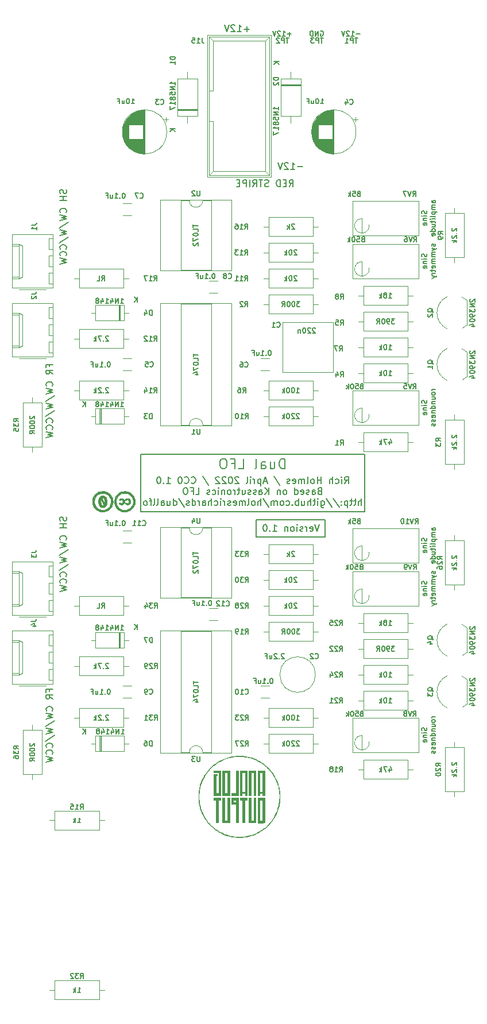
<source format=gbo>
G04 #@! TF.GenerationSoftware,KiCad,Pcbnew,6.0.5-a6ca702e91~116~ubuntu20.04.1*
G04 #@! TF.CreationDate,2022-05-11T11:30:29-04:00*
G04 #@! TF.ProjectId,kdlfo,6b646c66-6f2e-46b6-9963-61645f706362,rev?*
G04 #@! TF.SameCoordinates,Original*
G04 #@! TF.FileFunction,Legend,Bot*
G04 #@! TF.FilePolarity,Positive*
%FSLAX46Y46*%
G04 Gerber Fmt 4.6, Leading zero omitted, Abs format (unit mm)*
G04 Created by KiCad (PCBNEW 6.0.5-a6ca702e91~116~ubuntu20.04.1) date 2022-05-11 11:30:29*
%MOMM*%
%LPD*%
G01*
G04 APERTURE LIST*
%ADD10C,0.150000*%
%ADD11C,0.120000*%
%ADD12C,0.100000*%
%ADD13C,0.010000*%
G04 APERTURE END LIST*
D10*
X118500000Y-99000000D02*
X85500000Y-99000000D01*
X85500000Y-99000000D02*
X85500000Y-107500000D01*
X85500000Y-107500000D02*
X118500000Y-107500000D01*
X118500000Y-107500000D02*
X118500000Y-99000000D01*
X112700000Y-108650000D02*
X102540000Y-108650000D01*
X102540000Y-108650000D02*
X102540000Y-111190000D01*
X102540000Y-111190000D02*
X112700000Y-111190000D01*
X112700000Y-111190000D02*
X112700000Y-108650000D01*
X127639821Y-91086428D02*
X127675535Y-91193571D01*
X127675535Y-91372142D01*
X127639821Y-91443571D01*
X127604107Y-91479285D01*
X127532678Y-91515000D01*
X127461250Y-91515000D01*
X127389821Y-91479285D01*
X127354107Y-91443571D01*
X127318392Y-91372142D01*
X127282678Y-91229285D01*
X127246964Y-91157857D01*
X127211250Y-91122142D01*
X127139821Y-91086428D01*
X127068392Y-91086428D01*
X126996964Y-91122142D01*
X126961250Y-91157857D01*
X126925535Y-91229285D01*
X126925535Y-91407857D01*
X126961250Y-91515000D01*
X127675535Y-91836428D02*
X127175535Y-91836428D01*
X126925535Y-91836428D02*
X126961250Y-91800714D01*
X126996964Y-91836428D01*
X126961250Y-91872142D01*
X126925535Y-91836428D01*
X126996964Y-91836428D01*
X127175535Y-92193571D02*
X127675535Y-92193571D01*
X127246964Y-92193571D02*
X127211250Y-92229285D01*
X127175535Y-92300714D01*
X127175535Y-92407857D01*
X127211250Y-92479285D01*
X127282678Y-92515000D01*
X127675535Y-92515000D01*
X127639821Y-93157857D02*
X127675535Y-93086428D01*
X127675535Y-92943571D01*
X127639821Y-92872142D01*
X127568392Y-92836428D01*
X127282678Y-92836428D01*
X127211250Y-92872142D01*
X127175535Y-92943571D01*
X127175535Y-93086428D01*
X127211250Y-93157857D01*
X127282678Y-93193571D01*
X127354107Y-93193571D01*
X127425535Y-92836428D01*
X128883035Y-89461428D02*
X128383035Y-89461428D01*
X128525892Y-89461428D02*
X128454464Y-89497142D01*
X128418750Y-89532857D01*
X128383035Y-89604285D01*
X128383035Y-89675714D01*
X128883035Y-90032857D02*
X128847321Y-89961428D01*
X128811607Y-89925714D01*
X128740178Y-89890000D01*
X128525892Y-89890000D01*
X128454464Y-89925714D01*
X128418750Y-89961428D01*
X128383035Y-90032857D01*
X128383035Y-90140000D01*
X128418750Y-90211428D01*
X128454464Y-90247142D01*
X128525892Y-90282857D01*
X128740178Y-90282857D01*
X128811607Y-90247142D01*
X128847321Y-90211428D01*
X128883035Y-90140000D01*
X128883035Y-90032857D01*
X128383035Y-90925714D02*
X128883035Y-90925714D01*
X128383035Y-90604285D02*
X128775892Y-90604285D01*
X128847321Y-90640000D01*
X128883035Y-90711428D01*
X128883035Y-90818571D01*
X128847321Y-90890000D01*
X128811607Y-90925714D01*
X128383035Y-91282857D02*
X128883035Y-91282857D01*
X128454464Y-91282857D02*
X128418750Y-91318571D01*
X128383035Y-91390000D01*
X128383035Y-91497142D01*
X128418750Y-91568571D01*
X128490178Y-91604285D01*
X128883035Y-91604285D01*
X128883035Y-92282857D02*
X128133035Y-92282857D01*
X128847321Y-92282857D02*
X128883035Y-92211428D01*
X128883035Y-92068571D01*
X128847321Y-91997142D01*
X128811607Y-91961428D01*
X128740178Y-91925714D01*
X128525892Y-91925714D01*
X128454464Y-91961428D01*
X128418750Y-91997142D01*
X128383035Y-92068571D01*
X128383035Y-92211428D01*
X128418750Y-92282857D01*
X128383035Y-92640000D02*
X128883035Y-92640000D01*
X128454464Y-92640000D02*
X128418750Y-92675714D01*
X128383035Y-92747142D01*
X128383035Y-92854285D01*
X128418750Y-92925714D01*
X128490178Y-92961428D01*
X128883035Y-92961428D01*
X128847321Y-93604285D02*
X128883035Y-93532857D01*
X128883035Y-93390000D01*
X128847321Y-93318571D01*
X128775892Y-93282857D01*
X128490178Y-93282857D01*
X128418750Y-93318571D01*
X128383035Y-93390000D01*
X128383035Y-93532857D01*
X128418750Y-93604285D01*
X128490178Y-93640000D01*
X128561607Y-93640000D01*
X128633035Y-93282857D01*
X128847321Y-93925714D02*
X128883035Y-93997142D01*
X128883035Y-94140000D01*
X128847321Y-94211428D01*
X128775892Y-94247142D01*
X128740178Y-94247142D01*
X128668750Y-94211428D01*
X128633035Y-94140000D01*
X128633035Y-94032857D01*
X128597321Y-93961428D01*
X128525892Y-93925714D01*
X128490178Y-93925714D01*
X128418750Y-93961428D01*
X128383035Y-94032857D01*
X128383035Y-94140000D01*
X128418750Y-94211428D01*
X128847321Y-94532857D02*
X128883035Y-94604285D01*
X128883035Y-94747142D01*
X128847321Y-94818571D01*
X128775892Y-94854285D01*
X128740178Y-94854285D01*
X128668750Y-94818571D01*
X128633035Y-94747142D01*
X128633035Y-94640000D01*
X128597321Y-94568571D01*
X128525892Y-94532857D01*
X128490178Y-94532857D01*
X128418750Y-94568571D01*
X128383035Y-94640000D01*
X128383035Y-94747142D01*
X128418750Y-94818571D01*
X106750000Y-101178571D02*
X106750000Y-99678571D01*
X106392857Y-99678571D01*
X106178571Y-99750000D01*
X106035714Y-99892857D01*
X105964285Y-100035714D01*
X105892857Y-100321428D01*
X105892857Y-100535714D01*
X105964285Y-100821428D01*
X106035714Y-100964285D01*
X106178571Y-101107142D01*
X106392857Y-101178571D01*
X106750000Y-101178571D01*
X104607142Y-100178571D02*
X104607142Y-101178571D01*
X105250000Y-100178571D02*
X105250000Y-100964285D01*
X105178571Y-101107142D01*
X105035714Y-101178571D01*
X104821428Y-101178571D01*
X104678571Y-101107142D01*
X104607142Y-101035714D01*
X103250000Y-101178571D02*
X103250000Y-100392857D01*
X103321428Y-100250000D01*
X103464285Y-100178571D01*
X103750000Y-100178571D01*
X103892857Y-100250000D01*
X103250000Y-101107142D02*
X103392857Y-101178571D01*
X103750000Y-101178571D01*
X103892857Y-101107142D01*
X103964285Y-100964285D01*
X103964285Y-100821428D01*
X103892857Y-100678571D01*
X103750000Y-100607142D01*
X103392857Y-100607142D01*
X103250000Y-100535714D01*
X102321428Y-101178571D02*
X102464285Y-101107142D01*
X102535714Y-100964285D01*
X102535714Y-99678571D01*
X99892857Y-101178571D02*
X100607142Y-101178571D01*
X100607142Y-99678571D01*
X98892857Y-100392857D02*
X99392857Y-100392857D01*
X99392857Y-101178571D02*
X99392857Y-99678571D01*
X98678571Y-99678571D01*
X97821428Y-99678571D02*
X97535714Y-99678571D01*
X97392857Y-99750000D01*
X97250000Y-99892857D01*
X97178571Y-100178571D01*
X97178571Y-100678571D01*
X97250000Y-100964285D01*
X97392857Y-101107142D01*
X97535714Y-101178571D01*
X97821428Y-101178571D01*
X97964285Y-101107142D01*
X98107142Y-100964285D01*
X98178571Y-100678571D01*
X98178571Y-100178571D01*
X98107142Y-99892857D01*
X97964285Y-99750000D01*
X97821428Y-99678571D01*
X127639821Y-117756428D02*
X127675535Y-117863571D01*
X127675535Y-118042142D01*
X127639821Y-118113571D01*
X127604107Y-118149285D01*
X127532678Y-118185000D01*
X127461250Y-118185000D01*
X127389821Y-118149285D01*
X127354107Y-118113571D01*
X127318392Y-118042142D01*
X127282678Y-117899285D01*
X127246964Y-117827857D01*
X127211250Y-117792142D01*
X127139821Y-117756428D01*
X127068392Y-117756428D01*
X126996964Y-117792142D01*
X126961250Y-117827857D01*
X126925535Y-117899285D01*
X126925535Y-118077857D01*
X126961250Y-118185000D01*
X127675535Y-118506428D02*
X127175535Y-118506428D01*
X126925535Y-118506428D02*
X126961250Y-118470714D01*
X126996964Y-118506428D01*
X126961250Y-118542142D01*
X126925535Y-118506428D01*
X126996964Y-118506428D01*
X127175535Y-118863571D02*
X127675535Y-118863571D01*
X127246964Y-118863571D02*
X127211250Y-118899285D01*
X127175535Y-118970714D01*
X127175535Y-119077857D01*
X127211250Y-119149285D01*
X127282678Y-119185000D01*
X127675535Y-119185000D01*
X127639821Y-119827857D02*
X127675535Y-119756428D01*
X127675535Y-119613571D01*
X127639821Y-119542142D01*
X127568392Y-119506428D01*
X127282678Y-119506428D01*
X127211250Y-119542142D01*
X127175535Y-119613571D01*
X127175535Y-119756428D01*
X127211250Y-119827857D01*
X127282678Y-119863571D01*
X127354107Y-119863571D01*
X127425535Y-119506428D01*
X128847321Y-116310000D02*
X128883035Y-116381428D01*
X128883035Y-116524285D01*
X128847321Y-116595714D01*
X128775892Y-116631428D01*
X128740178Y-116631428D01*
X128668750Y-116595714D01*
X128633035Y-116524285D01*
X128633035Y-116417142D01*
X128597321Y-116345714D01*
X128525892Y-116310000D01*
X128490178Y-116310000D01*
X128418750Y-116345714D01*
X128383035Y-116417142D01*
X128383035Y-116524285D01*
X128418750Y-116595714D01*
X128383035Y-116881428D02*
X128883035Y-117060000D01*
X128383035Y-117238571D02*
X128883035Y-117060000D01*
X129061607Y-116988571D01*
X129097321Y-116952857D01*
X129133035Y-116881428D01*
X128883035Y-117524285D02*
X128383035Y-117524285D01*
X128454464Y-117524285D02*
X128418750Y-117560000D01*
X128383035Y-117631428D01*
X128383035Y-117738571D01*
X128418750Y-117810000D01*
X128490178Y-117845714D01*
X128883035Y-117845714D01*
X128490178Y-117845714D02*
X128418750Y-117881428D01*
X128383035Y-117952857D01*
X128383035Y-118060000D01*
X128418750Y-118131428D01*
X128490178Y-118167142D01*
X128883035Y-118167142D01*
X128883035Y-118524285D02*
X128383035Y-118524285D01*
X128454464Y-118524285D02*
X128418750Y-118560000D01*
X128383035Y-118631428D01*
X128383035Y-118738571D01*
X128418750Y-118810000D01*
X128490178Y-118845714D01*
X128883035Y-118845714D01*
X128490178Y-118845714D02*
X128418750Y-118881428D01*
X128383035Y-118952857D01*
X128383035Y-119060000D01*
X128418750Y-119131428D01*
X128490178Y-119167142D01*
X128883035Y-119167142D01*
X128847321Y-119810000D02*
X128883035Y-119738571D01*
X128883035Y-119595714D01*
X128847321Y-119524285D01*
X128775892Y-119488571D01*
X128490178Y-119488571D01*
X128418750Y-119524285D01*
X128383035Y-119595714D01*
X128383035Y-119738571D01*
X128418750Y-119810000D01*
X128490178Y-119845714D01*
X128561607Y-119845714D01*
X128633035Y-119488571D01*
X128383035Y-120060000D02*
X128383035Y-120345714D01*
X128133035Y-120167142D02*
X128775892Y-120167142D01*
X128847321Y-120202857D01*
X128883035Y-120274285D01*
X128883035Y-120345714D01*
X128883035Y-120595714D02*
X128383035Y-120595714D01*
X128525892Y-120595714D02*
X128454464Y-120631428D01*
X128418750Y-120667142D01*
X128383035Y-120738571D01*
X128383035Y-120810000D01*
X128383035Y-120988571D02*
X128883035Y-121167142D01*
X128383035Y-121345714D02*
X128883035Y-121167142D01*
X129061607Y-121095714D01*
X129097321Y-121060000D01*
X129133035Y-120988571D01*
X74496761Y-108277619D02*
X74544380Y-108420476D01*
X74544380Y-108658571D01*
X74496761Y-108753809D01*
X74449142Y-108801428D01*
X74353904Y-108849047D01*
X74258666Y-108849047D01*
X74163428Y-108801428D01*
X74115809Y-108753809D01*
X74068190Y-108658571D01*
X74020571Y-108468095D01*
X73972952Y-108372857D01*
X73925333Y-108325238D01*
X73830095Y-108277619D01*
X73734857Y-108277619D01*
X73639619Y-108325238D01*
X73592000Y-108372857D01*
X73544380Y-108468095D01*
X73544380Y-108706190D01*
X73592000Y-108849047D01*
X74544380Y-109277619D02*
X73544380Y-109277619D01*
X74020571Y-109277619D02*
X74020571Y-109849047D01*
X74544380Y-109849047D02*
X73544380Y-109849047D01*
X74449142Y-111658571D02*
X74496761Y-111610952D01*
X74544380Y-111468095D01*
X74544380Y-111372857D01*
X74496761Y-111230000D01*
X74401523Y-111134761D01*
X74306285Y-111087142D01*
X74115809Y-111039523D01*
X73972952Y-111039523D01*
X73782476Y-111087142D01*
X73687238Y-111134761D01*
X73592000Y-111230000D01*
X73544380Y-111372857D01*
X73544380Y-111468095D01*
X73592000Y-111610952D01*
X73639619Y-111658571D01*
X73544380Y-111991904D02*
X74544380Y-112230000D01*
X73830095Y-112420476D01*
X74544380Y-112610952D01*
X73544380Y-112849047D01*
X73496761Y-113944285D02*
X74782476Y-113087142D01*
X73544380Y-114182380D02*
X74544380Y-114420476D01*
X73830095Y-114610952D01*
X74544380Y-114801428D01*
X73544380Y-115039523D01*
X73496761Y-116134761D02*
X74782476Y-115277619D01*
X74449142Y-117039523D02*
X74496761Y-116991904D01*
X74544380Y-116849047D01*
X74544380Y-116753809D01*
X74496761Y-116610952D01*
X74401523Y-116515714D01*
X74306285Y-116468095D01*
X74115809Y-116420476D01*
X73972952Y-116420476D01*
X73782476Y-116468095D01*
X73687238Y-116515714D01*
X73592000Y-116610952D01*
X73544380Y-116753809D01*
X73544380Y-116849047D01*
X73592000Y-116991904D01*
X73639619Y-117039523D01*
X74449142Y-118039523D02*
X74496761Y-117991904D01*
X74544380Y-117849047D01*
X74544380Y-117753809D01*
X74496761Y-117610952D01*
X74401523Y-117515714D01*
X74306285Y-117468095D01*
X74115809Y-117420476D01*
X73972952Y-117420476D01*
X73782476Y-117468095D01*
X73687238Y-117515714D01*
X73592000Y-117610952D01*
X73544380Y-117753809D01*
X73544380Y-117849047D01*
X73592000Y-117991904D01*
X73639619Y-118039523D01*
X73544380Y-118372857D02*
X74544380Y-118610952D01*
X73830095Y-118801428D01*
X74544380Y-118991904D01*
X73544380Y-119230000D01*
X127639821Y-69496428D02*
X127675535Y-69603571D01*
X127675535Y-69782142D01*
X127639821Y-69853571D01*
X127604107Y-69889285D01*
X127532678Y-69925000D01*
X127461250Y-69925000D01*
X127389821Y-69889285D01*
X127354107Y-69853571D01*
X127318392Y-69782142D01*
X127282678Y-69639285D01*
X127246964Y-69567857D01*
X127211250Y-69532142D01*
X127139821Y-69496428D01*
X127068392Y-69496428D01*
X126996964Y-69532142D01*
X126961250Y-69567857D01*
X126925535Y-69639285D01*
X126925535Y-69817857D01*
X126961250Y-69925000D01*
X127675535Y-70246428D02*
X127175535Y-70246428D01*
X126925535Y-70246428D02*
X126961250Y-70210714D01*
X126996964Y-70246428D01*
X126961250Y-70282142D01*
X126925535Y-70246428D01*
X126996964Y-70246428D01*
X127175535Y-70603571D02*
X127675535Y-70603571D01*
X127246964Y-70603571D02*
X127211250Y-70639285D01*
X127175535Y-70710714D01*
X127175535Y-70817857D01*
X127211250Y-70889285D01*
X127282678Y-70925000D01*
X127675535Y-70925000D01*
X127639821Y-71567857D02*
X127675535Y-71496428D01*
X127675535Y-71353571D01*
X127639821Y-71282142D01*
X127568392Y-71246428D01*
X127282678Y-71246428D01*
X127211250Y-71282142D01*
X127175535Y-71353571D01*
X127175535Y-71496428D01*
X127211250Y-71567857D01*
X127282678Y-71603571D01*
X127354107Y-71603571D01*
X127425535Y-71246428D01*
X128847321Y-68050000D02*
X128883035Y-68121428D01*
X128883035Y-68264285D01*
X128847321Y-68335714D01*
X128775892Y-68371428D01*
X128740178Y-68371428D01*
X128668750Y-68335714D01*
X128633035Y-68264285D01*
X128633035Y-68157142D01*
X128597321Y-68085714D01*
X128525892Y-68050000D01*
X128490178Y-68050000D01*
X128418750Y-68085714D01*
X128383035Y-68157142D01*
X128383035Y-68264285D01*
X128418750Y-68335714D01*
X128383035Y-68621428D02*
X128883035Y-68800000D01*
X128383035Y-68978571D02*
X128883035Y-68800000D01*
X129061607Y-68728571D01*
X129097321Y-68692857D01*
X129133035Y-68621428D01*
X128883035Y-69264285D02*
X128383035Y-69264285D01*
X128454464Y-69264285D02*
X128418750Y-69300000D01*
X128383035Y-69371428D01*
X128383035Y-69478571D01*
X128418750Y-69550000D01*
X128490178Y-69585714D01*
X128883035Y-69585714D01*
X128490178Y-69585714D02*
X128418750Y-69621428D01*
X128383035Y-69692857D01*
X128383035Y-69800000D01*
X128418750Y-69871428D01*
X128490178Y-69907142D01*
X128883035Y-69907142D01*
X128883035Y-70264285D02*
X128383035Y-70264285D01*
X128454464Y-70264285D02*
X128418750Y-70300000D01*
X128383035Y-70371428D01*
X128383035Y-70478571D01*
X128418750Y-70550000D01*
X128490178Y-70585714D01*
X128883035Y-70585714D01*
X128490178Y-70585714D02*
X128418750Y-70621428D01*
X128383035Y-70692857D01*
X128383035Y-70800000D01*
X128418750Y-70871428D01*
X128490178Y-70907142D01*
X128883035Y-70907142D01*
X128847321Y-71550000D02*
X128883035Y-71478571D01*
X128883035Y-71335714D01*
X128847321Y-71264285D01*
X128775892Y-71228571D01*
X128490178Y-71228571D01*
X128418750Y-71264285D01*
X128383035Y-71335714D01*
X128383035Y-71478571D01*
X128418750Y-71550000D01*
X128490178Y-71585714D01*
X128561607Y-71585714D01*
X128633035Y-71228571D01*
X128383035Y-71800000D02*
X128383035Y-72085714D01*
X128133035Y-71907142D02*
X128775892Y-71907142D01*
X128847321Y-71942857D01*
X128883035Y-72014285D01*
X128883035Y-72085714D01*
X128883035Y-72335714D02*
X128383035Y-72335714D01*
X128525892Y-72335714D02*
X128454464Y-72371428D01*
X128418750Y-72407142D01*
X128383035Y-72478571D01*
X128383035Y-72550000D01*
X128383035Y-72728571D02*
X128883035Y-72907142D01*
X128383035Y-73085714D02*
X128883035Y-72907142D01*
X129061607Y-72835714D01*
X129097321Y-72800000D01*
X129133035Y-72728571D01*
X71988571Y-134003000D02*
X71988571Y-133669666D01*
X72512380Y-133669666D02*
X71512380Y-133669666D01*
X71512380Y-134145857D01*
X72512380Y-135098238D02*
X72036190Y-134764904D01*
X72512380Y-134526809D02*
X71512380Y-134526809D01*
X71512380Y-134907761D01*
X71560000Y-135003000D01*
X71607619Y-135050619D01*
X71702857Y-135098238D01*
X71845714Y-135098238D01*
X71940952Y-135050619D01*
X71988571Y-135003000D01*
X72036190Y-134907761D01*
X72036190Y-134526809D01*
X72417142Y-136860142D02*
X72464761Y-136812523D01*
X72512380Y-136669666D01*
X72512380Y-136574428D01*
X72464761Y-136431571D01*
X72369523Y-136336333D01*
X72274285Y-136288714D01*
X72083809Y-136241095D01*
X71940952Y-136241095D01*
X71750476Y-136288714D01*
X71655238Y-136336333D01*
X71560000Y-136431571D01*
X71512380Y-136574428D01*
X71512380Y-136669666D01*
X71560000Y-136812523D01*
X71607619Y-136860142D01*
X71512380Y-137193476D02*
X72512380Y-137431571D01*
X71798095Y-137622047D01*
X72512380Y-137812523D01*
X71512380Y-138050619D01*
X71464761Y-139145857D02*
X72750476Y-138288714D01*
X71512380Y-139383952D02*
X72512380Y-139622047D01*
X71798095Y-139812523D01*
X72512380Y-140003000D01*
X71512380Y-140241095D01*
X71464761Y-141336333D02*
X72750476Y-140479190D01*
X72417142Y-142241095D02*
X72464761Y-142193476D01*
X72512380Y-142050619D01*
X72512380Y-141955380D01*
X72464761Y-141812523D01*
X72369523Y-141717285D01*
X72274285Y-141669666D01*
X72083809Y-141622047D01*
X71940952Y-141622047D01*
X71750476Y-141669666D01*
X71655238Y-141717285D01*
X71560000Y-141812523D01*
X71512380Y-141955380D01*
X71512380Y-142050619D01*
X71560000Y-142193476D01*
X71607619Y-142241095D01*
X72417142Y-143241095D02*
X72464761Y-143193476D01*
X72512380Y-143050619D01*
X72512380Y-142955380D01*
X72464761Y-142812523D01*
X72369523Y-142717285D01*
X72274285Y-142669666D01*
X72083809Y-142622047D01*
X71940952Y-142622047D01*
X71750476Y-142669666D01*
X71655238Y-142717285D01*
X71560000Y-142812523D01*
X71512380Y-142955380D01*
X71512380Y-143050619D01*
X71560000Y-143193476D01*
X71607619Y-143241095D01*
X71512380Y-143574428D02*
X72512380Y-143812523D01*
X71798095Y-144003000D01*
X72512380Y-144193476D01*
X71512380Y-144431571D01*
X74496761Y-60017619D02*
X74544380Y-60160476D01*
X74544380Y-60398571D01*
X74496761Y-60493809D01*
X74449142Y-60541428D01*
X74353904Y-60589047D01*
X74258666Y-60589047D01*
X74163428Y-60541428D01*
X74115809Y-60493809D01*
X74068190Y-60398571D01*
X74020571Y-60208095D01*
X73972952Y-60112857D01*
X73925333Y-60065238D01*
X73830095Y-60017619D01*
X73734857Y-60017619D01*
X73639619Y-60065238D01*
X73592000Y-60112857D01*
X73544380Y-60208095D01*
X73544380Y-60446190D01*
X73592000Y-60589047D01*
X74544380Y-61017619D02*
X73544380Y-61017619D01*
X74020571Y-61017619D02*
X74020571Y-61589047D01*
X74544380Y-61589047D02*
X73544380Y-61589047D01*
X74449142Y-63398571D02*
X74496761Y-63350952D01*
X74544380Y-63208095D01*
X74544380Y-63112857D01*
X74496761Y-62970000D01*
X74401523Y-62874761D01*
X74306285Y-62827142D01*
X74115809Y-62779523D01*
X73972952Y-62779523D01*
X73782476Y-62827142D01*
X73687238Y-62874761D01*
X73592000Y-62970000D01*
X73544380Y-63112857D01*
X73544380Y-63208095D01*
X73592000Y-63350952D01*
X73639619Y-63398571D01*
X73544380Y-63731904D02*
X74544380Y-63970000D01*
X73830095Y-64160476D01*
X74544380Y-64350952D01*
X73544380Y-64589047D01*
X73496761Y-65684285D02*
X74782476Y-64827142D01*
X73544380Y-65922380D02*
X74544380Y-66160476D01*
X73830095Y-66350952D01*
X74544380Y-66541428D01*
X73544380Y-66779523D01*
X73496761Y-67874761D02*
X74782476Y-67017619D01*
X74449142Y-68779523D02*
X74496761Y-68731904D01*
X74544380Y-68589047D01*
X74544380Y-68493809D01*
X74496761Y-68350952D01*
X74401523Y-68255714D01*
X74306285Y-68208095D01*
X74115809Y-68160476D01*
X73972952Y-68160476D01*
X73782476Y-68208095D01*
X73687238Y-68255714D01*
X73592000Y-68350952D01*
X73544380Y-68493809D01*
X73544380Y-68589047D01*
X73592000Y-68731904D01*
X73639619Y-68779523D01*
X74449142Y-69779523D02*
X74496761Y-69731904D01*
X74544380Y-69589047D01*
X74544380Y-69493809D01*
X74496761Y-69350952D01*
X74401523Y-69255714D01*
X74306285Y-69208095D01*
X74115809Y-69160476D01*
X73972952Y-69160476D01*
X73782476Y-69208095D01*
X73687238Y-69255714D01*
X73592000Y-69350952D01*
X73544380Y-69493809D01*
X73544380Y-69589047D01*
X73592000Y-69731904D01*
X73639619Y-69779523D01*
X73544380Y-70112857D02*
X74544380Y-70350952D01*
X73830095Y-70541428D01*
X74544380Y-70731904D01*
X73544380Y-70970000D01*
X127639821Y-63146428D02*
X127675535Y-63253571D01*
X127675535Y-63432142D01*
X127639821Y-63503571D01*
X127604107Y-63539285D01*
X127532678Y-63575000D01*
X127461250Y-63575000D01*
X127389821Y-63539285D01*
X127354107Y-63503571D01*
X127318392Y-63432142D01*
X127282678Y-63289285D01*
X127246964Y-63217857D01*
X127211250Y-63182142D01*
X127139821Y-63146428D01*
X127068392Y-63146428D01*
X126996964Y-63182142D01*
X126961250Y-63217857D01*
X126925535Y-63289285D01*
X126925535Y-63467857D01*
X126961250Y-63575000D01*
X127675535Y-63896428D02*
X127175535Y-63896428D01*
X126925535Y-63896428D02*
X126961250Y-63860714D01*
X126996964Y-63896428D01*
X126961250Y-63932142D01*
X126925535Y-63896428D01*
X126996964Y-63896428D01*
X127175535Y-64253571D02*
X127675535Y-64253571D01*
X127246964Y-64253571D02*
X127211250Y-64289285D01*
X127175535Y-64360714D01*
X127175535Y-64467857D01*
X127211250Y-64539285D01*
X127282678Y-64575000D01*
X127675535Y-64575000D01*
X127639821Y-65217857D02*
X127675535Y-65146428D01*
X127675535Y-65003571D01*
X127639821Y-64932142D01*
X127568392Y-64896428D01*
X127282678Y-64896428D01*
X127211250Y-64932142D01*
X127175535Y-65003571D01*
X127175535Y-65146428D01*
X127211250Y-65217857D01*
X127282678Y-65253571D01*
X127354107Y-65253571D01*
X127425535Y-64896428D01*
X128883035Y-61932142D02*
X128490178Y-61932142D01*
X128418750Y-61896428D01*
X128383035Y-61825000D01*
X128383035Y-61682142D01*
X128418750Y-61610714D01*
X128847321Y-61932142D02*
X128883035Y-61860714D01*
X128883035Y-61682142D01*
X128847321Y-61610714D01*
X128775892Y-61575000D01*
X128704464Y-61575000D01*
X128633035Y-61610714D01*
X128597321Y-61682142D01*
X128597321Y-61860714D01*
X128561607Y-61932142D01*
X128883035Y-62289285D02*
X128383035Y-62289285D01*
X128454464Y-62289285D02*
X128418750Y-62325000D01*
X128383035Y-62396428D01*
X128383035Y-62503571D01*
X128418750Y-62575000D01*
X128490178Y-62610714D01*
X128883035Y-62610714D01*
X128490178Y-62610714D02*
X128418750Y-62646428D01*
X128383035Y-62717857D01*
X128383035Y-62825000D01*
X128418750Y-62896428D01*
X128490178Y-62932142D01*
X128883035Y-62932142D01*
X128383035Y-63289285D02*
X129133035Y-63289285D01*
X128418750Y-63289285D02*
X128383035Y-63360714D01*
X128383035Y-63503571D01*
X128418750Y-63575000D01*
X128454464Y-63610714D01*
X128525892Y-63646428D01*
X128740178Y-63646428D01*
X128811607Y-63610714D01*
X128847321Y-63575000D01*
X128883035Y-63503571D01*
X128883035Y-63360714D01*
X128847321Y-63289285D01*
X128883035Y-64075000D02*
X128847321Y-64003571D01*
X128775892Y-63967857D01*
X128133035Y-63967857D01*
X128883035Y-64360714D02*
X128383035Y-64360714D01*
X128133035Y-64360714D02*
X128168750Y-64325000D01*
X128204464Y-64360714D01*
X128168750Y-64396428D01*
X128133035Y-64360714D01*
X128204464Y-64360714D01*
X128383035Y-64610714D02*
X128383035Y-64896428D01*
X128133035Y-64717857D02*
X128775892Y-64717857D01*
X128847321Y-64753571D01*
X128883035Y-64825000D01*
X128883035Y-64896428D01*
X128383035Y-65467857D02*
X128883035Y-65467857D01*
X128383035Y-65146428D02*
X128775892Y-65146428D01*
X128847321Y-65182142D01*
X128883035Y-65253571D01*
X128883035Y-65360714D01*
X128847321Y-65432142D01*
X128811607Y-65467857D01*
X128883035Y-66146428D02*
X128133035Y-66146428D01*
X128847321Y-66146428D02*
X128883035Y-66075000D01*
X128883035Y-65932142D01*
X128847321Y-65860714D01*
X128811607Y-65825000D01*
X128740178Y-65789285D01*
X128525892Y-65789285D01*
X128454464Y-65825000D01*
X128418750Y-65860714D01*
X128383035Y-65932142D01*
X128383035Y-66075000D01*
X128418750Y-66146428D01*
X128847321Y-66789285D02*
X128883035Y-66717857D01*
X128883035Y-66575000D01*
X128847321Y-66503571D01*
X128775892Y-66467857D01*
X128490178Y-66467857D01*
X128418750Y-66503571D01*
X128383035Y-66575000D01*
X128383035Y-66717857D01*
X128418750Y-66789285D01*
X128490178Y-66825000D01*
X128561607Y-66825000D01*
X128633035Y-66467857D01*
X71988571Y-86124000D02*
X71988571Y-85790666D01*
X72512380Y-85790666D02*
X71512380Y-85790666D01*
X71512380Y-86266857D01*
X72512380Y-87219238D02*
X72036190Y-86885904D01*
X72512380Y-86647809D02*
X71512380Y-86647809D01*
X71512380Y-87028761D01*
X71560000Y-87124000D01*
X71607619Y-87171619D01*
X71702857Y-87219238D01*
X71845714Y-87219238D01*
X71940952Y-87171619D01*
X71988571Y-87124000D01*
X72036190Y-87028761D01*
X72036190Y-86647809D01*
X72417142Y-88981142D02*
X72464761Y-88933523D01*
X72512380Y-88790666D01*
X72512380Y-88695428D01*
X72464761Y-88552571D01*
X72369523Y-88457333D01*
X72274285Y-88409714D01*
X72083809Y-88362095D01*
X71940952Y-88362095D01*
X71750476Y-88409714D01*
X71655238Y-88457333D01*
X71560000Y-88552571D01*
X71512380Y-88695428D01*
X71512380Y-88790666D01*
X71560000Y-88933523D01*
X71607619Y-88981142D01*
X71512380Y-89314476D02*
X72512380Y-89552571D01*
X71798095Y-89743047D01*
X72512380Y-89933523D01*
X71512380Y-90171619D01*
X71464761Y-91266857D02*
X72750476Y-90409714D01*
X71512380Y-91504952D02*
X72512380Y-91743047D01*
X71798095Y-91933523D01*
X72512380Y-92124000D01*
X71512380Y-92362095D01*
X71464761Y-93457333D02*
X72750476Y-92600190D01*
X72417142Y-94362095D02*
X72464761Y-94314476D01*
X72512380Y-94171619D01*
X72512380Y-94076380D01*
X72464761Y-93933523D01*
X72369523Y-93838285D01*
X72274285Y-93790666D01*
X72083809Y-93743047D01*
X71940952Y-93743047D01*
X71750476Y-93790666D01*
X71655238Y-93838285D01*
X71560000Y-93933523D01*
X71512380Y-94076380D01*
X71512380Y-94171619D01*
X71560000Y-94314476D01*
X71607619Y-94362095D01*
X72417142Y-95362095D02*
X72464761Y-95314476D01*
X72512380Y-95171619D01*
X72512380Y-95076380D01*
X72464761Y-94933523D01*
X72369523Y-94838285D01*
X72274285Y-94790666D01*
X72083809Y-94743047D01*
X71940952Y-94743047D01*
X71750476Y-94790666D01*
X71655238Y-94838285D01*
X71560000Y-94933523D01*
X71512380Y-95076380D01*
X71512380Y-95171619D01*
X71560000Y-95314476D01*
X71607619Y-95362095D01*
X71512380Y-95695428D02*
X72512380Y-95933523D01*
X71798095Y-96124000D01*
X72512380Y-96314476D01*
X71512380Y-96552571D01*
X127639821Y-111406428D02*
X127675535Y-111513571D01*
X127675535Y-111692142D01*
X127639821Y-111763571D01*
X127604107Y-111799285D01*
X127532678Y-111835000D01*
X127461250Y-111835000D01*
X127389821Y-111799285D01*
X127354107Y-111763571D01*
X127318392Y-111692142D01*
X127282678Y-111549285D01*
X127246964Y-111477857D01*
X127211250Y-111442142D01*
X127139821Y-111406428D01*
X127068392Y-111406428D01*
X126996964Y-111442142D01*
X126961250Y-111477857D01*
X126925535Y-111549285D01*
X126925535Y-111727857D01*
X126961250Y-111835000D01*
X127675535Y-112156428D02*
X127175535Y-112156428D01*
X126925535Y-112156428D02*
X126961250Y-112120714D01*
X126996964Y-112156428D01*
X126961250Y-112192142D01*
X126925535Y-112156428D01*
X126996964Y-112156428D01*
X127175535Y-112513571D02*
X127675535Y-112513571D01*
X127246964Y-112513571D02*
X127211250Y-112549285D01*
X127175535Y-112620714D01*
X127175535Y-112727857D01*
X127211250Y-112799285D01*
X127282678Y-112835000D01*
X127675535Y-112835000D01*
X127639821Y-113477857D02*
X127675535Y-113406428D01*
X127675535Y-113263571D01*
X127639821Y-113192142D01*
X127568392Y-113156428D01*
X127282678Y-113156428D01*
X127211250Y-113192142D01*
X127175535Y-113263571D01*
X127175535Y-113406428D01*
X127211250Y-113477857D01*
X127282678Y-113513571D01*
X127354107Y-113513571D01*
X127425535Y-113156428D01*
X128883035Y-110192142D02*
X128490178Y-110192142D01*
X128418750Y-110156428D01*
X128383035Y-110085000D01*
X128383035Y-109942142D01*
X128418750Y-109870714D01*
X128847321Y-110192142D02*
X128883035Y-110120714D01*
X128883035Y-109942142D01*
X128847321Y-109870714D01*
X128775892Y-109835000D01*
X128704464Y-109835000D01*
X128633035Y-109870714D01*
X128597321Y-109942142D01*
X128597321Y-110120714D01*
X128561607Y-110192142D01*
X128883035Y-110549285D02*
X128383035Y-110549285D01*
X128454464Y-110549285D02*
X128418750Y-110585000D01*
X128383035Y-110656428D01*
X128383035Y-110763571D01*
X128418750Y-110835000D01*
X128490178Y-110870714D01*
X128883035Y-110870714D01*
X128490178Y-110870714D02*
X128418750Y-110906428D01*
X128383035Y-110977857D01*
X128383035Y-111085000D01*
X128418750Y-111156428D01*
X128490178Y-111192142D01*
X128883035Y-111192142D01*
X128383035Y-111549285D02*
X129133035Y-111549285D01*
X128418750Y-111549285D02*
X128383035Y-111620714D01*
X128383035Y-111763571D01*
X128418750Y-111835000D01*
X128454464Y-111870714D01*
X128525892Y-111906428D01*
X128740178Y-111906428D01*
X128811607Y-111870714D01*
X128847321Y-111835000D01*
X128883035Y-111763571D01*
X128883035Y-111620714D01*
X128847321Y-111549285D01*
X128883035Y-112335000D02*
X128847321Y-112263571D01*
X128775892Y-112227857D01*
X128133035Y-112227857D01*
X128883035Y-112620714D02*
X128383035Y-112620714D01*
X128133035Y-112620714D02*
X128168750Y-112585000D01*
X128204464Y-112620714D01*
X128168750Y-112656428D01*
X128133035Y-112620714D01*
X128204464Y-112620714D01*
X128383035Y-112870714D02*
X128383035Y-113156428D01*
X128133035Y-112977857D02*
X128775892Y-112977857D01*
X128847321Y-113013571D01*
X128883035Y-113085000D01*
X128883035Y-113156428D01*
X128383035Y-113727857D02*
X128883035Y-113727857D01*
X128383035Y-113406428D02*
X128775892Y-113406428D01*
X128847321Y-113442142D01*
X128883035Y-113513571D01*
X128883035Y-113620714D01*
X128847321Y-113692142D01*
X128811607Y-113727857D01*
X128883035Y-114406428D02*
X128133035Y-114406428D01*
X128847321Y-114406428D02*
X128883035Y-114335000D01*
X128883035Y-114192142D01*
X128847321Y-114120714D01*
X128811607Y-114085000D01*
X128740178Y-114049285D01*
X128525892Y-114049285D01*
X128454464Y-114085000D01*
X128418750Y-114120714D01*
X128383035Y-114192142D01*
X128383035Y-114335000D01*
X128418750Y-114406428D01*
X128847321Y-115049285D02*
X128883035Y-114977857D01*
X128883035Y-114835000D01*
X128847321Y-114763571D01*
X128775892Y-114727857D01*
X128490178Y-114727857D01*
X128418750Y-114763571D01*
X128383035Y-114835000D01*
X128383035Y-114977857D01*
X128418750Y-115049285D01*
X128490178Y-115085000D01*
X128561607Y-115085000D01*
X128633035Y-114727857D01*
X127639821Y-139346428D02*
X127675535Y-139453571D01*
X127675535Y-139632142D01*
X127639821Y-139703571D01*
X127604107Y-139739285D01*
X127532678Y-139775000D01*
X127461250Y-139775000D01*
X127389821Y-139739285D01*
X127354107Y-139703571D01*
X127318392Y-139632142D01*
X127282678Y-139489285D01*
X127246964Y-139417857D01*
X127211250Y-139382142D01*
X127139821Y-139346428D01*
X127068392Y-139346428D01*
X126996964Y-139382142D01*
X126961250Y-139417857D01*
X126925535Y-139489285D01*
X126925535Y-139667857D01*
X126961250Y-139775000D01*
X127675535Y-140096428D02*
X127175535Y-140096428D01*
X126925535Y-140096428D02*
X126961250Y-140060714D01*
X126996964Y-140096428D01*
X126961250Y-140132142D01*
X126925535Y-140096428D01*
X126996964Y-140096428D01*
X127175535Y-140453571D02*
X127675535Y-140453571D01*
X127246964Y-140453571D02*
X127211250Y-140489285D01*
X127175535Y-140560714D01*
X127175535Y-140667857D01*
X127211250Y-140739285D01*
X127282678Y-140775000D01*
X127675535Y-140775000D01*
X127639821Y-141417857D02*
X127675535Y-141346428D01*
X127675535Y-141203571D01*
X127639821Y-141132142D01*
X127568392Y-141096428D01*
X127282678Y-141096428D01*
X127211250Y-141132142D01*
X127175535Y-141203571D01*
X127175535Y-141346428D01*
X127211250Y-141417857D01*
X127282678Y-141453571D01*
X127354107Y-141453571D01*
X127425535Y-141096428D01*
X128883035Y-137721428D02*
X128383035Y-137721428D01*
X128525892Y-137721428D02*
X128454464Y-137757142D01*
X128418750Y-137792857D01*
X128383035Y-137864285D01*
X128383035Y-137935714D01*
X128883035Y-138292857D02*
X128847321Y-138221428D01*
X128811607Y-138185714D01*
X128740178Y-138150000D01*
X128525892Y-138150000D01*
X128454464Y-138185714D01*
X128418750Y-138221428D01*
X128383035Y-138292857D01*
X128383035Y-138400000D01*
X128418750Y-138471428D01*
X128454464Y-138507142D01*
X128525892Y-138542857D01*
X128740178Y-138542857D01*
X128811607Y-138507142D01*
X128847321Y-138471428D01*
X128883035Y-138400000D01*
X128883035Y-138292857D01*
X128383035Y-139185714D02*
X128883035Y-139185714D01*
X128383035Y-138864285D02*
X128775892Y-138864285D01*
X128847321Y-138900000D01*
X128883035Y-138971428D01*
X128883035Y-139078571D01*
X128847321Y-139150000D01*
X128811607Y-139185714D01*
X128383035Y-139542857D02*
X128883035Y-139542857D01*
X128454464Y-139542857D02*
X128418750Y-139578571D01*
X128383035Y-139650000D01*
X128383035Y-139757142D01*
X128418750Y-139828571D01*
X128490178Y-139864285D01*
X128883035Y-139864285D01*
X128883035Y-140542857D02*
X128133035Y-140542857D01*
X128847321Y-140542857D02*
X128883035Y-140471428D01*
X128883035Y-140328571D01*
X128847321Y-140257142D01*
X128811607Y-140221428D01*
X128740178Y-140185714D01*
X128525892Y-140185714D01*
X128454464Y-140221428D01*
X128418750Y-140257142D01*
X128383035Y-140328571D01*
X128383035Y-140471428D01*
X128418750Y-140542857D01*
X128383035Y-140900000D02*
X128883035Y-140900000D01*
X128454464Y-140900000D02*
X128418750Y-140935714D01*
X128383035Y-141007142D01*
X128383035Y-141114285D01*
X128418750Y-141185714D01*
X128490178Y-141221428D01*
X128883035Y-141221428D01*
X128847321Y-141864285D02*
X128883035Y-141792857D01*
X128883035Y-141650000D01*
X128847321Y-141578571D01*
X128775892Y-141542857D01*
X128490178Y-141542857D01*
X128418750Y-141578571D01*
X128383035Y-141650000D01*
X128383035Y-141792857D01*
X128418750Y-141864285D01*
X128490178Y-141900000D01*
X128561607Y-141900000D01*
X128633035Y-141542857D01*
X128847321Y-142185714D02*
X128883035Y-142257142D01*
X128883035Y-142400000D01*
X128847321Y-142471428D01*
X128775892Y-142507142D01*
X128740178Y-142507142D01*
X128668750Y-142471428D01*
X128633035Y-142400000D01*
X128633035Y-142292857D01*
X128597321Y-142221428D01*
X128525892Y-142185714D01*
X128490178Y-142185714D01*
X128418750Y-142221428D01*
X128383035Y-142292857D01*
X128383035Y-142400000D01*
X128418750Y-142471428D01*
X128847321Y-142792857D02*
X128883035Y-142864285D01*
X128883035Y-143007142D01*
X128847321Y-143078571D01*
X128775892Y-143114285D01*
X128740178Y-143114285D01*
X128668750Y-143078571D01*
X128633035Y-143007142D01*
X128633035Y-142900000D01*
X128597321Y-142828571D01*
X128525892Y-142792857D01*
X128490178Y-142792857D01*
X128418750Y-142828571D01*
X128383035Y-142900000D01*
X128383035Y-143007142D01*
X128418750Y-143078571D01*
X111810476Y-109372380D02*
X111477142Y-110372380D01*
X111143809Y-109372380D01*
X110429523Y-110324761D02*
X110524761Y-110372380D01*
X110715238Y-110372380D01*
X110810476Y-110324761D01*
X110858095Y-110229523D01*
X110858095Y-109848571D01*
X110810476Y-109753333D01*
X110715238Y-109705714D01*
X110524761Y-109705714D01*
X110429523Y-109753333D01*
X110381904Y-109848571D01*
X110381904Y-109943809D01*
X110858095Y-110039047D01*
X109953333Y-110372380D02*
X109953333Y-109705714D01*
X109953333Y-109896190D02*
X109905714Y-109800952D01*
X109858095Y-109753333D01*
X109762857Y-109705714D01*
X109667619Y-109705714D01*
X109381904Y-110324761D02*
X109286666Y-110372380D01*
X109096190Y-110372380D01*
X109000952Y-110324761D01*
X108953333Y-110229523D01*
X108953333Y-110181904D01*
X109000952Y-110086666D01*
X109096190Y-110039047D01*
X109239047Y-110039047D01*
X109334285Y-109991428D01*
X109381904Y-109896190D01*
X109381904Y-109848571D01*
X109334285Y-109753333D01*
X109239047Y-109705714D01*
X109096190Y-109705714D01*
X109000952Y-109753333D01*
X108524761Y-110372380D02*
X108524761Y-109705714D01*
X108524761Y-109372380D02*
X108572380Y-109420000D01*
X108524761Y-109467619D01*
X108477142Y-109420000D01*
X108524761Y-109372380D01*
X108524761Y-109467619D01*
X107905714Y-110372380D02*
X108000952Y-110324761D01*
X108048571Y-110277142D01*
X108096190Y-110181904D01*
X108096190Y-109896190D01*
X108048571Y-109800952D01*
X108000952Y-109753333D01*
X107905714Y-109705714D01*
X107762857Y-109705714D01*
X107667619Y-109753333D01*
X107620000Y-109800952D01*
X107572380Y-109896190D01*
X107572380Y-110181904D01*
X107620000Y-110277142D01*
X107667619Y-110324761D01*
X107762857Y-110372380D01*
X107905714Y-110372380D01*
X107143809Y-109705714D02*
X107143809Y-110372380D01*
X107143809Y-109800952D02*
X107096190Y-109753333D01*
X107000952Y-109705714D01*
X106858095Y-109705714D01*
X106762857Y-109753333D01*
X106715238Y-109848571D01*
X106715238Y-110372380D01*
X104953333Y-110372380D02*
X105524761Y-110372380D01*
X105239047Y-110372380D02*
X105239047Y-109372380D01*
X105334285Y-109515238D01*
X105429523Y-109610476D01*
X105524761Y-109658095D01*
X104524761Y-110277142D02*
X104477142Y-110324761D01*
X104524761Y-110372380D01*
X104572380Y-110324761D01*
X104524761Y-110277142D01*
X104524761Y-110372380D01*
X103858095Y-109372380D02*
X103762857Y-109372380D01*
X103667619Y-109420000D01*
X103620000Y-109467619D01*
X103572380Y-109562857D01*
X103524761Y-109753333D01*
X103524761Y-109991428D01*
X103572380Y-110181904D01*
X103620000Y-110277142D01*
X103667619Y-110324761D01*
X103762857Y-110372380D01*
X103858095Y-110372380D01*
X103953333Y-110324761D01*
X104000952Y-110277142D01*
X104048571Y-110181904D01*
X104096190Y-109991428D01*
X104096190Y-109753333D01*
X104048571Y-109562857D01*
X104000952Y-109467619D01*
X103953333Y-109420000D01*
X103858095Y-109372380D01*
X115523809Y-103342380D02*
X115857142Y-102866190D01*
X116095238Y-103342380D02*
X116095238Y-102342380D01*
X115714285Y-102342380D01*
X115619047Y-102390000D01*
X115571428Y-102437619D01*
X115523809Y-102532857D01*
X115523809Y-102675714D01*
X115571428Y-102770952D01*
X115619047Y-102818571D01*
X115714285Y-102866190D01*
X116095238Y-102866190D01*
X115095238Y-103342380D02*
X115095238Y-102675714D01*
X115095238Y-102342380D02*
X115142857Y-102390000D01*
X115095238Y-102437619D01*
X115047619Y-102390000D01*
X115095238Y-102342380D01*
X115095238Y-102437619D01*
X114190476Y-103294761D02*
X114285714Y-103342380D01*
X114476190Y-103342380D01*
X114571428Y-103294761D01*
X114619047Y-103247142D01*
X114666666Y-103151904D01*
X114666666Y-102866190D01*
X114619047Y-102770952D01*
X114571428Y-102723333D01*
X114476190Y-102675714D01*
X114285714Y-102675714D01*
X114190476Y-102723333D01*
X113761904Y-103342380D02*
X113761904Y-102342380D01*
X113333333Y-103342380D02*
X113333333Y-102818571D01*
X113380952Y-102723333D01*
X113476190Y-102675714D01*
X113619047Y-102675714D01*
X113714285Y-102723333D01*
X113761904Y-102770952D01*
X112095238Y-103342380D02*
X112095238Y-102342380D01*
X112095238Y-102818571D02*
X111523809Y-102818571D01*
X111523809Y-103342380D02*
X111523809Y-102342380D01*
X110904761Y-103342380D02*
X111000000Y-103294761D01*
X111047619Y-103247142D01*
X111095238Y-103151904D01*
X111095238Y-102866190D01*
X111047619Y-102770952D01*
X111000000Y-102723333D01*
X110904761Y-102675714D01*
X110761904Y-102675714D01*
X110666666Y-102723333D01*
X110619047Y-102770952D01*
X110571428Y-102866190D01*
X110571428Y-103151904D01*
X110619047Y-103247142D01*
X110666666Y-103294761D01*
X110761904Y-103342380D01*
X110904761Y-103342380D01*
X110000000Y-103342380D02*
X110095238Y-103294761D01*
X110142857Y-103199523D01*
X110142857Y-102342380D01*
X109619047Y-103342380D02*
X109619047Y-102675714D01*
X109619047Y-102770952D02*
X109571428Y-102723333D01*
X109476190Y-102675714D01*
X109333333Y-102675714D01*
X109238095Y-102723333D01*
X109190476Y-102818571D01*
X109190476Y-103342380D01*
X109190476Y-102818571D02*
X109142857Y-102723333D01*
X109047619Y-102675714D01*
X108904761Y-102675714D01*
X108809523Y-102723333D01*
X108761904Y-102818571D01*
X108761904Y-103342380D01*
X107904761Y-103294761D02*
X108000000Y-103342380D01*
X108190476Y-103342380D01*
X108285714Y-103294761D01*
X108333333Y-103199523D01*
X108333333Y-102818571D01*
X108285714Y-102723333D01*
X108190476Y-102675714D01*
X108000000Y-102675714D01*
X107904761Y-102723333D01*
X107857142Y-102818571D01*
X107857142Y-102913809D01*
X108333333Y-103009047D01*
X107476190Y-103294761D02*
X107380952Y-103342380D01*
X107190476Y-103342380D01*
X107095238Y-103294761D01*
X107047619Y-103199523D01*
X107047619Y-103151904D01*
X107095238Y-103056666D01*
X107190476Y-103009047D01*
X107333333Y-103009047D01*
X107428571Y-102961428D01*
X107476190Y-102866190D01*
X107476190Y-102818571D01*
X107428571Y-102723333D01*
X107333333Y-102675714D01*
X107190476Y-102675714D01*
X107095238Y-102723333D01*
X105142857Y-102294761D02*
X106000000Y-103580476D01*
X104095238Y-103056666D02*
X103619047Y-103056666D01*
X104190476Y-103342380D02*
X103857142Y-102342380D01*
X103523809Y-103342380D01*
X103190476Y-102675714D02*
X103190476Y-103675714D01*
X103190476Y-102723333D02*
X103095238Y-102675714D01*
X102904761Y-102675714D01*
X102809523Y-102723333D01*
X102761904Y-102770952D01*
X102714285Y-102866190D01*
X102714285Y-103151904D01*
X102761904Y-103247142D01*
X102809523Y-103294761D01*
X102904761Y-103342380D01*
X103095238Y-103342380D01*
X103190476Y-103294761D01*
X102285714Y-103342380D02*
X102285714Y-102675714D01*
X102285714Y-102866190D02*
X102238095Y-102770952D01*
X102190476Y-102723333D01*
X102095238Y-102675714D01*
X102000000Y-102675714D01*
X101666666Y-103342380D02*
X101666666Y-102675714D01*
X101666666Y-102342380D02*
X101714285Y-102390000D01*
X101666666Y-102437619D01*
X101619047Y-102390000D01*
X101666666Y-102342380D01*
X101666666Y-102437619D01*
X101047619Y-103342380D02*
X101142857Y-103294761D01*
X101190476Y-103199523D01*
X101190476Y-102342380D01*
X99952380Y-102437619D02*
X99904761Y-102390000D01*
X99809523Y-102342380D01*
X99571428Y-102342380D01*
X99476190Y-102390000D01*
X99428571Y-102437619D01*
X99380952Y-102532857D01*
X99380952Y-102628095D01*
X99428571Y-102770952D01*
X100000000Y-103342380D01*
X99380952Y-103342380D01*
X98761904Y-102342380D02*
X98666666Y-102342380D01*
X98571428Y-102390000D01*
X98523809Y-102437619D01*
X98476190Y-102532857D01*
X98428571Y-102723333D01*
X98428571Y-102961428D01*
X98476190Y-103151904D01*
X98523809Y-103247142D01*
X98571428Y-103294761D01*
X98666666Y-103342380D01*
X98761904Y-103342380D01*
X98857142Y-103294761D01*
X98904761Y-103247142D01*
X98952380Y-103151904D01*
X99000000Y-102961428D01*
X99000000Y-102723333D01*
X98952380Y-102532857D01*
X98904761Y-102437619D01*
X98857142Y-102390000D01*
X98761904Y-102342380D01*
X98047619Y-102437619D02*
X98000000Y-102390000D01*
X97904761Y-102342380D01*
X97666666Y-102342380D01*
X97571428Y-102390000D01*
X97523809Y-102437619D01*
X97476190Y-102532857D01*
X97476190Y-102628095D01*
X97523809Y-102770952D01*
X98095238Y-103342380D01*
X97476190Y-103342380D01*
X97095238Y-102437619D02*
X97047619Y-102390000D01*
X96952380Y-102342380D01*
X96714285Y-102342380D01*
X96619047Y-102390000D01*
X96571428Y-102437619D01*
X96523809Y-102532857D01*
X96523809Y-102628095D01*
X96571428Y-102770952D01*
X97142857Y-103342380D01*
X96523809Y-103342380D01*
X94619047Y-102294761D02*
X95476190Y-103580476D01*
X92952380Y-103247142D02*
X93000000Y-103294761D01*
X93142857Y-103342380D01*
X93238095Y-103342380D01*
X93380952Y-103294761D01*
X93476190Y-103199523D01*
X93523809Y-103104285D01*
X93571428Y-102913809D01*
X93571428Y-102770952D01*
X93523809Y-102580476D01*
X93476190Y-102485238D01*
X93380952Y-102390000D01*
X93238095Y-102342380D01*
X93142857Y-102342380D01*
X93000000Y-102390000D01*
X92952380Y-102437619D01*
X91952380Y-103247142D02*
X92000000Y-103294761D01*
X92142857Y-103342380D01*
X92238095Y-103342380D01*
X92380952Y-103294761D01*
X92476190Y-103199523D01*
X92523809Y-103104285D01*
X92571428Y-102913809D01*
X92571428Y-102770952D01*
X92523809Y-102580476D01*
X92476190Y-102485238D01*
X92380952Y-102390000D01*
X92238095Y-102342380D01*
X92142857Y-102342380D01*
X92000000Y-102390000D01*
X91952380Y-102437619D01*
X91333333Y-102342380D02*
X91238095Y-102342380D01*
X91142857Y-102390000D01*
X91095238Y-102437619D01*
X91047619Y-102532857D01*
X91000000Y-102723333D01*
X91000000Y-102961428D01*
X91047619Y-103151904D01*
X91095238Y-103247142D01*
X91142857Y-103294761D01*
X91238095Y-103342380D01*
X91333333Y-103342380D01*
X91428571Y-103294761D01*
X91476190Y-103247142D01*
X91523809Y-103151904D01*
X91571428Y-102961428D01*
X91571428Y-102723333D01*
X91523809Y-102532857D01*
X91476190Y-102437619D01*
X91428571Y-102390000D01*
X91333333Y-102342380D01*
X89285714Y-103342380D02*
X89857142Y-103342380D01*
X89571428Y-103342380D02*
X89571428Y-102342380D01*
X89666666Y-102485238D01*
X89761904Y-102580476D01*
X89857142Y-102628095D01*
X88857142Y-103247142D02*
X88809523Y-103294761D01*
X88857142Y-103342380D01*
X88904761Y-103294761D01*
X88857142Y-103247142D01*
X88857142Y-103342380D01*
X88190476Y-102342380D02*
X88095238Y-102342380D01*
X88000000Y-102390000D01*
X87952380Y-102437619D01*
X87904761Y-102532857D01*
X87857142Y-102723333D01*
X87857142Y-102961428D01*
X87904761Y-103151904D01*
X87952380Y-103247142D01*
X88000000Y-103294761D01*
X88095238Y-103342380D01*
X88190476Y-103342380D01*
X88285714Y-103294761D01*
X88333333Y-103247142D01*
X88380952Y-103151904D01*
X88428571Y-102961428D01*
X88428571Y-102723333D01*
X88380952Y-102532857D01*
X88333333Y-102437619D01*
X88285714Y-102390000D01*
X88190476Y-102342380D01*
X111857142Y-104428571D02*
X111714285Y-104476190D01*
X111666666Y-104523809D01*
X111619047Y-104619047D01*
X111619047Y-104761904D01*
X111666666Y-104857142D01*
X111714285Y-104904761D01*
X111809523Y-104952380D01*
X112190476Y-104952380D01*
X112190476Y-103952380D01*
X111857142Y-103952380D01*
X111761904Y-104000000D01*
X111714285Y-104047619D01*
X111666666Y-104142857D01*
X111666666Y-104238095D01*
X111714285Y-104333333D01*
X111761904Y-104380952D01*
X111857142Y-104428571D01*
X112190476Y-104428571D01*
X110761904Y-104952380D02*
X110761904Y-104428571D01*
X110809523Y-104333333D01*
X110904761Y-104285714D01*
X111095238Y-104285714D01*
X111190476Y-104333333D01*
X110761904Y-104904761D02*
X110857142Y-104952380D01*
X111095238Y-104952380D01*
X111190476Y-104904761D01*
X111238095Y-104809523D01*
X111238095Y-104714285D01*
X111190476Y-104619047D01*
X111095238Y-104571428D01*
X110857142Y-104571428D01*
X110761904Y-104523809D01*
X110333333Y-104904761D02*
X110238095Y-104952380D01*
X110047619Y-104952380D01*
X109952380Y-104904761D01*
X109904761Y-104809523D01*
X109904761Y-104761904D01*
X109952380Y-104666666D01*
X110047619Y-104619047D01*
X110190476Y-104619047D01*
X110285714Y-104571428D01*
X110333333Y-104476190D01*
X110333333Y-104428571D01*
X110285714Y-104333333D01*
X110190476Y-104285714D01*
X110047619Y-104285714D01*
X109952380Y-104333333D01*
X109095238Y-104904761D02*
X109190476Y-104952380D01*
X109380952Y-104952380D01*
X109476190Y-104904761D01*
X109523809Y-104809523D01*
X109523809Y-104428571D01*
X109476190Y-104333333D01*
X109380952Y-104285714D01*
X109190476Y-104285714D01*
X109095238Y-104333333D01*
X109047619Y-104428571D01*
X109047619Y-104523809D01*
X109523809Y-104619047D01*
X108190476Y-104952380D02*
X108190476Y-103952380D01*
X108190476Y-104904761D02*
X108285714Y-104952380D01*
X108476190Y-104952380D01*
X108571428Y-104904761D01*
X108619047Y-104857142D01*
X108666666Y-104761904D01*
X108666666Y-104476190D01*
X108619047Y-104380952D01*
X108571428Y-104333333D01*
X108476190Y-104285714D01*
X108285714Y-104285714D01*
X108190476Y-104333333D01*
X106809523Y-104952380D02*
X106904761Y-104904761D01*
X106952380Y-104857142D01*
X107000000Y-104761904D01*
X107000000Y-104476190D01*
X106952380Y-104380952D01*
X106904761Y-104333333D01*
X106809523Y-104285714D01*
X106666666Y-104285714D01*
X106571428Y-104333333D01*
X106523809Y-104380952D01*
X106476190Y-104476190D01*
X106476190Y-104761904D01*
X106523809Y-104857142D01*
X106571428Y-104904761D01*
X106666666Y-104952380D01*
X106809523Y-104952380D01*
X106047619Y-104285714D02*
X106047619Y-104952380D01*
X106047619Y-104380952D02*
X106000000Y-104333333D01*
X105904761Y-104285714D01*
X105761904Y-104285714D01*
X105666666Y-104333333D01*
X105619047Y-104428571D01*
X105619047Y-104952380D01*
X104380952Y-104952380D02*
X104380952Y-103952380D01*
X103809523Y-104952380D02*
X104238095Y-104380952D01*
X103809523Y-103952380D02*
X104380952Y-104523809D01*
X102952380Y-104952380D02*
X102952380Y-104428571D01*
X103000000Y-104333333D01*
X103095238Y-104285714D01*
X103285714Y-104285714D01*
X103380952Y-104333333D01*
X102952380Y-104904761D02*
X103047619Y-104952380D01*
X103285714Y-104952380D01*
X103380952Y-104904761D01*
X103428571Y-104809523D01*
X103428571Y-104714285D01*
X103380952Y-104619047D01*
X103285714Y-104571428D01*
X103047619Y-104571428D01*
X102952380Y-104523809D01*
X102523809Y-104904761D02*
X102428571Y-104952380D01*
X102238095Y-104952380D01*
X102142857Y-104904761D01*
X102095238Y-104809523D01*
X102095238Y-104761904D01*
X102142857Y-104666666D01*
X102238095Y-104619047D01*
X102380952Y-104619047D01*
X102476190Y-104571428D01*
X102523809Y-104476190D01*
X102523809Y-104428571D01*
X102476190Y-104333333D01*
X102380952Y-104285714D01*
X102238095Y-104285714D01*
X102142857Y-104333333D01*
X101714285Y-104904761D02*
X101619047Y-104952380D01*
X101428571Y-104952380D01*
X101333333Y-104904761D01*
X101285714Y-104809523D01*
X101285714Y-104761904D01*
X101333333Y-104666666D01*
X101428571Y-104619047D01*
X101571428Y-104619047D01*
X101666666Y-104571428D01*
X101714285Y-104476190D01*
X101714285Y-104428571D01*
X101666666Y-104333333D01*
X101571428Y-104285714D01*
X101428571Y-104285714D01*
X101333333Y-104333333D01*
X100428571Y-104285714D02*
X100428571Y-104952380D01*
X100857142Y-104285714D02*
X100857142Y-104809523D01*
X100809523Y-104904761D01*
X100714285Y-104952380D01*
X100571428Y-104952380D01*
X100476190Y-104904761D01*
X100428571Y-104857142D01*
X100095238Y-104285714D02*
X99714285Y-104285714D01*
X99952380Y-103952380D02*
X99952380Y-104809523D01*
X99904761Y-104904761D01*
X99809523Y-104952380D01*
X99714285Y-104952380D01*
X99380952Y-104952380D02*
X99380952Y-104285714D01*
X99380952Y-104476190D02*
X99333333Y-104380952D01*
X99285714Y-104333333D01*
X99190476Y-104285714D01*
X99095238Y-104285714D01*
X98619047Y-104952380D02*
X98714285Y-104904761D01*
X98761904Y-104857142D01*
X98809523Y-104761904D01*
X98809523Y-104476190D01*
X98761904Y-104380952D01*
X98714285Y-104333333D01*
X98619047Y-104285714D01*
X98476190Y-104285714D01*
X98380952Y-104333333D01*
X98333333Y-104380952D01*
X98285714Y-104476190D01*
X98285714Y-104761904D01*
X98333333Y-104857142D01*
X98380952Y-104904761D01*
X98476190Y-104952380D01*
X98619047Y-104952380D01*
X97857142Y-104285714D02*
X97857142Y-104952380D01*
X97857142Y-104380952D02*
X97809523Y-104333333D01*
X97714285Y-104285714D01*
X97571428Y-104285714D01*
X97476190Y-104333333D01*
X97428571Y-104428571D01*
X97428571Y-104952380D01*
X96952380Y-104952380D02*
X96952380Y-104285714D01*
X96952380Y-103952380D02*
X97000000Y-104000000D01*
X96952380Y-104047619D01*
X96904761Y-104000000D01*
X96952380Y-103952380D01*
X96952380Y-104047619D01*
X96047619Y-104904761D02*
X96142857Y-104952380D01*
X96333333Y-104952380D01*
X96428571Y-104904761D01*
X96476190Y-104857142D01*
X96523809Y-104761904D01*
X96523809Y-104476190D01*
X96476190Y-104380952D01*
X96428571Y-104333333D01*
X96333333Y-104285714D01*
X96142857Y-104285714D01*
X96047619Y-104333333D01*
X95666666Y-104904761D02*
X95571428Y-104952380D01*
X95380952Y-104952380D01*
X95285714Y-104904761D01*
X95238095Y-104809523D01*
X95238095Y-104761904D01*
X95285714Y-104666666D01*
X95380952Y-104619047D01*
X95523809Y-104619047D01*
X95619047Y-104571428D01*
X95666666Y-104476190D01*
X95666666Y-104428571D01*
X95619047Y-104333333D01*
X95523809Y-104285714D01*
X95380952Y-104285714D01*
X95285714Y-104333333D01*
X93571428Y-104952380D02*
X94047619Y-104952380D01*
X94047619Y-103952380D01*
X92904761Y-104428571D02*
X93238095Y-104428571D01*
X93238095Y-104952380D02*
X93238095Y-103952380D01*
X92761904Y-103952380D01*
X92190476Y-103952380D02*
X92000000Y-103952380D01*
X91904761Y-104000000D01*
X91809523Y-104095238D01*
X91761904Y-104285714D01*
X91761904Y-104619047D01*
X91809523Y-104809523D01*
X91904761Y-104904761D01*
X92000000Y-104952380D01*
X92190476Y-104952380D01*
X92285714Y-104904761D01*
X92380952Y-104809523D01*
X92428571Y-104619047D01*
X92428571Y-104285714D01*
X92380952Y-104095238D01*
X92285714Y-104000000D01*
X92190476Y-103952380D01*
X118023809Y-106562380D02*
X118023809Y-105562380D01*
X117595238Y-106562380D02*
X117595238Y-106038571D01*
X117642857Y-105943333D01*
X117738095Y-105895714D01*
X117880952Y-105895714D01*
X117976190Y-105943333D01*
X118023809Y-105990952D01*
X117261904Y-105895714D02*
X116880952Y-105895714D01*
X117119047Y-105562380D02*
X117119047Y-106419523D01*
X117071428Y-106514761D01*
X116976190Y-106562380D01*
X116880952Y-106562380D01*
X116690476Y-105895714D02*
X116309523Y-105895714D01*
X116547619Y-105562380D02*
X116547619Y-106419523D01*
X116500000Y-106514761D01*
X116404761Y-106562380D01*
X116309523Y-106562380D01*
X115976190Y-105895714D02*
X115976190Y-106895714D01*
X115976190Y-105943333D02*
X115880952Y-105895714D01*
X115690476Y-105895714D01*
X115595238Y-105943333D01*
X115547619Y-105990952D01*
X115500000Y-106086190D01*
X115500000Y-106371904D01*
X115547619Y-106467142D01*
X115595238Y-106514761D01*
X115690476Y-106562380D01*
X115880952Y-106562380D01*
X115976190Y-106514761D01*
X115071428Y-106467142D02*
X115023809Y-106514761D01*
X115071428Y-106562380D01*
X115119047Y-106514761D01*
X115071428Y-106467142D01*
X115071428Y-106562380D01*
X115071428Y-105943333D02*
X115023809Y-105990952D01*
X115071428Y-106038571D01*
X115119047Y-105990952D01*
X115071428Y-105943333D01*
X115071428Y-106038571D01*
X113880952Y-105514761D02*
X114738095Y-106800476D01*
X112833333Y-105514761D02*
X113690476Y-106800476D01*
X112071428Y-105895714D02*
X112071428Y-106705238D01*
X112119047Y-106800476D01*
X112166666Y-106848095D01*
X112261904Y-106895714D01*
X112404761Y-106895714D01*
X112500000Y-106848095D01*
X112071428Y-106514761D02*
X112166666Y-106562380D01*
X112357142Y-106562380D01*
X112452380Y-106514761D01*
X112500000Y-106467142D01*
X112547619Y-106371904D01*
X112547619Y-106086190D01*
X112500000Y-105990952D01*
X112452380Y-105943333D01*
X112357142Y-105895714D01*
X112166666Y-105895714D01*
X112071428Y-105943333D01*
X111595238Y-106562380D02*
X111595238Y-105895714D01*
X111595238Y-105562380D02*
X111642857Y-105610000D01*
X111595238Y-105657619D01*
X111547619Y-105610000D01*
X111595238Y-105562380D01*
X111595238Y-105657619D01*
X111261904Y-105895714D02*
X110880952Y-105895714D01*
X111119047Y-105562380D02*
X111119047Y-106419523D01*
X111071428Y-106514761D01*
X110976190Y-106562380D01*
X110880952Y-106562380D01*
X110547619Y-106562380D02*
X110547619Y-105562380D01*
X110119047Y-106562380D02*
X110119047Y-106038571D01*
X110166666Y-105943333D01*
X110261904Y-105895714D01*
X110404761Y-105895714D01*
X110500000Y-105943333D01*
X110547619Y-105990952D01*
X109214285Y-105895714D02*
X109214285Y-106562380D01*
X109642857Y-105895714D02*
X109642857Y-106419523D01*
X109595238Y-106514761D01*
X109500000Y-106562380D01*
X109357142Y-106562380D01*
X109261904Y-106514761D01*
X109214285Y-106467142D01*
X108738095Y-106562380D02*
X108738095Y-105562380D01*
X108738095Y-105943333D02*
X108642857Y-105895714D01*
X108452380Y-105895714D01*
X108357142Y-105943333D01*
X108309523Y-105990952D01*
X108261904Y-106086190D01*
X108261904Y-106371904D01*
X108309523Y-106467142D01*
X108357142Y-106514761D01*
X108452380Y-106562380D01*
X108642857Y-106562380D01*
X108738095Y-106514761D01*
X107833333Y-106467142D02*
X107785714Y-106514761D01*
X107833333Y-106562380D01*
X107880952Y-106514761D01*
X107833333Y-106467142D01*
X107833333Y-106562380D01*
X106928571Y-106514761D02*
X107023809Y-106562380D01*
X107214285Y-106562380D01*
X107309523Y-106514761D01*
X107357142Y-106467142D01*
X107404761Y-106371904D01*
X107404761Y-106086190D01*
X107357142Y-105990952D01*
X107309523Y-105943333D01*
X107214285Y-105895714D01*
X107023809Y-105895714D01*
X106928571Y-105943333D01*
X106357142Y-106562380D02*
X106452380Y-106514761D01*
X106500000Y-106467142D01*
X106547619Y-106371904D01*
X106547619Y-106086190D01*
X106500000Y-105990952D01*
X106452380Y-105943333D01*
X106357142Y-105895714D01*
X106214285Y-105895714D01*
X106119047Y-105943333D01*
X106071428Y-105990952D01*
X106023809Y-106086190D01*
X106023809Y-106371904D01*
X106071428Y-106467142D01*
X106119047Y-106514761D01*
X106214285Y-106562380D01*
X106357142Y-106562380D01*
X105595238Y-106562380D02*
X105595238Y-105895714D01*
X105595238Y-105990952D02*
X105547619Y-105943333D01*
X105452380Y-105895714D01*
X105309523Y-105895714D01*
X105214285Y-105943333D01*
X105166666Y-106038571D01*
X105166666Y-106562380D01*
X105166666Y-106038571D02*
X105119047Y-105943333D01*
X105023809Y-105895714D01*
X104880952Y-105895714D01*
X104785714Y-105943333D01*
X104738095Y-106038571D01*
X104738095Y-106562380D01*
X103547619Y-105514761D02*
X104404761Y-106800476D01*
X103214285Y-106562380D02*
X103214285Y-105562380D01*
X102785714Y-106562380D02*
X102785714Y-106038571D01*
X102833333Y-105943333D01*
X102928571Y-105895714D01*
X103071428Y-105895714D01*
X103166666Y-105943333D01*
X103214285Y-105990952D01*
X102166666Y-106562380D02*
X102261904Y-106514761D01*
X102309523Y-106467142D01*
X102357142Y-106371904D01*
X102357142Y-106086190D01*
X102309523Y-105990952D01*
X102261904Y-105943333D01*
X102166666Y-105895714D01*
X102023809Y-105895714D01*
X101928571Y-105943333D01*
X101880952Y-105990952D01*
X101833333Y-106086190D01*
X101833333Y-106371904D01*
X101880952Y-106467142D01*
X101928571Y-106514761D01*
X102023809Y-106562380D01*
X102166666Y-106562380D01*
X101261904Y-106562380D02*
X101357142Y-106514761D01*
X101404761Y-106419523D01*
X101404761Y-105562380D01*
X100880952Y-106562380D02*
X100880952Y-105895714D01*
X100880952Y-105990952D02*
X100833333Y-105943333D01*
X100738095Y-105895714D01*
X100595238Y-105895714D01*
X100500000Y-105943333D01*
X100452380Y-106038571D01*
X100452380Y-106562380D01*
X100452380Y-106038571D02*
X100404761Y-105943333D01*
X100309523Y-105895714D01*
X100166666Y-105895714D01*
X100071428Y-105943333D01*
X100023809Y-106038571D01*
X100023809Y-106562380D01*
X99166666Y-106514761D02*
X99261904Y-106562380D01*
X99452380Y-106562380D01*
X99547619Y-106514761D01*
X99595238Y-106419523D01*
X99595238Y-106038571D01*
X99547619Y-105943333D01*
X99452380Y-105895714D01*
X99261904Y-105895714D01*
X99166666Y-105943333D01*
X99119047Y-106038571D01*
X99119047Y-106133809D01*
X99595238Y-106229047D01*
X98738095Y-106514761D02*
X98642857Y-106562380D01*
X98452380Y-106562380D01*
X98357142Y-106514761D01*
X98309523Y-106419523D01*
X98309523Y-106371904D01*
X98357142Y-106276666D01*
X98452380Y-106229047D01*
X98595238Y-106229047D01*
X98690476Y-106181428D01*
X98738095Y-106086190D01*
X98738095Y-106038571D01*
X98690476Y-105943333D01*
X98595238Y-105895714D01*
X98452380Y-105895714D01*
X98357142Y-105943333D01*
X97880952Y-106562380D02*
X97880952Y-105895714D01*
X97880952Y-106086190D02*
X97833333Y-105990952D01*
X97785714Y-105943333D01*
X97690476Y-105895714D01*
X97595238Y-105895714D01*
X97261904Y-106562380D02*
X97261904Y-105895714D01*
X97261904Y-105562380D02*
X97309523Y-105610000D01*
X97261904Y-105657619D01*
X97214285Y-105610000D01*
X97261904Y-105562380D01*
X97261904Y-105657619D01*
X96357142Y-106514761D02*
X96452380Y-106562380D01*
X96642857Y-106562380D01*
X96738095Y-106514761D01*
X96785714Y-106467142D01*
X96833333Y-106371904D01*
X96833333Y-106086190D01*
X96785714Y-105990952D01*
X96738095Y-105943333D01*
X96642857Y-105895714D01*
X96452380Y-105895714D01*
X96357142Y-105943333D01*
X95928571Y-106562380D02*
X95928571Y-105562380D01*
X95500000Y-106562380D02*
X95500000Y-106038571D01*
X95547619Y-105943333D01*
X95642857Y-105895714D01*
X95785714Y-105895714D01*
X95880952Y-105943333D01*
X95928571Y-105990952D01*
X94595238Y-106562380D02*
X94595238Y-106038571D01*
X94642857Y-105943333D01*
X94738095Y-105895714D01*
X94928571Y-105895714D01*
X95023809Y-105943333D01*
X94595238Y-106514761D02*
X94690476Y-106562380D01*
X94928571Y-106562380D01*
X95023809Y-106514761D01*
X95071428Y-106419523D01*
X95071428Y-106324285D01*
X95023809Y-106229047D01*
X94928571Y-106181428D01*
X94690476Y-106181428D01*
X94595238Y-106133809D01*
X94119047Y-106562380D02*
X94119047Y-105895714D01*
X94119047Y-106086190D02*
X94071428Y-105990952D01*
X94023809Y-105943333D01*
X93928571Y-105895714D01*
X93833333Y-105895714D01*
X93071428Y-106562380D02*
X93071428Y-105562380D01*
X93071428Y-106514761D02*
X93166666Y-106562380D01*
X93357142Y-106562380D01*
X93452380Y-106514761D01*
X93500000Y-106467142D01*
X93547619Y-106371904D01*
X93547619Y-106086190D01*
X93500000Y-105990952D01*
X93452380Y-105943333D01*
X93357142Y-105895714D01*
X93166666Y-105895714D01*
X93071428Y-105943333D01*
X92642857Y-106514761D02*
X92547619Y-106562380D01*
X92357142Y-106562380D01*
X92261904Y-106514761D01*
X92214285Y-106419523D01*
X92214285Y-106371904D01*
X92261904Y-106276666D01*
X92357142Y-106229047D01*
X92500000Y-106229047D01*
X92595238Y-106181428D01*
X92642857Y-106086190D01*
X92642857Y-106038571D01*
X92595238Y-105943333D01*
X92500000Y-105895714D01*
X92357142Y-105895714D01*
X92261904Y-105943333D01*
X91071428Y-105514761D02*
X91928571Y-106800476D01*
X90309523Y-106562380D02*
X90309523Y-105562380D01*
X90309523Y-106514761D02*
X90404761Y-106562380D01*
X90595238Y-106562380D01*
X90690476Y-106514761D01*
X90738095Y-106467142D01*
X90785714Y-106371904D01*
X90785714Y-106086190D01*
X90738095Y-105990952D01*
X90690476Y-105943333D01*
X90595238Y-105895714D01*
X90404761Y-105895714D01*
X90309523Y-105943333D01*
X89404761Y-105895714D02*
X89404761Y-106562380D01*
X89833333Y-105895714D02*
X89833333Y-106419523D01*
X89785714Y-106514761D01*
X89690476Y-106562380D01*
X89547619Y-106562380D01*
X89452380Y-106514761D01*
X89404761Y-106467142D01*
X88500000Y-106562380D02*
X88500000Y-106038571D01*
X88547619Y-105943333D01*
X88642857Y-105895714D01*
X88833333Y-105895714D01*
X88928571Y-105943333D01*
X88500000Y-106514761D02*
X88595238Y-106562380D01*
X88833333Y-106562380D01*
X88928571Y-106514761D01*
X88976190Y-106419523D01*
X88976190Y-106324285D01*
X88928571Y-106229047D01*
X88833333Y-106181428D01*
X88595238Y-106181428D01*
X88500000Y-106133809D01*
X87880952Y-106562380D02*
X87976190Y-106514761D01*
X88023809Y-106419523D01*
X88023809Y-105562380D01*
X87357142Y-106562380D02*
X87452380Y-106514761D01*
X87500000Y-106419523D01*
X87500000Y-105562380D01*
X87119047Y-105895714D02*
X86738095Y-105895714D01*
X86976190Y-106562380D02*
X86976190Y-105705238D01*
X86928571Y-105610000D01*
X86833333Y-105562380D01*
X86738095Y-105562380D01*
X86261904Y-106562380D02*
X86357142Y-106514761D01*
X86404761Y-106467142D01*
X86452380Y-106371904D01*
X86452380Y-106086190D01*
X86404761Y-105990952D01*
X86357142Y-105943333D01*
X86261904Y-105895714D01*
X86119047Y-105895714D01*
X86023809Y-105943333D01*
X85976190Y-105990952D01*
X85928571Y-106086190D01*
X85928571Y-106371904D01*
X85976190Y-106467142D01*
X86023809Y-106514761D01*
X86119047Y-106562380D01*
X86261904Y-106562380D01*
G04 #@! TO.C,TP2*
X107671428Y-37075571D02*
X107100000Y-37075571D01*
X107385714Y-37361285D02*
X107385714Y-36789857D01*
X106350000Y-37361285D02*
X106778571Y-37361285D01*
X106564285Y-37361285D02*
X106564285Y-36611285D01*
X106635714Y-36718428D01*
X106707142Y-36789857D01*
X106778571Y-36825571D01*
X106064285Y-36682714D02*
X106028571Y-36647000D01*
X105957142Y-36611285D01*
X105778571Y-36611285D01*
X105707142Y-36647000D01*
X105671428Y-36682714D01*
X105635714Y-36754142D01*
X105635714Y-36825571D01*
X105671428Y-36932714D01*
X106100000Y-37361285D01*
X105635714Y-37361285D01*
X105421428Y-36611285D02*
X105171428Y-37361285D01*
X104921428Y-36611285D01*
X107296428Y-37627285D02*
X106867857Y-37627285D01*
X107082142Y-38377285D02*
X107082142Y-37627285D01*
X106617857Y-38377285D02*
X106617857Y-37627285D01*
X106332142Y-37627285D01*
X106260714Y-37663000D01*
X106225000Y-37698714D01*
X106189285Y-37770142D01*
X106189285Y-37877285D01*
X106225000Y-37948714D01*
X106260714Y-37984428D01*
X106332142Y-38020142D01*
X106617857Y-38020142D01*
X105903571Y-37698714D02*
X105867857Y-37663000D01*
X105796428Y-37627285D01*
X105617857Y-37627285D01*
X105546428Y-37663000D01*
X105510714Y-37698714D01*
X105475000Y-37770142D01*
X105475000Y-37841571D01*
X105510714Y-37948714D01*
X105939285Y-38377285D01*
X105475000Y-38377285D01*
G04 #@! TO.C,TP1*
X117831428Y-37075571D02*
X117260000Y-37075571D01*
X116510000Y-37361285D02*
X116938571Y-37361285D01*
X116724285Y-37361285D02*
X116724285Y-36611285D01*
X116795714Y-36718428D01*
X116867142Y-36789857D01*
X116938571Y-36825571D01*
X116224285Y-36682714D02*
X116188571Y-36647000D01*
X116117142Y-36611285D01*
X115938571Y-36611285D01*
X115867142Y-36647000D01*
X115831428Y-36682714D01*
X115795714Y-36754142D01*
X115795714Y-36825571D01*
X115831428Y-36932714D01*
X116260000Y-37361285D01*
X115795714Y-37361285D01*
X115581428Y-36611285D02*
X115331428Y-37361285D01*
X115081428Y-36611285D01*
X117456428Y-37627285D02*
X117027857Y-37627285D01*
X117242142Y-38377285D02*
X117242142Y-37627285D01*
X116777857Y-38377285D02*
X116777857Y-37627285D01*
X116492142Y-37627285D01*
X116420714Y-37663000D01*
X116385000Y-37698714D01*
X116349285Y-37770142D01*
X116349285Y-37877285D01*
X116385000Y-37948714D01*
X116420714Y-37984428D01*
X116492142Y-38020142D01*
X116777857Y-38020142D01*
X115635000Y-38377285D02*
X116063571Y-38377285D01*
X115849285Y-38377285D02*
X115849285Y-37627285D01*
X115920714Y-37734428D01*
X115992142Y-37805857D01*
X116063571Y-37841571D01*
G04 #@! TO.C,TP3*
X112001428Y-36647000D02*
X112072857Y-36611285D01*
X112180000Y-36611285D01*
X112287142Y-36647000D01*
X112358571Y-36718428D01*
X112394285Y-36789857D01*
X112430000Y-36932714D01*
X112430000Y-37039857D01*
X112394285Y-37182714D01*
X112358571Y-37254142D01*
X112287142Y-37325571D01*
X112180000Y-37361285D01*
X112108571Y-37361285D01*
X112001428Y-37325571D01*
X111965714Y-37289857D01*
X111965714Y-37039857D01*
X112108571Y-37039857D01*
X111644285Y-37361285D02*
X111644285Y-36611285D01*
X111215714Y-37361285D01*
X111215714Y-36611285D01*
X110858571Y-37361285D02*
X110858571Y-36611285D01*
X110680000Y-36611285D01*
X110572857Y-36647000D01*
X110501428Y-36718428D01*
X110465714Y-36789857D01*
X110430000Y-36932714D01*
X110430000Y-37039857D01*
X110465714Y-37182714D01*
X110501428Y-37254142D01*
X110572857Y-37325571D01*
X110680000Y-37361285D01*
X110858571Y-37361285D01*
X112376428Y-37627285D02*
X111947857Y-37627285D01*
X112162142Y-38377285D02*
X112162142Y-37627285D01*
X111697857Y-38377285D02*
X111697857Y-37627285D01*
X111412142Y-37627285D01*
X111340714Y-37663000D01*
X111305000Y-37698714D01*
X111269285Y-37770142D01*
X111269285Y-37877285D01*
X111305000Y-37948714D01*
X111340714Y-37984428D01*
X111412142Y-38020142D01*
X111697857Y-38020142D01*
X111019285Y-37627285D02*
X110555000Y-37627285D01*
X110805000Y-37913000D01*
X110697857Y-37913000D01*
X110626428Y-37948714D01*
X110590714Y-37984428D01*
X110555000Y-38055857D01*
X110555000Y-38234428D01*
X110590714Y-38305857D01*
X110626428Y-38341571D01*
X110697857Y-38377285D01*
X110912142Y-38377285D01*
X110983571Y-38341571D01*
X111019285Y-38305857D01*
G04 #@! TO.C,R2*
X100836200Y-77239285D02*
X101086200Y-76882142D01*
X101264771Y-77239285D02*
X101264771Y-76489285D01*
X100979057Y-76489285D01*
X100907628Y-76525000D01*
X100871914Y-76560714D01*
X100836200Y-76632142D01*
X100836200Y-76739285D01*
X100871914Y-76810714D01*
X100907628Y-76846428D01*
X100979057Y-76882142D01*
X101264771Y-76882142D01*
X100550485Y-76560714D02*
X100514771Y-76525000D01*
X100443342Y-76489285D01*
X100264771Y-76489285D01*
X100193342Y-76525000D01*
X100157628Y-76560714D01*
X100121914Y-76632142D01*
X100121914Y-76703571D01*
X100157628Y-76810714D01*
X100586200Y-77239285D01*
X100121914Y-77239285D01*
X108959285Y-76489285D02*
X108495000Y-76489285D01*
X108745000Y-76775000D01*
X108637857Y-76775000D01*
X108566428Y-76810714D01*
X108530714Y-76846428D01*
X108495000Y-76917857D01*
X108495000Y-77096428D01*
X108530714Y-77167857D01*
X108566428Y-77203571D01*
X108637857Y-77239285D01*
X108852142Y-77239285D01*
X108923571Y-77203571D01*
X108959285Y-77167857D01*
X108030714Y-76489285D02*
X107959285Y-76489285D01*
X107887857Y-76525000D01*
X107852142Y-76560714D01*
X107816428Y-76632142D01*
X107780714Y-76775000D01*
X107780714Y-76953571D01*
X107816428Y-77096428D01*
X107852142Y-77167857D01*
X107887857Y-77203571D01*
X107959285Y-77239285D01*
X108030714Y-77239285D01*
X108102142Y-77203571D01*
X108137857Y-77167857D01*
X108173571Y-77096428D01*
X108209285Y-76953571D01*
X108209285Y-76775000D01*
X108173571Y-76632142D01*
X108137857Y-76560714D01*
X108102142Y-76525000D01*
X108030714Y-76489285D01*
X107316428Y-76489285D02*
X107245000Y-76489285D01*
X107173571Y-76525000D01*
X107137857Y-76560714D01*
X107102142Y-76632142D01*
X107066428Y-76775000D01*
X107066428Y-76953571D01*
X107102142Y-77096428D01*
X107137857Y-77167857D01*
X107173571Y-77203571D01*
X107245000Y-77239285D01*
X107316428Y-77239285D01*
X107387857Y-77203571D01*
X107423571Y-77167857D01*
X107459285Y-77096428D01*
X107495000Y-76953571D01*
X107495000Y-76775000D01*
X107459285Y-76632142D01*
X107423571Y-76560714D01*
X107387857Y-76525000D01*
X107316428Y-76489285D01*
X106316428Y-77239285D02*
X106566428Y-76882142D01*
X106745000Y-77239285D02*
X106745000Y-76489285D01*
X106459285Y-76489285D01*
X106387857Y-76525000D01*
X106352142Y-76560714D01*
X106316428Y-76632142D01*
X106316428Y-76739285D01*
X106352142Y-76810714D01*
X106387857Y-76846428D01*
X106459285Y-76882142D01*
X106745000Y-76882142D01*
G04 #@! TO.C,R7*
X114755400Y-83792485D02*
X115005400Y-83435342D01*
X115183971Y-83792485D02*
X115183971Y-83042485D01*
X114898257Y-83042485D01*
X114826828Y-83078200D01*
X114791114Y-83113914D01*
X114755400Y-83185342D01*
X114755400Y-83292485D01*
X114791114Y-83363914D01*
X114826828Y-83399628D01*
X114898257Y-83435342D01*
X115183971Y-83435342D01*
X114505400Y-83042485D02*
X114005400Y-83042485D01*
X114326828Y-83792485D01*
X122036428Y-83589285D02*
X122465000Y-83589285D01*
X122250714Y-83589285D02*
X122250714Y-82839285D01*
X122322142Y-82946428D01*
X122393571Y-83017857D01*
X122465000Y-83053571D01*
X121572142Y-82839285D02*
X121500714Y-82839285D01*
X121429285Y-82875000D01*
X121393571Y-82910714D01*
X121357857Y-82982142D01*
X121322142Y-83125000D01*
X121322142Y-83303571D01*
X121357857Y-83446428D01*
X121393571Y-83517857D01*
X121429285Y-83553571D01*
X121500714Y-83589285D01*
X121572142Y-83589285D01*
X121643571Y-83553571D01*
X121679285Y-83517857D01*
X121715000Y-83446428D01*
X121750714Y-83303571D01*
X121750714Y-83125000D01*
X121715000Y-82982142D01*
X121679285Y-82910714D01*
X121643571Y-82875000D01*
X121572142Y-82839285D01*
X121000714Y-83589285D02*
X121000714Y-82839285D01*
X120929285Y-83303571D02*
X120715000Y-83589285D01*
X120715000Y-83089285D02*
X121000714Y-83375000D01*
G04 #@! TO.C,RV8*
X125643228Y-137640485D02*
X125893228Y-137283342D01*
X126071800Y-137640485D02*
X126071800Y-136890485D01*
X125786085Y-136890485D01*
X125714657Y-136926200D01*
X125678942Y-136961914D01*
X125643228Y-137033342D01*
X125643228Y-137140485D01*
X125678942Y-137211914D01*
X125714657Y-137247628D01*
X125786085Y-137283342D01*
X126071800Y-137283342D01*
X125428942Y-136890485D02*
X125178942Y-137640485D01*
X124928942Y-136890485D01*
X124571800Y-137211914D02*
X124643228Y-137176200D01*
X124678942Y-137140485D01*
X124714657Y-137069057D01*
X124714657Y-137033342D01*
X124678942Y-136961914D01*
X124643228Y-136926200D01*
X124571800Y-136890485D01*
X124428942Y-136890485D01*
X124357514Y-136926200D01*
X124321800Y-136961914D01*
X124286085Y-137033342D01*
X124286085Y-137069057D01*
X124321800Y-137140485D01*
X124357514Y-137176200D01*
X124428942Y-137211914D01*
X124571800Y-137211914D01*
X124643228Y-137247628D01*
X124678942Y-137283342D01*
X124714657Y-137354771D01*
X124714657Y-137497628D01*
X124678942Y-137569057D01*
X124643228Y-137604771D01*
X124571800Y-137640485D01*
X124428942Y-137640485D01*
X124357514Y-137604771D01*
X124321800Y-137569057D01*
X124286085Y-137497628D01*
X124286085Y-137354771D01*
X124321800Y-137283342D01*
X124357514Y-137247628D01*
X124428942Y-137211914D01*
X118033085Y-137247628D02*
X117925942Y-137283342D01*
X117890228Y-137319057D01*
X117854514Y-137390485D01*
X117854514Y-137497628D01*
X117890228Y-137569057D01*
X117925942Y-137604771D01*
X117997371Y-137640485D01*
X118283085Y-137640485D01*
X118283085Y-136890485D01*
X118033085Y-136890485D01*
X117961657Y-136926200D01*
X117925942Y-136961914D01*
X117890228Y-137033342D01*
X117890228Y-137104771D01*
X117925942Y-137176200D01*
X117961657Y-137211914D01*
X118033085Y-137247628D01*
X118283085Y-137247628D01*
X117175942Y-136890485D02*
X117533085Y-136890485D01*
X117568800Y-137247628D01*
X117533085Y-137211914D01*
X117461657Y-137176200D01*
X117283085Y-137176200D01*
X117211657Y-137211914D01*
X117175942Y-137247628D01*
X117140228Y-137319057D01*
X117140228Y-137497628D01*
X117175942Y-137569057D01*
X117211657Y-137604771D01*
X117283085Y-137640485D01*
X117461657Y-137640485D01*
X117533085Y-137604771D01*
X117568800Y-137569057D01*
X116675942Y-136890485D02*
X116604514Y-136890485D01*
X116533085Y-136926200D01*
X116497371Y-136961914D01*
X116461657Y-137033342D01*
X116425942Y-137176200D01*
X116425942Y-137354771D01*
X116461657Y-137497628D01*
X116497371Y-137569057D01*
X116533085Y-137604771D01*
X116604514Y-137640485D01*
X116675942Y-137640485D01*
X116747371Y-137604771D01*
X116783085Y-137569057D01*
X116818800Y-137497628D01*
X116854514Y-137354771D01*
X116854514Y-137176200D01*
X116818800Y-137033342D01*
X116783085Y-136961914D01*
X116747371Y-136926200D01*
X116675942Y-136890485D01*
X116104514Y-137640485D02*
X116104514Y-136890485D01*
X116033085Y-137354771D02*
X115818800Y-137640485D01*
X115818800Y-137140485D02*
X116104514Y-137426200D01*
G04 #@! TO.C,D6*
X87142371Y-142009285D02*
X87142371Y-141259285D01*
X86963800Y-141259285D01*
X86856657Y-141295000D01*
X86785228Y-141366428D01*
X86749514Y-141437857D01*
X86713800Y-141580714D01*
X86713800Y-141687857D01*
X86749514Y-141830714D01*
X86785228Y-141902142D01*
X86856657Y-141973571D01*
X86963800Y-142009285D01*
X87142371Y-142009285D01*
X86070942Y-141259285D02*
X86213800Y-141259285D01*
X86285228Y-141295000D01*
X86320942Y-141330714D01*
X86392371Y-141437857D01*
X86428085Y-141580714D01*
X86428085Y-141866428D01*
X86392371Y-141937857D01*
X86356657Y-141973571D01*
X86285228Y-142009285D01*
X86142371Y-142009285D01*
X86070942Y-141973571D01*
X86035228Y-141937857D01*
X85999514Y-141866428D01*
X85999514Y-141687857D01*
X86035228Y-141616428D01*
X86070942Y-141580714D01*
X86142371Y-141545000D01*
X86285228Y-141545000D01*
X86356657Y-141580714D01*
X86392371Y-141616428D01*
X86428085Y-141687857D01*
X77336428Y-140282085D02*
X77336428Y-139532085D01*
X76907857Y-140282085D02*
X77229285Y-139853514D01*
X76907857Y-139532085D02*
X77336428Y-139960657D01*
X82607942Y-140231285D02*
X83036514Y-140231285D01*
X82822228Y-140231285D02*
X82822228Y-139481285D01*
X82893657Y-139588428D01*
X82965085Y-139659857D01*
X83036514Y-139695571D01*
X82286514Y-140231285D02*
X82286514Y-139481285D01*
X81857942Y-140231285D01*
X81857942Y-139481285D01*
X81179371Y-139731285D02*
X81179371Y-140231285D01*
X81357942Y-139445571D02*
X81536514Y-139981285D01*
X81072228Y-139981285D01*
X80393657Y-140231285D02*
X80822228Y-140231285D01*
X80607942Y-140231285D02*
X80607942Y-139481285D01*
X80679371Y-139588428D01*
X80750800Y-139659857D01*
X80822228Y-139695571D01*
X79750800Y-139731285D02*
X79750800Y-140231285D01*
X79929371Y-139445571D02*
X80107942Y-139981285D01*
X79643657Y-139981285D01*
X79250800Y-139802714D02*
X79322228Y-139767000D01*
X79357942Y-139731285D01*
X79393657Y-139659857D01*
X79393657Y-139624142D01*
X79357942Y-139552714D01*
X79322228Y-139517000D01*
X79250800Y-139481285D01*
X79107942Y-139481285D01*
X79036514Y-139517000D01*
X79000800Y-139552714D01*
X78965085Y-139624142D01*
X78965085Y-139659857D01*
X79000800Y-139731285D01*
X79036514Y-139767000D01*
X79107942Y-139802714D01*
X79250800Y-139802714D01*
X79322228Y-139838428D01*
X79357942Y-139874142D01*
X79393657Y-139945571D01*
X79393657Y-140088428D01*
X79357942Y-140159857D01*
X79322228Y-140195571D01*
X79250800Y-140231285D01*
X79107942Y-140231285D01*
X79036514Y-140195571D01*
X79000800Y-140159857D01*
X78965085Y-140088428D01*
X78965085Y-139945571D01*
X79000800Y-139874142D01*
X79036514Y-139838428D01*
X79107942Y-139802714D01*
G04 #@! TO.C,R30*
X100888542Y-117879285D02*
X101138542Y-117522142D01*
X101317114Y-117879285D02*
X101317114Y-117129285D01*
X101031400Y-117129285D01*
X100959971Y-117165000D01*
X100924257Y-117200714D01*
X100888542Y-117272142D01*
X100888542Y-117379285D01*
X100924257Y-117450714D01*
X100959971Y-117486428D01*
X101031400Y-117522142D01*
X101317114Y-117522142D01*
X100638542Y-117129285D02*
X100174257Y-117129285D01*
X100424257Y-117415000D01*
X100317114Y-117415000D01*
X100245685Y-117450714D01*
X100209971Y-117486428D01*
X100174257Y-117557857D01*
X100174257Y-117736428D01*
X100209971Y-117807857D01*
X100245685Y-117843571D01*
X100317114Y-117879285D01*
X100531400Y-117879285D01*
X100602828Y-117843571D01*
X100638542Y-117807857D01*
X99709971Y-117129285D02*
X99638542Y-117129285D01*
X99567114Y-117165000D01*
X99531400Y-117200714D01*
X99495685Y-117272142D01*
X99459971Y-117415000D01*
X99459971Y-117593571D01*
X99495685Y-117736428D01*
X99531400Y-117807857D01*
X99567114Y-117843571D01*
X99638542Y-117879285D01*
X99709971Y-117879285D01*
X99781400Y-117843571D01*
X99817114Y-117807857D01*
X99852828Y-117736428D01*
X99888542Y-117593571D01*
X99888542Y-117415000D01*
X99852828Y-117272142D01*
X99817114Y-117200714D01*
X99781400Y-117165000D01*
X99709971Y-117129285D01*
X108495000Y-117200714D02*
X108459285Y-117165000D01*
X108387857Y-117129285D01*
X108209285Y-117129285D01*
X108137857Y-117165000D01*
X108102142Y-117200714D01*
X108066428Y-117272142D01*
X108066428Y-117343571D01*
X108102142Y-117450714D01*
X108530714Y-117879285D01*
X108066428Y-117879285D01*
X107602142Y-117129285D02*
X107530714Y-117129285D01*
X107459285Y-117165000D01*
X107423571Y-117200714D01*
X107387857Y-117272142D01*
X107352142Y-117415000D01*
X107352142Y-117593571D01*
X107387857Y-117736428D01*
X107423571Y-117807857D01*
X107459285Y-117843571D01*
X107530714Y-117879285D01*
X107602142Y-117879285D01*
X107673571Y-117843571D01*
X107709285Y-117807857D01*
X107745000Y-117736428D01*
X107780714Y-117593571D01*
X107780714Y-117415000D01*
X107745000Y-117272142D01*
X107709285Y-117200714D01*
X107673571Y-117165000D01*
X107602142Y-117129285D01*
X107030714Y-117879285D02*
X107030714Y-117129285D01*
X106959285Y-117593571D02*
X106745000Y-117879285D01*
X106745000Y-117379285D02*
X107030714Y-117665000D01*
G04 #@! TO.C,C5*
X86866200Y-86057857D02*
X86901914Y-86093571D01*
X87009057Y-86129285D01*
X87080485Y-86129285D01*
X87187628Y-86093571D01*
X87259057Y-86022142D01*
X87294771Y-85950714D01*
X87330485Y-85807857D01*
X87330485Y-85700714D01*
X87294771Y-85557857D01*
X87259057Y-85486428D01*
X87187628Y-85415000D01*
X87080485Y-85379285D01*
X87009057Y-85379285D01*
X86901914Y-85415000D01*
X86866200Y-85450714D01*
X86187628Y-85379285D02*
X86544771Y-85379285D01*
X86580485Y-85736428D01*
X86544771Y-85700714D01*
X86473342Y-85665000D01*
X86294771Y-85665000D01*
X86223342Y-85700714D01*
X86187628Y-85736428D01*
X86151914Y-85807857D01*
X86151914Y-85986428D01*
X86187628Y-86057857D01*
X86223342Y-86093571D01*
X86294771Y-86129285D01*
X86473342Y-86129285D01*
X86544771Y-86093571D01*
X86580485Y-86057857D01*
X80810542Y-85379285D02*
X80739114Y-85379285D01*
X80667685Y-85415000D01*
X80631971Y-85450714D01*
X80596257Y-85522142D01*
X80560542Y-85665000D01*
X80560542Y-85843571D01*
X80596257Y-85986428D01*
X80631971Y-86057857D01*
X80667685Y-86093571D01*
X80739114Y-86129285D01*
X80810542Y-86129285D01*
X80881971Y-86093571D01*
X80917685Y-86057857D01*
X80953400Y-85986428D01*
X80989114Y-85843571D01*
X80989114Y-85665000D01*
X80953400Y-85522142D01*
X80917685Y-85450714D01*
X80881971Y-85415000D01*
X80810542Y-85379285D01*
X80239114Y-86057857D02*
X80203400Y-86093571D01*
X80239114Y-86129285D01*
X80274828Y-86093571D01*
X80239114Y-86057857D01*
X80239114Y-86129285D01*
X79489114Y-86129285D02*
X79917685Y-86129285D01*
X79703400Y-86129285D02*
X79703400Y-85379285D01*
X79774828Y-85486428D01*
X79846257Y-85557857D01*
X79917685Y-85593571D01*
X78846257Y-85629285D02*
X78846257Y-86129285D01*
X79167685Y-85629285D02*
X79167685Y-86022142D01*
X79131971Y-86093571D01*
X79060542Y-86129285D01*
X78953400Y-86129285D01*
X78881971Y-86093571D01*
X78846257Y-86057857D01*
X78239114Y-85736428D02*
X78489114Y-85736428D01*
X78489114Y-86129285D02*
X78489114Y-85379285D01*
X78131971Y-85379285D01*
G04 #@! TO.C,R8*
X114907800Y-76147085D02*
X115157800Y-75789942D01*
X115336371Y-76147085D02*
X115336371Y-75397085D01*
X115050657Y-75397085D01*
X114979228Y-75432800D01*
X114943514Y-75468514D01*
X114907800Y-75539942D01*
X114907800Y-75647085D01*
X114943514Y-75718514D01*
X114979228Y-75754228D01*
X115050657Y-75789942D01*
X115336371Y-75789942D01*
X114479228Y-75718514D02*
X114550657Y-75682800D01*
X114586371Y-75647085D01*
X114622085Y-75575657D01*
X114622085Y-75539942D01*
X114586371Y-75468514D01*
X114550657Y-75432800D01*
X114479228Y-75397085D01*
X114336371Y-75397085D01*
X114264942Y-75432800D01*
X114229228Y-75468514D01*
X114193514Y-75539942D01*
X114193514Y-75575657D01*
X114229228Y-75647085D01*
X114264942Y-75682800D01*
X114336371Y-75718514D01*
X114479228Y-75718514D01*
X114550657Y-75754228D01*
X114586371Y-75789942D01*
X114622085Y-75861371D01*
X114622085Y-76004228D01*
X114586371Y-76075657D01*
X114550657Y-76111371D01*
X114479228Y-76147085D01*
X114336371Y-76147085D01*
X114264942Y-76111371D01*
X114229228Y-76075657D01*
X114193514Y-76004228D01*
X114193514Y-75861371D01*
X114229228Y-75789942D01*
X114264942Y-75754228D01*
X114336371Y-75718514D01*
X122036428Y-75969285D02*
X122465000Y-75969285D01*
X122250714Y-75969285D02*
X122250714Y-75219285D01*
X122322142Y-75326428D01*
X122393571Y-75397857D01*
X122465000Y-75433571D01*
X121607857Y-75540714D02*
X121679285Y-75505000D01*
X121715000Y-75469285D01*
X121750714Y-75397857D01*
X121750714Y-75362142D01*
X121715000Y-75290714D01*
X121679285Y-75255000D01*
X121607857Y-75219285D01*
X121465000Y-75219285D01*
X121393571Y-75255000D01*
X121357857Y-75290714D01*
X121322142Y-75362142D01*
X121322142Y-75397857D01*
X121357857Y-75469285D01*
X121393571Y-75505000D01*
X121465000Y-75540714D01*
X121607857Y-75540714D01*
X121679285Y-75576428D01*
X121715000Y-75612142D01*
X121750714Y-75683571D01*
X121750714Y-75826428D01*
X121715000Y-75897857D01*
X121679285Y-75933571D01*
X121607857Y-75969285D01*
X121465000Y-75969285D01*
X121393571Y-75933571D01*
X121357857Y-75897857D01*
X121322142Y-75826428D01*
X121322142Y-75683571D01*
X121357857Y-75612142D01*
X121393571Y-75576428D01*
X121465000Y-75540714D01*
X121000714Y-75969285D02*
X121000714Y-75219285D01*
X120929285Y-75683571D02*
X120715000Y-75969285D01*
X120715000Y-75469285D02*
X121000714Y-75755000D01*
G04 #@! TO.C,Q2*
X128600714Y-78098571D02*
X128565000Y-78027142D01*
X128493571Y-77955714D01*
X128386428Y-77848571D01*
X128350714Y-77777142D01*
X128350714Y-77705714D01*
X128529285Y-77741428D02*
X128493571Y-77670000D01*
X128422142Y-77598571D01*
X128279285Y-77562857D01*
X128029285Y-77562857D01*
X127886428Y-77598571D01*
X127815000Y-77670000D01*
X127779285Y-77741428D01*
X127779285Y-77884285D01*
X127815000Y-77955714D01*
X127886428Y-78027142D01*
X128029285Y-78062857D01*
X128279285Y-78062857D01*
X128422142Y-78027142D01*
X128493571Y-77955714D01*
X128529285Y-77884285D01*
X128529285Y-77741428D01*
X127850714Y-78348571D02*
X127815000Y-78384285D01*
X127779285Y-78455714D01*
X127779285Y-78634285D01*
X127815000Y-78705714D01*
X127850714Y-78741428D01*
X127922142Y-78777142D01*
X127993571Y-78777142D01*
X128100714Y-78741428D01*
X128529285Y-78312857D01*
X128529285Y-78777142D01*
X134052314Y-76134285D02*
X134016600Y-76170000D01*
X133980885Y-76241428D01*
X133980885Y-76420000D01*
X134016600Y-76491428D01*
X134052314Y-76527142D01*
X134123742Y-76562857D01*
X134195171Y-76562857D01*
X134302314Y-76527142D01*
X134730885Y-76098571D01*
X134730885Y-76562857D01*
X134730885Y-76884285D02*
X133980885Y-76884285D01*
X134730885Y-77312857D01*
X133980885Y-77312857D01*
X133980885Y-77598571D02*
X133980885Y-78062857D01*
X134266600Y-77812857D01*
X134266600Y-77920000D01*
X134302314Y-77991428D01*
X134338028Y-78027142D01*
X134409457Y-78062857D01*
X134588028Y-78062857D01*
X134659457Y-78027142D01*
X134695171Y-77991428D01*
X134730885Y-77920000D01*
X134730885Y-77705714D01*
X134695171Y-77634285D01*
X134659457Y-77598571D01*
X134730885Y-78420000D02*
X134730885Y-78562857D01*
X134695171Y-78634285D01*
X134659457Y-78670000D01*
X134552314Y-78741428D01*
X134409457Y-78777142D01*
X134123742Y-78777142D01*
X134052314Y-78741428D01*
X134016600Y-78705714D01*
X133980885Y-78634285D01*
X133980885Y-78491428D01*
X134016600Y-78420000D01*
X134052314Y-78384285D01*
X134123742Y-78348571D01*
X134302314Y-78348571D01*
X134373742Y-78384285D01*
X134409457Y-78420000D01*
X134445171Y-78491428D01*
X134445171Y-78634285D01*
X134409457Y-78705714D01*
X134373742Y-78741428D01*
X134302314Y-78777142D01*
X133980885Y-79241428D02*
X133980885Y-79312857D01*
X134016600Y-79384285D01*
X134052314Y-79420000D01*
X134123742Y-79455714D01*
X134266600Y-79491428D01*
X134445171Y-79491428D01*
X134588028Y-79455714D01*
X134659457Y-79420000D01*
X134695171Y-79384285D01*
X134730885Y-79312857D01*
X134730885Y-79241428D01*
X134695171Y-79170000D01*
X134659457Y-79134285D01*
X134588028Y-79098571D01*
X134445171Y-79062857D01*
X134266600Y-79062857D01*
X134123742Y-79098571D01*
X134052314Y-79134285D01*
X134016600Y-79170000D01*
X133980885Y-79241428D01*
X134230885Y-80134285D02*
X134730885Y-80134285D01*
X133945171Y-79955714D02*
X134480885Y-79777142D01*
X134480885Y-80241428D01*
G04 #@! TO.C,Q3*
X128600714Y-133978571D02*
X128565000Y-133907142D01*
X128493571Y-133835714D01*
X128386428Y-133728571D01*
X128350714Y-133657142D01*
X128350714Y-133585714D01*
X128529285Y-133621428D02*
X128493571Y-133550000D01*
X128422142Y-133478571D01*
X128279285Y-133442857D01*
X128029285Y-133442857D01*
X127886428Y-133478571D01*
X127815000Y-133550000D01*
X127779285Y-133621428D01*
X127779285Y-133764285D01*
X127815000Y-133835714D01*
X127886428Y-133907142D01*
X128029285Y-133942857D01*
X128279285Y-133942857D01*
X128422142Y-133907142D01*
X128493571Y-133835714D01*
X128529285Y-133764285D01*
X128529285Y-133621428D01*
X127779285Y-134192857D02*
X127779285Y-134657142D01*
X128065000Y-134407142D01*
X128065000Y-134514285D01*
X128100714Y-134585714D01*
X128136428Y-134621428D01*
X128207857Y-134657142D01*
X128386428Y-134657142D01*
X128457857Y-134621428D01*
X128493571Y-134585714D01*
X128529285Y-134514285D01*
X128529285Y-134300000D01*
X128493571Y-134228571D01*
X128457857Y-134192857D01*
X134052314Y-132014285D02*
X134016600Y-132050000D01*
X133980885Y-132121428D01*
X133980885Y-132300000D01*
X134016600Y-132371428D01*
X134052314Y-132407142D01*
X134123742Y-132442857D01*
X134195171Y-132442857D01*
X134302314Y-132407142D01*
X134730885Y-131978571D01*
X134730885Y-132442857D01*
X134730885Y-132764285D02*
X133980885Y-132764285D01*
X134730885Y-133192857D01*
X133980885Y-133192857D01*
X133980885Y-133478571D02*
X133980885Y-133942857D01*
X134266600Y-133692857D01*
X134266600Y-133800000D01*
X134302314Y-133871428D01*
X134338028Y-133907142D01*
X134409457Y-133942857D01*
X134588028Y-133942857D01*
X134659457Y-133907142D01*
X134695171Y-133871428D01*
X134730885Y-133800000D01*
X134730885Y-133585714D01*
X134695171Y-133514285D01*
X134659457Y-133478571D01*
X134730885Y-134300000D02*
X134730885Y-134442857D01*
X134695171Y-134514285D01*
X134659457Y-134550000D01*
X134552314Y-134621428D01*
X134409457Y-134657142D01*
X134123742Y-134657142D01*
X134052314Y-134621428D01*
X134016600Y-134585714D01*
X133980885Y-134514285D01*
X133980885Y-134371428D01*
X134016600Y-134300000D01*
X134052314Y-134264285D01*
X134123742Y-134228571D01*
X134302314Y-134228571D01*
X134373742Y-134264285D01*
X134409457Y-134300000D01*
X134445171Y-134371428D01*
X134445171Y-134514285D01*
X134409457Y-134585714D01*
X134373742Y-134621428D01*
X134302314Y-134657142D01*
X133980885Y-135121428D02*
X133980885Y-135192857D01*
X134016600Y-135264285D01*
X134052314Y-135300000D01*
X134123742Y-135335714D01*
X134266600Y-135371428D01*
X134445171Y-135371428D01*
X134588028Y-135335714D01*
X134659457Y-135300000D01*
X134695171Y-135264285D01*
X134730885Y-135192857D01*
X134730885Y-135121428D01*
X134695171Y-135050000D01*
X134659457Y-135014285D01*
X134588028Y-134978571D01*
X134445171Y-134942857D01*
X134266600Y-134942857D01*
X134123742Y-134978571D01*
X134052314Y-135014285D01*
X134016600Y-135050000D01*
X133980885Y-135121428D01*
X134230885Y-136014285D02*
X134730885Y-136014285D01*
X133945171Y-135835714D02*
X134480885Y-135657142D01*
X134480885Y-136121428D01*
G04 #@! TO.C,R24*
X114807742Y-131849285D02*
X115057742Y-131492142D01*
X115236314Y-131849285D02*
X115236314Y-131099285D01*
X114950600Y-131099285D01*
X114879171Y-131135000D01*
X114843457Y-131170714D01*
X114807742Y-131242142D01*
X114807742Y-131349285D01*
X114843457Y-131420714D01*
X114879171Y-131456428D01*
X114950600Y-131492142D01*
X115236314Y-131492142D01*
X114522028Y-131170714D02*
X114486314Y-131135000D01*
X114414885Y-131099285D01*
X114236314Y-131099285D01*
X114164885Y-131135000D01*
X114129171Y-131170714D01*
X114093457Y-131242142D01*
X114093457Y-131313571D01*
X114129171Y-131420714D01*
X114557742Y-131849285D01*
X114093457Y-131849285D01*
X113450600Y-131349285D02*
X113450600Y-131849285D01*
X113629171Y-131063571D02*
X113807742Y-131599285D01*
X113343457Y-131599285D01*
X122036428Y-131849285D02*
X122465000Y-131849285D01*
X122250714Y-131849285D02*
X122250714Y-131099285D01*
X122322142Y-131206428D01*
X122393571Y-131277857D01*
X122465000Y-131313571D01*
X121572142Y-131099285D02*
X121500714Y-131099285D01*
X121429285Y-131135000D01*
X121393571Y-131170714D01*
X121357857Y-131242142D01*
X121322142Y-131385000D01*
X121322142Y-131563571D01*
X121357857Y-131706428D01*
X121393571Y-131777857D01*
X121429285Y-131813571D01*
X121500714Y-131849285D01*
X121572142Y-131849285D01*
X121643571Y-131813571D01*
X121679285Y-131777857D01*
X121715000Y-131706428D01*
X121750714Y-131563571D01*
X121750714Y-131385000D01*
X121715000Y-131242142D01*
X121679285Y-131170714D01*
X121643571Y-131135000D01*
X121572142Y-131099285D01*
X121000714Y-131849285D02*
X121000714Y-131099285D01*
X120929285Y-131563571D02*
X120715000Y-131849285D01*
X120715000Y-131349285D02*
X121000714Y-131635000D01*
G04 #@! TO.C,R23*
X100888542Y-138199285D02*
X101138542Y-137842142D01*
X101317114Y-138199285D02*
X101317114Y-137449285D01*
X101031400Y-137449285D01*
X100959971Y-137485000D01*
X100924257Y-137520714D01*
X100888542Y-137592142D01*
X100888542Y-137699285D01*
X100924257Y-137770714D01*
X100959971Y-137806428D01*
X101031400Y-137842142D01*
X101317114Y-137842142D01*
X100602828Y-137520714D02*
X100567114Y-137485000D01*
X100495685Y-137449285D01*
X100317114Y-137449285D01*
X100245685Y-137485000D01*
X100209971Y-137520714D01*
X100174257Y-137592142D01*
X100174257Y-137663571D01*
X100209971Y-137770714D01*
X100638542Y-138199285D01*
X100174257Y-138199285D01*
X99924257Y-137449285D02*
X99459971Y-137449285D01*
X99709971Y-137735000D01*
X99602828Y-137735000D01*
X99531400Y-137770714D01*
X99495685Y-137806428D01*
X99459971Y-137877857D01*
X99459971Y-138056428D01*
X99495685Y-138127857D01*
X99531400Y-138163571D01*
X99602828Y-138199285D01*
X99817114Y-138199285D01*
X99888542Y-138163571D01*
X99924257Y-138127857D01*
X108423571Y-138199285D02*
X108852142Y-138199285D01*
X108637857Y-138199285D02*
X108637857Y-137449285D01*
X108709285Y-137556428D01*
X108780714Y-137627857D01*
X108852142Y-137663571D01*
X107959285Y-137449285D02*
X107887857Y-137449285D01*
X107816428Y-137485000D01*
X107780714Y-137520714D01*
X107745000Y-137592142D01*
X107709285Y-137735000D01*
X107709285Y-137913571D01*
X107745000Y-138056428D01*
X107780714Y-138127857D01*
X107816428Y-138163571D01*
X107887857Y-138199285D01*
X107959285Y-138199285D01*
X108030714Y-138163571D01*
X108066428Y-138127857D01*
X108102142Y-138056428D01*
X108137857Y-137913571D01*
X108137857Y-137735000D01*
X108102142Y-137592142D01*
X108066428Y-137520714D01*
X108030714Y-137485000D01*
X107959285Y-137449285D01*
X107245000Y-137449285D02*
X107173571Y-137449285D01*
X107102142Y-137485000D01*
X107066428Y-137520714D01*
X107030714Y-137592142D01*
X106995000Y-137735000D01*
X106995000Y-137913571D01*
X107030714Y-138056428D01*
X107066428Y-138127857D01*
X107102142Y-138163571D01*
X107173571Y-138199285D01*
X107245000Y-138199285D01*
X107316428Y-138163571D01*
X107352142Y-138127857D01*
X107387857Y-138056428D01*
X107423571Y-137913571D01*
X107423571Y-137735000D01*
X107387857Y-137592142D01*
X107352142Y-137520714D01*
X107316428Y-137485000D01*
X107245000Y-137449285D01*
X106673571Y-138199285D02*
X106673571Y-137449285D01*
X106602142Y-137913571D02*
X106387857Y-138199285D01*
X106387857Y-137699285D02*
X106673571Y-137985000D01*
G04 #@! TO.C,D2*
X105800285Y-43453428D02*
X105050285Y-43453428D01*
X105050285Y-43632000D01*
X105086000Y-43739142D01*
X105157428Y-43810571D01*
X105228857Y-43846285D01*
X105371714Y-43882000D01*
X105478857Y-43882000D01*
X105621714Y-43846285D01*
X105693142Y-43810571D01*
X105764571Y-43739142D01*
X105800285Y-43632000D01*
X105800285Y-43453428D01*
X105121714Y-44167714D02*
X105086000Y-44203428D01*
X105050285Y-44274857D01*
X105050285Y-44453428D01*
X105086000Y-44524857D01*
X105121714Y-44560571D01*
X105193142Y-44596285D01*
X105264571Y-44596285D01*
X105371714Y-44560571D01*
X105800285Y-44132000D01*
X105800285Y-44596285D01*
X105859285Y-41143571D02*
X105109285Y-41143571D01*
X105859285Y-41572142D02*
X105430714Y-41250714D01*
X105109285Y-41572142D02*
X105537857Y-41143571D01*
X105800285Y-48241857D02*
X105800285Y-47813285D01*
X105800285Y-48027571D02*
X105050285Y-48027571D01*
X105157428Y-47956142D01*
X105228857Y-47884714D01*
X105264571Y-47813285D01*
X105800285Y-48563285D02*
X105050285Y-48563285D01*
X105800285Y-48991857D01*
X105050285Y-48991857D01*
X105050285Y-49706142D02*
X105050285Y-49349000D01*
X105407428Y-49313285D01*
X105371714Y-49349000D01*
X105336000Y-49420428D01*
X105336000Y-49599000D01*
X105371714Y-49670428D01*
X105407428Y-49706142D01*
X105478857Y-49741857D01*
X105657428Y-49741857D01*
X105728857Y-49706142D01*
X105764571Y-49670428D01*
X105800285Y-49599000D01*
X105800285Y-49420428D01*
X105764571Y-49349000D01*
X105728857Y-49313285D01*
X105371714Y-50170428D02*
X105336000Y-50099000D01*
X105300285Y-50063285D01*
X105228857Y-50027571D01*
X105193142Y-50027571D01*
X105121714Y-50063285D01*
X105086000Y-50099000D01*
X105050285Y-50170428D01*
X105050285Y-50313285D01*
X105086000Y-50384714D01*
X105121714Y-50420428D01*
X105193142Y-50456142D01*
X105228857Y-50456142D01*
X105300285Y-50420428D01*
X105336000Y-50384714D01*
X105371714Y-50313285D01*
X105371714Y-50170428D01*
X105407428Y-50099000D01*
X105443142Y-50063285D01*
X105514571Y-50027571D01*
X105657428Y-50027571D01*
X105728857Y-50063285D01*
X105764571Y-50099000D01*
X105800285Y-50170428D01*
X105800285Y-50313285D01*
X105764571Y-50384714D01*
X105728857Y-50420428D01*
X105657428Y-50456142D01*
X105514571Y-50456142D01*
X105443142Y-50420428D01*
X105407428Y-50384714D01*
X105371714Y-50313285D01*
X105800285Y-51170428D02*
X105800285Y-50741857D01*
X105800285Y-50956142D02*
X105050285Y-50956142D01*
X105157428Y-50884714D01*
X105228857Y-50813285D01*
X105264571Y-50741857D01*
X105050285Y-51420428D02*
X105050285Y-51920428D01*
X105800285Y-51599000D01*
G04 #@! TO.C,C8*
X98397800Y-73053057D02*
X98433514Y-73088771D01*
X98540657Y-73124485D01*
X98612085Y-73124485D01*
X98719228Y-73088771D01*
X98790657Y-73017342D01*
X98826371Y-72945914D01*
X98862085Y-72803057D01*
X98862085Y-72695914D01*
X98826371Y-72553057D01*
X98790657Y-72481628D01*
X98719228Y-72410200D01*
X98612085Y-72374485D01*
X98540657Y-72374485D01*
X98433514Y-72410200D01*
X98397800Y-72445914D01*
X97969228Y-72695914D02*
X98040657Y-72660200D01*
X98076371Y-72624485D01*
X98112085Y-72553057D01*
X98112085Y-72517342D01*
X98076371Y-72445914D01*
X98040657Y-72410200D01*
X97969228Y-72374485D01*
X97826371Y-72374485D01*
X97754942Y-72410200D01*
X97719228Y-72445914D01*
X97683514Y-72517342D01*
X97683514Y-72553057D01*
X97719228Y-72624485D01*
X97754942Y-72660200D01*
X97826371Y-72695914D01*
X97969228Y-72695914D01*
X98040657Y-72731628D01*
X98076371Y-72767342D01*
X98112085Y-72838771D01*
X98112085Y-72981628D01*
X98076371Y-73053057D01*
X98040657Y-73088771D01*
X97969228Y-73124485D01*
X97826371Y-73124485D01*
X97754942Y-73088771D01*
X97719228Y-73053057D01*
X97683514Y-72981628D01*
X97683514Y-72838771D01*
X97719228Y-72767342D01*
X97754942Y-72731628D01*
X97826371Y-72695914D01*
X96253742Y-72374485D02*
X96182314Y-72374485D01*
X96110885Y-72410200D01*
X96075171Y-72445914D01*
X96039457Y-72517342D01*
X96003742Y-72660200D01*
X96003742Y-72838771D01*
X96039457Y-72981628D01*
X96075171Y-73053057D01*
X96110885Y-73088771D01*
X96182314Y-73124485D01*
X96253742Y-73124485D01*
X96325171Y-73088771D01*
X96360885Y-73053057D01*
X96396600Y-72981628D01*
X96432314Y-72838771D01*
X96432314Y-72660200D01*
X96396600Y-72517342D01*
X96360885Y-72445914D01*
X96325171Y-72410200D01*
X96253742Y-72374485D01*
X95682314Y-73053057D02*
X95646600Y-73088771D01*
X95682314Y-73124485D01*
X95718028Y-73088771D01*
X95682314Y-73053057D01*
X95682314Y-73124485D01*
X94932314Y-73124485D02*
X95360885Y-73124485D01*
X95146600Y-73124485D02*
X95146600Y-72374485D01*
X95218028Y-72481628D01*
X95289457Y-72553057D01*
X95360885Y-72588771D01*
X94289457Y-72624485D02*
X94289457Y-73124485D01*
X94610885Y-72624485D02*
X94610885Y-73017342D01*
X94575171Y-73088771D01*
X94503742Y-73124485D01*
X94396600Y-73124485D01*
X94325171Y-73088771D01*
X94289457Y-73053057D01*
X93682314Y-72731628D02*
X93932314Y-72731628D01*
X93932314Y-73124485D02*
X93932314Y-72374485D01*
X93575171Y-72374485D01*
G04 #@! TO.C,C12*
X98094542Y-121313057D02*
X98130257Y-121348771D01*
X98237400Y-121384485D01*
X98308828Y-121384485D01*
X98415971Y-121348771D01*
X98487400Y-121277342D01*
X98523114Y-121205914D01*
X98558828Y-121063057D01*
X98558828Y-120955914D01*
X98523114Y-120813057D01*
X98487400Y-120741628D01*
X98415971Y-120670200D01*
X98308828Y-120634485D01*
X98237400Y-120634485D01*
X98130257Y-120670200D01*
X98094542Y-120705914D01*
X97380257Y-121384485D02*
X97808828Y-121384485D01*
X97594542Y-121384485D02*
X97594542Y-120634485D01*
X97665971Y-120741628D01*
X97737400Y-120813057D01*
X97808828Y-120848771D01*
X97094542Y-120705914D02*
X97058828Y-120670200D01*
X96987400Y-120634485D01*
X96808828Y-120634485D01*
X96737400Y-120670200D01*
X96701685Y-120705914D01*
X96665971Y-120777342D01*
X96665971Y-120848771D01*
X96701685Y-120955914D01*
X97130257Y-121384485D01*
X96665971Y-121384485D01*
X95745742Y-120583685D02*
X95674314Y-120583685D01*
X95602885Y-120619400D01*
X95567171Y-120655114D01*
X95531457Y-120726542D01*
X95495742Y-120869400D01*
X95495742Y-121047971D01*
X95531457Y-121190828D01*
X95567171Y-121262257D01*
X95602885Y-121297971D01*
X95674314Y-121333685D01*
X95745742Y-121333685D01*
X95817171Y-121297971D01*
X95852885Y-121262257D01*
X95888600Y-121190828D01*
X95924314Y-121047971D01*
X95924314Y-120869400D01*
X95888600Y-120726542D01*
X95852885Y-120655114D01*
X95817171Y-120619400D01*
X95745742Y-120583685D01*
X95174314Y-121262257D02*
X95138600Y-121297971D01*
X95174314Y-121333685D01*
X95210028Y-121297971D01*
X95174314Y-121262257D01*
X95174314Y-121333685D01*
X94424314Y-121333685D02*
X94852885Y-121333685D01*
X94638600Y-121333685D02*
X94638600Y-120583685D01*
X94710028Y-120690828D01*
X94781457Y-120762257D01*
X94852885Y-120797971D01*
X93781457Y-120833685D02*
X93781457Y-121333685D01*
X94102885Y-120833685D02*
X94102885Y-121226542D01*
X94067171Y-121297971D01*
X93995742Y-121333685D01*
X93888600Y-121333685D01*
X93817171Y-121297971D01*
X93781457Y-121262257D01*
X93174314Y-120940828D02*
X93424314Y-120940828D01*
X93424314Y-121333685D02*
X93424314Y-120583685D01*
X93067171Y-120583685D01*
G04 #@! TO.C,J3*
X69363285Y-113480000D02*
X69899000Y-113480000D01*
X70006142Y-113444285D01*
X70077571Y-113372857D01*
X70113285Y-113265714D01*
X70113285Y-113194285D01*
X69363285Y-113765714D02*
X69363285Y-114230000D01*
X69649000Y-113980000D01*
X69649000Y-114087142D01*
X69684714Y-114158571D01*
X69720428Y-114194285D01*
X69791857Y-114230000D01*
X69970428Y-114230000D01*
X70041857Y-114194285D01*
X70077571Y-114158571D01*
X70113285Y-114087142D01*
X70113285Y-113872857D01*
X70077571Y-113801428D01*
X70041857Y-113765714D01*
G04 #@! TO.C,RV6*
X125719428Y-67714285D02*
X125969428Y-67357142D01*
X126148000Y-67714285D02*
X126148000Y-66964285D01*
X125862285Y-66964285D01*
X125790857Y-67000000D01*
X125755142Y-67035714D01*
X125719428Y-67107142D01*
X125719428Y-67214285D01*
X125755142Y-67285714D01*
X125790857Y-67321428D01*
X125862285Y-67357142D01*
X126148000Y-67357142D01*
X125505142Y-66964285D02*
X125255142Y-67714285D01*
X125005142Y-66964285D01*
X124433714Y-66964285D02*
X124576571Y-66964285D01*
X124648000Y-67000000D01*
X124683714Y-67035714D01*
X124755142Y-67142857D01*
X124790857Y-67285714D01*
X124790857Y-67571428D01*
X124755142Y-67642857D01*
X124719428Y-67678571D01*
X124648000Y-67714285D01*
X124505142Y-67714285D01*
X124433714Y-67678571D01*
X124398000Y-67642857D01*
X124362285Y-67571428D01*
X124362285Y-67392857D01*
X124398000Y-67321428D01*
X124433714Y-67285714D01*
X124505142Y-67250000D01*
X124648000Y-67250000D01*
X124719428Y-67285714D01*
X124755142Y-67321428D01*
X124790857Y-67392857D01*
X118236285Y-67321428D02*
X118129142Y-67357142D01*
X118093428Y-67392857D01*
X118057714Y-67464285D01*
X118057714Y-67571428D01*
X118093428Y-67642857D01*
X118129142Y-67678571D01*
X118200571Y-67714285D01*
X118486285Y-67714285D01*
X118486285Y-66964285D01*
X118236285Y-66964285D01*
X118164857Y-67000000D01*
X118129142Y-67035714D01*
X118093428Y-67107142D01*
X118093428Y-67178571D01*
X118129142Y-67250000D01*
X118164857Y-67285714D01*
X118236285Y-67321428D01*
X118486285Y-67321428D01*
X117379142Y-66964285D02*
X117736285Y-66964285D01*
X117772000Y-67321428D01*
X117736285Y-67285714D01*
X117664857Y-67250000D01*
X117486285Y-67250000D01*
X117414857Y-67285714D01*
X117379142Y-67321428D01*
X117343428Y-67392857D01*
X117343428Y-67571428D01*
X117379142Y-67642857D01*
X117414857Y-67678571D01*
X117486285Y-67714285D01*
X117664857Y-67714285D01*
X117736285Y-67678571D01*
X117772000Y-67642857D01*
X116879142Y-66964285D02*
X116807714Y-66964285D01*
X116736285Y-67000000D01*
X116700571Y-67035714D01*
X116664857Y-67107142D01*
X116629142Y-67250000D01*
X116629142Y-67428571D01*
X116664857Y-67571428D01*
X116700571Y-67642857D01*
X116736285Y-67678571D01*
X116807714Y-67714285D01*
X116879142Y-67714285D01*
X116950571Y-67678571D01*
X116986285Y-67642857D01*
X117022000Y-67571428D01*
X117057714Y-67428571D01*
X117057714Y-67250000D01*
X117022000Y-67107142D01*
X116986285Y-67035714D01*
X116950571Y-67000000D01*
X116879142Y-66964285D01*
X116307714Y-67714285D02*
X116307714Y-66964285D01*
X116236285Y-67428571D02*
X116022000Y-67714285D01*
X116022000Y-67214285D02*
X116307714Y-67500000D01*
G04 #@! TO.C,C11*
X85742142Y-109457857D02*
X85777857Y-109493571D01*
X85885000Y-109529285D01*
X85956428Y-109529285D01*
X86063571Y-109493571D01*
X86135000Y-109422142D01*
X86170714Y-109350714D01*
X86206428Y-109207857D01*
X86206428Y-109100714D01*
X86170714Y-108957857D01*
X86135000Y-108886428D01*
X86063571Y-108815000D01*
X85956428Y-108779285D01*
X85885000Y-108779285D01*
X85777857Y-108815000D01*
X85742142Y-108850714D01*
X85027857Y-109529285D02*
X85456428Y-109529285D01*
X85242142Y-109529285D02*
X85242142Y-108779285D01*
X85313571Y-108886428D01*
X85385000Y-108957857D01*
X85456428Y-108993571D01*
X84313571Y-109529285D02*
X84742142Y-109529285D01*
X84527857Y-109529285D02*
X84527857Y-108779285D01*
X84599285Y-108886428D01*
X84670714Y-108957857D01*
X84742142Y-108993571D01*
X82992142Y-108779285D02*
X82920714Y-108779285D01*
X82849285Y-108815000D01*
X82813571Y-108850714D01*
X82777857Y-108922142D01*
X82742142Y-109065000D01*
X82742142Y-109243571D01*
X82777857Y-109386428D01*
X82813571Y-109457857D01*
X82849285Y-109493571D01*
X82920714Y-109529285D01*
X82992142Y-109529285D01*
X83063571Y-109493571D01*
X83099285Y-109457857D01*
X83135000Y-109386428D01*
X83170714Y-109243571D01*
X83170714Y-109065000D01*
X83135000Y-108922142D01*
X83099285Y-108850714D01*
X83063571Y-108815000D01*
X82992142Y-108779285D01*
X82420714Y-109457857D02*
X82385000Y-109493571D01*
X82420714Y-109529285D01*
X82456428Y-109493571D01*
X82420714Y-109457857D01*
X82420714Y-109529285D01*
X81670714Y-109529285D02*
X82099285Y-109529285D01*
X81885000Y-109529285D02*
X81885000Y-108779285D01*
X81956428Y-108886428D01*
X82027857Y-108957857D01*
X82099285Y-108993571D01*
X81027857Y-109029285D02*
X81027857Y-109529285D01*
X81349285Y-109029285D02*
X81349285Y-109422142D01*
X81313571Y-109493571D01*
X81242142Y-109529285D01*
X81135000Y-109529285D01*
X81063571Y-109493571D01*
X81027857Y-109457857D01*
X80420714Y-109136428D02*
X80670714Y-109136428D01*
X80670714Y-109529285D02*
X80670714Y-108779285D01*
X80313571Y-108779285D01*
G04 #@! TO.C,C9*
X86764600Y-134317857D02*
X86800314Y-134353571D01*
X86907457Y-134389285D01*
X86978885Y-134389285D01*
X87086028Y-134353571D01*
X87157457Y-134282142D01*
X87193171Y-134210714D01*
X87228885Y-134067857D01*
X87228885Y-133960714D01*
X87193171Y-133817857D01*
X87157457Y-133746428D01*
X87086028Y-133675000D01*
X86978885Y-133639285D01*
X86907457Y-133639285D01*
X86800314Y-133675000D01*
X86764600Y-133710714D01*
X86407457Y-134389285D02*
X86264600Y-134389285D01*
X86193171Y-134353571D01*
X86157457Y-134317857D01*
X86086028Y-134210714D01*
X86050314Y-134067857D01*
X86050314Y-133782142D01*
X86086028Y-133710714D01*
X86121742Y-133675000D01*
X86193171Y-133639285D01*
X86336028Y-133639285D01*
X86407457Y-133675000D01*
X86443171Y-133710714D01*
X86478885Y-133782142D01*
X86478885Y-133960714D01*
X86443171Y-134032142D01*
X86407457Y-134067857D01*
X86336028Y-134103571D01*
X86193171Y-134103571D01*
X86121742Y-134067857D01*
X86086028Y-134032142D01*
X86050314Y-133960714D01*
X80810542Y-133639285D02*
X80739114Y-133639285D01*
X80667685Y-133675000D01*
X80631971Y-133710714D01*
X80596257Y-133782142D01*
X80560542Y-133925000D01*
X80560542Y-134103571D01*
X80596257Y-134246428D01*
X80631971Y-134317857D01*
X80667685Y-134353571D01*
X80739114Y-134389285D01*
X80810542Y-134389285D01*
X80881971Y-134353571D01*
X80917685Y-134317857D01*
X80953400Y-134246428D01*
X80989114Y-134103571D01*
X80989114Y-133925000D01*
X80953400Y-133782142D01*
X80917685Y-133710714D01*
X80881971Y-133675000D01*
X80810542Y-133639285D01*
X80239114Y-134317857D02*
X80203400Y-134353571D01*
X80239114Y-134389285D01*
X80274828Y-134353571D01*
X80239114Y-134317857D01*
X80239114Y-134389285D01*
X79489114Y-134389285D02*
X79917685Y-134389285D01*
X79703400Y-134389285D02*
X79703400Y-133639285D01*
X79774828Y-133746428D01*
X79846257Y-133817857D01*
X79917685Y-133853571D01*
X78846257Y-133889285D02*
X78846257Y-134389285D01*
X79167685Y-133889285D02*
X79167685Y-134282142D01*
X79131971Y-134353571D01*
X79060542Y-134389285D01*
X78953400Y-134389285D01*
X78881971Y-134353571D01*
X78846257Y-134317857D01*
X78239114Y-133996428D02*
X78489114Y-133996428D01*
X78489114Y-134389285D02*
X78489114Y-133639285D01*
X78131971Y-133639285D01*
G04 #@! TO.C,R32*
X76555342Y-176299285D02*
X76805342Y-175942142D01*
X76983914Y-176299285D02*
X76983914Y-175549285D01*
X76698200Y-175549285D01*
X76626771Y-175585000D01*
X76591057Y-175620714D01*
X76555342Y-175692142D01*
X76555342Y-175799285D01*
X76591057Y-175870714D01*
X76626771Y-175906428D01*
X76698200Y-175942142D01*
X76983914Y-175942142D01*
X76305342Y-175549285D02*
X75841057Y-175549285D01*
X76091057Y-175835000D01*
X75983914Y-175835000D01*
X75912485Y-175870714D01*
X75876771Y-175906428D01*
X75841057Y-175977857D01*
X75841057Y-176156428D01*
X75876771Y-176227857D01*
X75912485Y-176263571D01*
X75983914Y-176299285D01*
X76198200Y-176299285D01*
X76269628Y-176263571D01*
X76305342Y-176227857D01*
X75555342Y-175620714D02*
X75519628Y-175585000D01*
X75448200Y-175549285D01*
X75269628Y-175549285D01*
X75198200Y-175585000D01*
X75162485Y-175620714D01*
X75126771Y-175692142D01*
X75126771Y-175763571D01*
X75162485Y-175870714D01*
X75591057Y-176299285D01*
X75126771Y-176299285D01*
X76169285Y-178339285D02*
X76597857Y-178339285D01*
X76383571Y-178339285D02*
X76383571Y-177589285D01*
X76455000Y-177696428D01*
X76526428Y-177767857D01*
X76597857Y-177803571D01*
X75847857Y-178339285D02*
X75847857Y-177589285D01*
X75776428Y-178053571D02*
X75562142Y-178339285D01*
X75562142Y-177839285D02*
X75847857Y-178125000D01*
G04 #@! TO.C,C1*
X105560600Y-80215857D02*
X105596314Y-80251571D01*
X105703457Y-80287285D01*
X105774885Y-80287285D01*
X105882028Y-80251571D01*
X105953457Y-80180142D01*
X105989171Y-80108714D01*
X106024885Y-79965857D01*
X106024885Y-79858714D01*
X105989171Y-79715857D01*
X105953457Y-79644428D01*
X105882028Y-79573000D01*
X105774885Y-79537285D01*
X105703457Y-79537285D01*
X105596314Y-79573000D01*
X105560600Y-79608714D01*
X104846314Y-80287285D02*
X105274885Y-80287285D01*
X105060600Y-80287285D02*
X105060600Y-79537285D01*
X105132028Y-79644428D01*
X105203457Y-79715857D01*
X105274885Y-79751571D01*
X111224657Y-80472314D02*
X111188942Y-80436600D01*
X111117514Y-80400885D01*
X110938942Y-80400885D01*
X110867514Y-80436600D01*
X110831800Y-80472314D01*
X110796085Y-80543742D01*
X110796085Y-80615171D01*
X110831800Y-80722314D01*
X111260371Y-81150885D01*
X110796085Y-81150885D01*
X110510371Y-80472314D02*
X110474657Y-80436600D01*
X110403228Y-80400885D01*
X110224657Y-80400885D01*
X110153228Y-80436600D01*
X110117514Y-80472314D01*
X110081800Y-80543742D01*
X110081800Y-80615171D01*
X110117514Y-80722314D01*
X110546085Y-81150885D01*
X110081800Y-81150885D01*
X109617514Y-80400885D02*
X109546085Y-80400885D01*
X109474657Y-80436600D01*
X109438942Y-80472314D01*
X109403228Y-80543742D01*
X109367514Y-80686600D01*
X109367514Y-80865171D01*
X109403228Y-81008028D01*
X109438942Y-81079457D01*
X109474657Y-81115171D01*
X109546085Y-81150885D01*
X109617514Y-81150885D01*
X109688942Y-81115171D01*
X109724657Y-81079457D01*
X109760371Y-81008028D01*
X109796085Y-80865171D01*
X109796085Y-80686600D01*
X109760371Y-80543742D01*
X109724657Y-80472314D01*
X109688942Y-80436600D01*
X109617514Y-80400885D01*
X109046085Y-80650885D02*
X109046085Y-81150885D01*
X109046085Y-80722314D02*
X109010371Y-80686600D01*
X108938942Y-80650885D01*
X108831800Y-80650885D01*
X108760371Y-80686600D01*
X108724657Y-80758028D01*
X108724657Y-81150885D01*
G04 #@! TO.C,R20*
X129719285Y-144997857D02*
X129362142Y-144747857D01*
X129719285Y-144569285D02*
X128969285Y-144569285D01*
X128969285Y-144855000D01*
X129005000Y-144926428D01*
X129040714Y-144962142D01*
X129112142Y-144997857D01*
X129219285Y-144997857D01*
X129290714Y-144962142D01*
X129326428Y-144926428D01*
X129362142Y-144855000D01*
X129362142Y-144569285D01*
X129040714Y-145283571D02*
X129005000Y-145319285D01*
X128969285Y-145390714D01*
X128969285Y-145569285D01*
X129005000Y-145640714D01*
X129040714Y-145676428D01*
X129112142Y-145712142D01*
X129183571Y-145712142D01*
X129290714Y-145676428D01*
X129719285Y-145247857D01*
X129719285Y-145712142D01*
X128969285Y-146176428D02*
X128969285Y-146247857D01*
X129005000Y-146319285D01*
X129040714Y-146355000D01*
X129112142Y-146390714D01*
X129255000Y-146426428D01*
X129433571Y-146426428D01*
X129576428Y-146390714D01*
X129647857Y-146355000D01*
X129683571Y-146319285D01*
X129719285Y-146247857D01*
X129719285Y-146176428D01*
X129683571Y-146105000D01*
X129647857Y-146069285D01*
X129576428Y-146033571D01*
X129433571Y-145997857D01*
X129255000Y-145997857D01*
X129112142Y-146033571D01*
X129040714Y-146069285D01*
X129005000Y-146105000D01*
X128969285Y-146176428D01*
X131410714Y-144426428D02*
X131375000Y-144462142D01*
X131339285Y-144533571D01*
X131339285Y-144712142D01*
X131375000Y-144783571D01*
X131410714Y-144819285D01*
X131482142Y-144855000D01*
X131553571Y-144855000D01*
X131660714Y-144819285D01*
X132089285Y-144390714D01*
X132089285Y-144855000D01*
X132017857Y-145176428D02*
X132053571Y-145212142D01*
X132089285Y-145176428D01*
X132053571Y-145140714D01*
X132017857Y-145176428D01*
X132089285Y-145176428D01*
X131410714Y-145497857D02*
X131375000Y-145533571D01*
X131339285Y-145605000D01*
X131339285Y-145783571D01*
X131375000Y-145855000D01*
X131410714Y-145890714D01*
X131482142Y-145926428D01*
X131553571Y-145926428D01*
X131660714Y-145890714D01*
X132089285Y-145462142D01*
X132089285Y-145926428D01*
X132089285Y-146247857D02*
X131339285Y-146247857D01*
X131803571Y-146319285D02*
X132089285Y-146533571D01*
X131589285Y-146533571D02*
X131875000Y-146247857D01*
G04 #@! TO.C,C3*
X88425000Y-47367857D02*
X88460714Y-47403571D01*
X88567857Y-47439285D01*
X88639285Y-47439285D01*
X88746428Y-47403571D01*
X88817857Y-47332142D01*
X88853571Y-47260714D01*
X88889285Y-47117857D01*
X88889285Y-47010714D01*
X88853571Y-46867857D01*
X88817857Y-46796428D01*
X88746428Y-46725000D01*
X88639285Y-46689285D01*
X88567857Y-46689285D01*
X88460714Y-46725000D01*
X88425000Y-46760714D01*
X88175000Y-46689285D02*
X87710714Y-46689285D01*
X87960714Y-46975000D01*
X87853571Y-46975000D01*
X87782142Y-47010714D01*
X87746428Y-47046428D01*
X87710714Y-47117857D01*
X87710714Y-47296428D01*
X87746428Y-47367857D01*
X87782142Y-47403571D01*
X87853571Y-47439285D01*
X88067857Y-47439285D01*
X88139285Y-47403571D01*
X88175000Y-47367857D01*
X84103571Y-47339285D02*
X84532142Y-47339285D01*
X84317857Y-47339285D02*
X84317857Y-46589285D01*
X84389285Y-46696428D01*
X84460714Y-46767857D01*
X84532142Y-46803571D01*
X83639285Y-46589285D02*
X83567857Y-46589285D01*
X83496428Y-46625000D01*
X83460714Y-46660714D01*
X83425000Y-46732142D01*
X83389285Y-46875000D01*
X83389285Y-47053571D01*
X83425000Y-47196428D01*
X83460714Y-47267857D01*
X83496428Y-47303571D01*
X83567857Y-47339285D01*
X83639285Y-47339285D01*
X83710714Y-47303571D01*
X83746428Y-47267857D01*
X83782142Y-47196428D01*
X83817857Y-47053571D01*
X83817857Y-46875000D01*
X83782142Y-46732142D01*
X83746428Y-46660714D01*
X83710714Y-46625000D01*
X83639285Y-46589285D01*
X82746428Y-46839285D02*
X82746428Y-47339285D01*
X83067857Y-46839285D02*
X83067857Y-47232142D01*
X83032142Y-47303571D01*
X82960714Y-47339285D01*
X82853571Y-47339285D01*
X82782142Y-47303571D01*
X82746428Y-47267857D01*
X82139285Y-46946428D02*
X82389285Y-46946428D01*
X82389285Y-47339285D02*
X82389285Y-46589285D01*
X82032142Y-46589285D01*
G04 #@! TO.C,R27*
X100888542Y-142009285D02*
X101138542Y-141652142D01*
X101317114Y-142009285D02*
X101317114Y-141259285D01*
X101031400Y-141259285D01*
X100959971Y-141295000D01*
X100924257Y-141330714D01*
X100888542Y-141402142D01*
X100888542Y-141509285D01*
X100924257Y-141580714D01*
X100959971Y-141616428D01*
X101031400Y-141652142D01*
X101317114Y-141652142D01*
X100602828Y-141330714D02*
X100567114Y-141295000D01*
X100495685Y-141259285D01*
X100317114Y-141259285D01*
X100245685Y-141295000D01*
X100209971Y-141330714D01*
X100174257Y-141402142D01*
X100174257Y-141473571D01*
X100209971Y-141580714D01*
X100638542Y-142009285D01*
X100174257Y-142009285D01*
X99924257Y-141259285D02*
X99424257Y-141259285D01*
X99745685Y-142009285D01*
X108852142Y-141330714D02*
X108816428Y-141295000D01*
X108745000Y-141259285D01*
X108566428Y-141259285D01*
X108495000Y-141295000D01*
X108459285Y-141330714D01*
X108423571Y-141402142D01*
X108423571Y-141473571D01*
X108459285Y-141580714D01*
X108887857Y-142009285D01*
X108423571Y-142009285D01*
X108137857Y-141330714D02*
X108102142Y-141295000D01*
X108030714Y-141259285D01*
X107852142Y-141259285D01*
X107780714Y-141295000D01*
X107745000Y-141330714D01*
X107709285Y-141402142D01*
X107709285Y-141473571D01*
X107745000Y-141580714D01*
X108173571Y-142009285D01*
X107709285Y-142009285D01*
X107245000Y-141259285D02*
X107173571Y-141259285D01*
X107102142Y-141295000D01*
X107066428Y-141330714D01*
X107030714Y-141402142D01*
X106995000Y-141545000D01*
X106995000Y-141723571D01*
X107030714Y-141866428D01*
X107066428Y-141937857D01*
X107102142Y-141973571D01*
X107173571Y-142009285D01*
X107245000Y-142009285D01*
X107316428Y-141973571D01*
X107352142Y-141937857D01*
X107387857Y-141866428D01*
X107423571Y-141723571D01*
X107423571Y-141545000D01*
X107387857Y-141402142D01*
X107352142Y-141330714D01*
X107316428Y-141295000D01*
X107245000Y-141259285D01*
X106673571Y-142009285D02*
X106673571Y-141259285D01*
X106602142Y-141723571D02*
X106387857Y-142009285D01*
X106387857Y-141509285D02*
X106673571Y-141795000D01*
G04 #@! TO.C,C4*
X116325000Y-47367857D02*
X116360714Y-47403571D01*
X116467857Y-47439285D01*
X116539285Y-47439285D01*
X116646428Y-47403571D01*
X116717857Y-47332142D01*
X116753571Y-47260714D01*
X116789285Y-47117857D01*
X116789285Y-47010714D01*
X116753571Y-46867857D01*
X116717857Y-46796428D01*
X116646428Y-46725000D01*
X116539285Y-46689285D01*
X116467857Y-46689285D01*
X116360714Y-46725000D01*
X116325000Y-46760714D01*
X115682142Y-46939285D02*
X115682142Y-47439285D01*
X115860714Y-46653571D02*
X116039285Y-47189285D01*
X115575000Y-47189285D01*
X112003571Y-47339285D02*
X112432142Y-47339285D01*
X112217857Y-47339285D02*
X112217857Y-46589285D01*
X112289285Y-46696428D01*
X112360714Y-46767857D01*
X112432142Y-46803571D01*
X111539285Y-46589285D02*
X111467857Y-46589285D01*
X111396428Y-46625000D01*
X111360714Y-46660714D01*
X111325000Y-46732142D01*
X111289285Y-46875000D01*
X111289285Y-47053571D01*
X111325000Y-47196428D01*
X111360714Y-47267857D01*
X111396428Y-47303571D01*
X111467857Y-47339285D01*
X111539285Y-47339285D01*
X111610714Y-47303571D01*
X111646428Y-47267857D01*
X111682142Y-47196428D01*
X111717857Y-47053571D01*
X111717857Y-46875000D01*
X111682142Y-46732142D01*
X111646428Y-46660714D01*
X111610714Y-46625000D01*
X111539285Y-46589285D01*
X110646428Y-46839285D02*
X110646428Y-47339285D01*
X110967857Y-46839285D02*
X110967857Y-47232142D01*
X110932142Y-47303571D01*
X110860714Y-47339285D01*
X110753571Y-47339285D01*
X110682142Y-47303571D01*
X110646428Y-47267857D01*
X110039285Y-46946428D02*
X110289285Y-46946428D01*
X110289285Y-47339285D02*
X110289285Y-46589285D01*
X109932142Y-46589285D01*
G04 #@! TO.C,R14*
X87426542Y-89939285D02*
X87676542Y-89582142D01*
X87855114Y-89939285D02*
X87855114Y-89189285D01*
X87569400Y-89189285D01*
X87497971Y-89225000D01*
X87462257Y-89260714D01*
X87426542Y-89332142D01*
X87426542Y-89439285D01*
X87462257Y-89510714D01*
X87497971Y-89546428D01*
X87569400Y-89582142D01*
X87855114Y-89582142D01*
X86712257Y-89939285D02*
X87140828Y-89939285D01*
X86926542Y-89939285D02*
X86926542Y-89189285D01*
X86997971Y-89296428D01*
X87069400Y-89367857D01*
X87140828Y-89403571D01*
X86069400Y-89439285D02*
X86069400Y-89939285D01*
X86247971Y-89153571D02*
X86426542Y-89689285D01*
X85962257Y-89689285D01*
X80733571Y-89260714D02*
X80697857Y-89225000D01*
X80626428Y-89189285D01*
X80447857Y-89189285D01*
X80376428Y-89225000D01*
X80340714Y-89260714D01*
X80305000Y-89332142D01*
X80305000Y-89403571D01*
X80340714Y-89510714D01*
X80769285Y-89939285D01*
X80305000Y-89939285D01*
X79983571Y-89867857D02*
X79947857Y-89903571D01*
X79983571Y-89939285D01*
X80019285Y-89903571D01*
X79983571Y-89867857D01*
X79983571Y-89939285D01*
X79662142Y-89260714D02*
X79626428Y-89225000D01*
X79555000Y-89189285D01*
X79376428Y-89189285D01*
X79305000Y-89225000D01*
X79269285Y-89260714D01*
X79233571Y-89332142D01*
X79233571Y-89403571D01*
X79269285Y-89510714D01*
X79697857Y-89939285D01*
X79233571Y-89939285D01*
X78912142Y-89939285D02*
X78912142Y-89189285D01*
X78840714Y-89653571D02*
X78626428Y-89939285D01*
X78626428Y-89439285D02*
X78912142Y-89725000D01*
G04 #@! TO.C,R35*
X67489285Y-94197857D02*
X67132142Y-93947857D01*
X67489285Y-93769285D02*
X66739285Y-93769285D01*
X66739285Y-94055000D01*
X66775000Y-94126428D01*
X66810714Y-94162142D01*
X66882142Y-94197857D01*
X66989285Y-94197857D01*
X67060714Y-94162142D01*
X67096428Y-94126428D01*
X67132142Y-94055000D01*
X67132142Y-93769285D01*
X66739285Y-94447857D02*
X66739285Y-94912142D01*
X67025000Y-94662142D01*
X67025000Y-94769285D01*
X67060714Y-94840714D01*
X67096428Y-94876428D01*
X67167857Y-94912142D01*
X67346428Y-94912142D01*
X67417857Y-94876428D01*
X67453571Y-94840714D01*
X67489285Y-94769285D01*
X67489285Y-94555000D01*
X67453571Y-94483571D01*
X67417857Y-94447857D01*
X66739285Y-95590714D02*
X66739285Y-95233571D01*
X67096428Y-95197857D01*
X67060714Y-95233571D01*
X67025000Y-95305000D01*
X67025000Y-95483571D01*
X67060714Y-95555000D01*
X67096428Y-95590714D01*
X67167857Y-95626428D01*
X67346428Y-95626428D01*
X67417857Y-95590714D01*
X67453571Y-95555000D01*
X67489285Y-95483571D01*
X67489285Y-95305000D01*
X67453571Y-95233571D01*
X67417857Y-95197857D01*
X69180714Y-93376428D02*
X69145000Y-93412142D01*
X69109285Y-93483571D01*
X69109285Y-93662142D01*
X69145000Y-93733571D01*
X69180714Y-93769285D01*
X69252142Y-93805000D01*
X69323571Y-93805000D01*
X69430714Y-93769285D01*
X69859285Y-93340714D01*
X69859285Y-93805000D01*
X69109285Y-94269285D02*
X69109285Y-94340714D01*
X69145000Y-94412142D01*
X69180714Y-94447857D01*
X69252142Y-94483571D01*
X69395000Y-94519285D01*
X69573571Y-94519285D01*
X69716428Y-94483571D01*
X69787857Y-94447857D01*
X69823571Y-94412142D01*
X69859285Y-94340714D01*
X69859285Y-94269285D01*
X69823571Y-94197857D01*
X69787857Y-94162142D01*
X69716428Y-94126428D01*
X69573571Y-94090714D01*
X69395000Y-94090714D01*
X69252142Y-94126428D01*
X69180714Y-94162142D01*
X69145000Y-94197857D01*
X69109285Y-94269285D01*
X69109285Y-94983571D02*
X69109285Y-95055000D01*
X69145000Y-95126428D01*
X69180714Y-95162142D01*
X69252142Y-95197857D01*
X69395000Y-95233571D01*
X69573571Y-95233571D01*
X69716428Y-95197857D01*
X69787857Y-95162142D01*
X69823571Y-95126428D01*
X69859285Y-95055000D01*
X69859285Y-94983571D01*
X69823571Y-94912142D01*
X69787857Y-94876428D01*
X69716428Y-94840714D01*
X69573571Y-94805000D01*
X69395000Y-94805000D01*
X69252142Y-94840714D01*
X69180714Y-94876428D01*
X69145000Y-94912142D01*
X69109285Y-94983571D01*
X69859285Y-95983571D02*
X69502142Y-95733571D01*
X69859285Y-95555000D02*
X69109285Y-95555000D01*
X69109285Y-95840714D01*
X69145000Y-95912142D01*
X69180714Y-95947857D01*
X69252142Y-95983571D01*
X69359285Y-95983571D01*
X69430714Y-95947857D01*
X69466428Y-95912142D01*
X69502142Y-95840714D01*
X69502142Y-95555000D01*
G04 #@! TO.C,Q1*
X128600714Y-85718571D02*
X128565000Y-85647142D01*
X128493571Y-85575714D01*
X128386428Y-85468571D01*
X128350714Y-85397142D01*
X128350714Y-85325714D01*
X128529285Y-85361428D02*
X128493571Y-85290000D01*
X128422142Y-85218571D01*
X128279285Y-85182857D01*
X128029285Y-85182857D01*
X127886428Y-85218571D01*
X127815000Y-85290000D01*
X127779285Y-85361428D01*
X127779285Y-85504285D01*
X127815000Y-85575714D01*
X127886428Y-85647142D01*
X128029285Y-85682857D01*
X128279285Y-85682857D01*
X128422142Y-85647142D01*
X128493571Y-85575714D01*
X128529285Y-85504285D01*
X128529285Y-85361428D01*
X128529285Y-86397142D02*
X128529285Y-85968571D01*
X128529285Y-86182857D02*
X127779285Y-86182857D01*
X127886428Y-86111428D01*
X127957857Y-86040000D01*
X127993571Y-85968571D01*
X134052314Y-83754285D02*
X134016600Y-83790000D01*
X133980885Y-83861428D01*
X133980885Y-84040000D01*
X134016600Y-84111428D01*
X134052314Y-84147142D01*
X134123742Y-84182857D01*
X134195171Y-84182857D01*
X134302314Y-84147142D01*
X134730885Y-83718571D01*
X134730885Y-84182857D01*
X134730885Y-84504285D02*
X133980885Y-84504285D01*
X134730885Y-84932857D01*
X133980885Y-84932857D01*
X133980885Y-85218571D02*
X133980885Y-85682857D01*
X134266600Y-85432857D01*
X134266600Y-85540000D01*
X134302314Y-85611428D01*
X134338028Y-85647142D01*
X134409457Y-85682857D01*
X134588028Y-85682857D01*
X134659457Y-85647142D01*
X134695171Y-85611428D01*
X134730885Y-85540000D01*
X134730885Y-85325714D01*
X134695171Y-85254285D01*
X134659457Y-85218571D01*
X134730885Y-86040000D02*
X134730885Y-86182857D01*
X134695171Y-86254285D01*
X134659457Y-86290000D01*
X134552314Y-86361428D01*
X134409457Y-86397142D01*
X134123742Y-86397142D01*
X134052314Y-86361428D01*
X134016600Y-86325714D01*
X133980885Y-86254285D01*
X133980885Y-86111428D01*
X134016600Y-86040000D01*
X134052314Y-86004285D01*
X134123742Y-85968571D01*
X134302314Y-85968571D01*
X134373742Y-86004285D01*
X134409457Y-86040000D01*
X134445171Y-86111428D01*
X134445171Y-86254285D01*
X134409457Y-86325714D01*
X134373742Y-86361428D01*
X134302314Y-86397142D01*
X133980885Y-86861428D02*
X133980885Y-86932857D01*
X134016600Y-87004285D01*
X134052314Y-87040000D01*
X134123742Y-87075714D01*
X134266600Y-87111428D01*
X134445171Y-87111428D01*
X134588028Y-87075714D01*
X134659457Y-87040000D01*
X134695171Y-87004285D01*
X134730885Y-86932857D01*
X134730885Y-86861428D01*
X134695171Y-86790000D01*
X134659457Y-86754285D01*
X134588028Y-86718571D01*
X134445171Y-86682857D01*
X134266600Y-86682857D01*
X134123742Y-86718571D01*
X134052314Y-86754285D01*
X134016600Y-86790000D01*
X133980885Y-86861428D01*
X134230885Y-87754285D02*
X134730885Y-87754285D01*
X133945171Y-87575714D02*
X134480885Y-87397142D01*
X134480885Y-87861428D01*
G04 #@! TO.C,R1*
X114907800Y-97660885D02*
X115157800Y-97303742D01*
X115336371Y-97660885D02*
X115336371Y-96910885D01*
X115050657Y-96910885D01*
X114979228Y-96946600D01*
X114943514Y-96982314D01*
X114907800Y-97053742D01*
X114907800Y-97160885D01*
X114943514Y-97232314D01*
X114979228Y-97268028D01*
X115050657Y-97303742D01*
X115336371Y-97303742D01*
X114193514Y-97660885D02*
X114622085Y-97660885D01*
X114407800Y-97660885D02*
X114407800Y-96910885D01*
X114479228Y-97018028D01*
X114550657Y-97089457D01*
X114622085Y-97125171D01*
X122107857Y-97059285D02*
X122107857Y-97559285D01*
X122286428Y-96773571D02*
X122465000Y-97309285D01*
X122000714Y-97309285D01*
X121786428Y-96809285D02*
X121286428Y-96809285D01*
X121607857Y-97559285D01*
X121000714Y-97559285D02*
X121000714Y-96809285D01*
X120929285Y-97273571D02*
X120715000Y-97559285D01*
X120715000Y-97059285D02*
X121000714Y-97345000D01*
G04 #@! TO.C,D7*
X87193171Y-126769285D02*
X87193171Y-126019285D01*
X87014600Y-126019285D01*
X86907457Y-126055000D01*
X86836028Y-126126428D01*
X86800314Y-126197857D01*
X86764600Y-126340714D01*
X86764600Y-126447857D01*
X86800314Y-126590714D01*
X86836028Y-126662142D01*
X86907457Y-126733571D01*
X87014600Y-126769285D01*
X87193171Y-126769285D01*
X86514600Y-126019285D02*
X86014600Y-126019285D01*
X86336028Y-126769285D01*
X84956428Y-124864285D02*
X84956428Y-124114285D01*
X84527857Y-124864285D02*
X84849285Y-124435714D01*
X84527857Y-124114285D02*
X84956428Y-124542857D01*
X82506342Y-124940485D02*
X82934914Y-124940485D01*
X82720628Y-124940485D02*
X82720628Y-124190485D01*
X82792057Y-124297628D01*
X82863485Y-124369057D01*
X82934914Y-124404771D01*
X82184914Y-124940485D02*
X82184914Y-124190485D01*
X81756342Y-124940485D01*
X81756342Y-124190485D01*
X81077771Y-124440485D02*
X81077771Y-124940485D01*
X81256342Y-124154771D02*
X81434914Y-124690485D01*
X80970628Y-124690485D01*
X80292057Y-124940485D02*
X80720628Y-124940485D01*
X80506342Y-124940485D02*
X80506342Y-124190485D01*
X80577771Y-124297628D01*
X80649200Y-124369057D01*
X80720628Y-124404771D01*
X79649200Y-124440485D02*
X79649200Y-124940485D01*
X79827771Y-124154771D02*
X80006342Y-124690485D01*
X79542057Y-124690485D01*
X79149200Y-124511914D02*
X79220628Y-124476200D01*
X79256342Y-124440485D01*
X79292057Y-124369057D01*
X79292057Y-124333342D01*
X79256342Y-124261914D01*
X79220628Y-124226200D01*
X79149200Y-124190485D01*
X79006342Y-124190485D01*
X78934914Y-124226200D01*
X78899200Y-124261914D01*
X78863485Y-124333342D01*
X78863485Y-124369057D01*
X78899200Y-124440485D01*
X78934914Y-124476200D01*
X79006342Y-124511914D01*
X79149200Y-124511914D01*
X79220628Y-124547628D01*
X79256342Y-124583342D01*
X79292057Y-124654771D01*
X79292057Y-124797628D01*
X79256342Y-124869057D01*
X79220628Y-124904771D01*
X79149200Y-124940485D01*
X79006342Y-124940485D01*
X78934914Y-124904771D01*
X78899200Y-124869057D01*
X78863485Y-124797628D01*
X78863485Y-124654771D01*
X78899200Y-124583342D01*
X78934914Y-124547628D01*
X79006342Y-124511914D01*
G04 #@! TO.C,J4*
X69343285Y-123640000D02*
X69879000Y-123640000D01*
X69986142Y-123604285D01*
X70057571Y-123532857D01*
X70093285Y-123425714D01*
X70093285Y-123354285D01*
X69593285Y-124318571D02*
X70093285Y-124318571D01*
X69307571Y-124140000D02*
X69843285Y-123961428D01*
X69843285Y-124425714D01*
G04 #@! TO.C,D3*
X87142371Y-93800085D02*
X87142371Y-93050085D01*
X86963800Y-93050085D01*
X86856657Y-93085800D01*
X86785228Y-93157228D01*
X86749514Y-93228657D01*
X86713800Y-93371514D01*
X86713800Y-93478657D01*
X86749514Y-93621514D01*
X86785228Y-93692942D01*
X86856657Y-93764371D01*
X86963800Y-93800085D01*
X87142371Y-93800085D01*
X86463800Y-93050085D02*
X85999514Y-93050085D01*
X86249514Y-93335800D01*
X86142371Y-93335800D01*
X86070942Y-93371514D01*
X86035228Y-93407228D01*
X85999514Y-93478657D01*
X85999514Y-93657228D01*
X86035228Y-93728657D01*
X86070942Y-93764371D01*
X86142371Y-93800085D01*
X86356657Y-93800085D01*
X86428085Y-93764371D01*
X86463800Y-93728657D01*
X82506342Y-92022085D02*
X82934914Y-92022085D01*
X82720628Y-92022085D02*
X82720628Y-91272085D01*
X82792057Y-91379228D01*
X82863485Y-91450657D01*
X82934914Y-91486371D01*
X82184914Y-92022085D02*
X82184914Y-91272085D01*
X81756342Y-92022085D01*
X81756342Y-91272085D01*
X81077771Y-91522085D02*
X81077771Y-92022085D01*
X81256342Y-91236371D02*
X81434914Y-91772085D01*
X80970628Y-91772085D01*
X80292057Y-92022085D02*
X80720628Y-92022085D01*
X80506342Y-92022085D02*
X80506342Y-91272085D01*
X80577771Y-91379228D01*
X80649200Y-91450657D01*
X80720628Y-91486371D01*
X79649200Y-91522085D02*
X79649200Y-92022085D01*
X79827771Y-91236371D02*
X80006342Y-91772085D01*
X79542057Y-91772085D01*
X79149200Y-91593514D02*
X79220628Y-91557800D01*
X79256342Y-91522085D01*
X79292057Y-91450657D01*
X79292057Y-91414942D01*
X79256342Y-91343514D01*
X79220628Y-91307800D01*
X79149200Y-91272085D01*
X79006342Y-91272085D01*
X78934914Y-91307800D01*
X78899200Y-91343514D01*
X78863485Y-91414942D01*
X78863485Y-91450657D01*
X78899200Y-91522085D01*
X78934914Y-91557800D01*
X79006342Y-91593514D01*
X79149200Y-91593514D01*
X79220628Y-91629228D01*
X79256342Y-91664942D01*
X79292057Y-91736371D01*
X79292057Y-91879228D01*
X79256342Y-91950657D01*
X79220628Y-91986371D01*
X79149200Y-92022085D01*
X79006342Y-92022085D01*
X78934914Y-91986371D01*
X78899200Y-91950657D01*
X78863485Y-91879228D01*
X78863485Y-91736371D01*
X78899200Y-91664942D01*
X78934914Y-91629228D01*
X79006342Y-91593514D01*
X77336428Y-92022085D02*
X77336428Y-91272085D01*
X76907857Y-92022085D02*
X77229285Y-91593514D01*
X76907857Y-91272085D02*
X77336428Y-91700657D01*
G04 #@! TO.C,R16*
X100837742Y-65809285D02*
X101087742Y-65452142D01*
X101266314Y-65809285D02*
X101266314Y-65059285D01*
X100980600Y-65059285D01*
X100909171Y-65095000D01*
X100873457Y-65130714D01*
X100837742Y-65202142D01*
X100837742Y-65309285D01*
X100873457Y-65380714D01*
X100909171Y-65416428D01*
X100980600Y-65452142D01*
X101266314Y-65452142D01*
X100123457Y-65809285D02*
X100552028Y-65809285D01*
X100337742Y-65809285D02*
X100337742Y-65059285D01*
X100409171Y-65166428D01*
X100480600Y-65237857D01*
X100552028Y-65273571D01*
X99480600Y-65059285D02*
X99623457Y-65059285D01*
X99694885Y-65095000D01*
X99730600Y-65130714D01*
X99802028Y-65237857D01*
X99837742Y-65380714D01*
X99837742Y-65666428D01*
X99802028Y-65737857D01*
X99766314Y-65773571D01*
X99694885Y-65809285D01*
X99552028Y-65809285D01*
X99480600Y-65773571D01*
X99444885Y-65737857D01*
X99409171Y-65666428D01*
X99409171Y-65487857D01*
X99444885Y-65416428D01*
X99480600Y-65380714D01*
X99552028Y-65345000D01*
X99694885Y-65345000D01*
X99766314Y-65380714D01*
X99802028Y-65416428D01*
X99837742Y-65487857D01*
X108137857Y-65130714D02*
X108102142Y-65095000D01*
X108030714Y-65059285D01*
X107852142Y-65059285D01*
X107780714Y-65095000D01*
X107745000Y-65130714D01*
X107709285Y-65202142D01*
X107709285Y-65273571D01*
X107745000Y-65380714D01*
X108173571Y-65809285D01*
X107709285Y-65809285D01*
X107387857Y-65809285D02*
X107387857Y-65059285D01*
X107316428Y-65523571D02*
X107102142Y-65809285D01*
X107102142Y-65309285D02*
X107387857Y-65595000D01*
G04 #@! TO.C,RV10*
X125939571Y-109243285D02*
X126189571Y-108886142D01*
X126368142Y-109243285D02*
X126368142Y-108493285D01*
X126082428Y-108493285D01*
X126011000Y-108529000D01*
X125975285Y-108564714D01*
X125939571Y-108636142D01*
X125939571Y-108743285D01*
X125975285Y-108814714D01*
X126011000Y-108850428D01*
X126082428Y-108886142D01*
X126368142Y-108886142D01*
X125725285Y-108493285D02*
X125475285Y-109243285D01*
X125225285Y-108493285D01*
X124582428Y-109243285D02*
X125011000Y-109243285D01*
X124796714Y-109243285D02*
X124796714Y-108493285D01*
X124868142Y-108600428D01*
X124939571Y-108671857D01*
X125011000Y-108707571D01*
X124118142Y-108493285D02*
X124046714Y-108493285D01*
X123975285Y-108529000D01*
X123939571Y-108564714D01*
X123903857Y-108636142D01*
X123868142Y-108779000D01*
X123868142Y-108957571D01*
X123903857Y-109100428D01*
X123939571Y-109171857D01*
X123975285Y-109207571D01*
X124046714Y-109243285D01*
X124118142Y-109243285D01*
X124189571Y-109207571D01*
X124225285Y-109171857D01*
X124261000Y-109100428D01*
X124296714Y-108957571D01*
X124296714Y-108779000D01*
X124261000Y-108636142D01*
X124225285Y-108564714D01*
X124189571Y-108529000D01*
X124118142Y-108493285D01*
X117615142Y-108850428D02*
X117508000Y-108886142D01*
X117472285Y-108921857D01*
X117436571Y-108993285D01*
X117436571Y-109100428D01*
X117472285Y-109171857D01*
X117508000Y-109207571D01*
X117579428Y-109243285D01*
X117865142Y-109243285D01*
X117865142Y-108493285D01*
X117615142Y-108493285D01*
X117543714Y-108529000D01*
X117508000Y-108564714D01*
X117472285Y-108636142D01*
X117472285Y-108707571D01*
X117508000Y-108779000D01*
X117543714Y-108814714D01*
X117615142Y-108850428D01*
X117865142Y-108850428D01*
X116758000Y-108493285D02*
X117115142Y-108493285D01*
X117150857Y-108850428D01*
X117115142Y-108814714D01*
X117043714Y-108779000D01*
X116865142Y-108779000D01*
X116793714Y-108814714D01*
X116758000Y-108850428D01*
X116722285Y-108921857D01*
X116722285Y-109100428D01*
X116758000Y-109171857D01*
X116793714Y-109207571D01*
X116865142Y-109243285D01*
X117043714Y-109243285D01*
X117115142Y-109207571D01*
X117150857Y-109171857D01*
X116400857Y-109243285D02*
X116400857Y-108493285D01*
X116329428Y-108957571D02*
X116115142Y-109243285D01*
X116115142Y-108743285D02*
X116400857Y-109029000D01*
G04 #@! TO.C,R25*
X114807742Y-124229285D02*
X115057742Y-123872142D01*
X115236314Y-124229285D02*
X115236314Y-123479285D01*
X114950600Y-123479285D01*
X114879171Y-123515000D01*
X114843457Y-123550714D01*
X114807742Y-123622142D01*
X114807742Y-123729285D01*
X114843457Y-123800714D01*
X114879171Y-123836428D01*
X114950600Y-123872142D01*
X115236314Y-123872142D01*
X114522028Y-123550714D02*
X114486314Y-123515000D01*
X114414885Y-123479285D01*
X114236314Y-123479285D01*
X114164885Y-123515000D01*
X114129171Y-123550714D01*
X114093457Y-123622142D01*
X114093457Y-123693571D01*
X114129171Y-123800714D01*
X114557742Y-124229285D01*
X114093457Y-124229285D01*
X113414885Y-123479285D02*
X113772028Y-123479285D01*
X113807742Y-123836428D01*
X113772028Y-123800714D01*
X113700600Y-123765000D01*
X113522028Y-123765000D01*
X113450600Y-123800714D01*
X113414885Y-123836428D01*
X113379171Y-123907857D01*
X113379171Y-124086428D01*
X113414885Y-124157857D01*
X113450600Y-124193571D01*
X113522028Y-124229285D01*
X113700600Y-124229285D01*
X113772028Y-124193571D01*
X113807742Y-124157857D01*
X122036428Y-124229285D02*
X122465000Y-124229285D01*
X122250714Y-124229285D02*
X122250714Y-123479285D01*
X122322142Y-123586428D01*
X122393571Y-123657857D01*
X122465000Y-123693571D01*
X121607857Y-123800714D02*
X121679285Y-123765000D01*
X121715000Y-123729285D01*
X121750714Y-123657857D01*
X121750714Y-123622142D01*
X121715000Y-123550714D01*
X121679285Y-123515000D01*
X121607857Y-123479285D01*
X121465000Y-123479285D01*
X121393571Y-123515000D01*
X121357857Y-123550714D01*
X121322142Y-123622142D01*
X121322142Y-123657857D01*
X121357857Y-123729285D01*
X121393571Y-123765000D01*
X121465000Y-123800714D01*
X121607857Y-123800714D01*
X121679285Y-123836428D01*
X121715000Y-123872142D01*
X121750714Y-123943571D01*
X121750714Y-124086428D01*
X121715000Y-124157857D01*
X121679285Y-124193571D01*
X121607857Y-124229285D01*
X121465000Y-124229285D01*
X121393571Y-124193571D01*
X121357857Y-124157857D01*
X121322142Y-124086428D01*
X121322142Y-123943571D01*
X121357857Y-123872142D01*
X121393571Y-123836428D01*
X121465000Y-123800714D01*
X121000714Y-124229285D02*
X121000714Y-123479285D01*
X120929285Y-123943571D02*
X120715000Y-124229285D01*
X120715000Y-123729285D02*
X121000714Y-124015000D01*
G04 #@! TO.C,RV5*
X125643228Y-89380485D02*
X125893228Y-89023342D01*
X126071800Y-89380485D02*
X126071800Y-88630485D01*
X125786085Y-88630485D01*
X125714657Y-88666200D01*
X125678942Y-88701914D01*
X125643228Y-88773342D01*
X125643228Y-88880485D01*
X125678942Y-88951914D01*
X125714657Y-88987628D01*
X125786085Y-89023342D01*
X126071800Y-89023342D01*
X125428942Y-88630485D02*
X125178942Y-89380485D01*
X124928942Y-88630485D01*
X124321800Y-88630485D02*
X124678942Y-88630485D01*
X124714657Y-88987628D01*
X124678942Y-88951914D01*
X124607514Y-88916200D01*
X124428942Y-88916200D01*
X124357514Y-88951914D01*
X124321800Y-88987628D01*
X124286085Y-89059057D01*
X124286085Y-89237628D01*
X124321800Y-89309057D01*
X124357514Y-89344771D01*
X124428942Y-89380485D01*
X124607514Y-89380485D01*
X124678942Y-89344771D01*
X124714657Y-89309057D01*
X118033085Y-88987628D02*
X117925942Y-89023342D01*
X117890228Y-89059057D01*
X117854514Y-89130485D01*
X117854514Y-89237628D01*
X117890228Y-89309057D01*
X117925942Y-89344771D01*
X117997371Y-89380485D01*
X118283085Y-89380485D01*
X118283085Y-88630485D01*
X118033085Y-88630485D01*
X117961657Y-88666200D01*
X117925942Y-88701914D01*
X117890228Y-88773342D01*
X117890228Y-88844771D01*
X117925942Y-88916200D01*
X117961657Y-88951914D01*
X118033085Y-88987628D01*
X118283085Y-88987628D01*
X117175942Y-88630485D02*
X117533085Y-88630485D01*
X117568800Y-88987628D01*
X117533085Y-88951914D01*
X117461657Y-88916200D01*
X117283085Y-88916200D01*
X117211657Y-88951914D01*
X117175942Y-88987628D01*
X117140228Y-89059057D01*
X117140228Y-89237628D01*
X117175942Y-89309057D01*
X117211657Y-89344771D01*
X117283085Y-89380485D01*
X117461657Y-89380485D01*
X117533085Y-89344771D01*
X117568800Y-89309057D01*
X116675942Y-88630485D02*
X116604514Y-88630485D01*
X116533085Y-88666200D01*
X116497371Y-88701914D01*
X116461657Y-88773342D01*
X116425942Y-88916200D01*
X116425942Y-89094771D01*
X116461657Y-89237628D01*
X116497371Y-89309057D01*
X116533085Y-89344771D01*
X116604514Y-89380485D01*
X116675942Y-89380485D01*
X116747371Y-89344771D01*
X116783085Y-89309057D01*
X116818800Y-89237628D01*
X116854514Y-89094771D01*
X116854514Y-88916200D01*
X116818800Y-88773342D01*
X116783085Y-88701914D01*
X116747371Y-88666200D01*
X116675942Y-88630485D01*
X116104514Y-89380485D02*
X116104514Y-88630485D01*
X116033085Y-89094771D02*
X115818800Y-89380485D01*
X115818800Y-88880485D02*
X116104514Y-89166200D01*
G04 #@! TO.C,J1*
X69383285Y-65220000D02*
X69919000Y-65220000D01*
X70026142Y-65184285D01*
X70097571Y-65112857D01*
X70133285Y-65005714D01*
X70133285Y-64934285D01*
X70133285Y-65970000D02*
X70133285Y-65541428D01*
X70133285Y-65755714D02*
X69383285Y-65755714D01*
X69490428Y-65684285D01*
X69561857Y-65612857D01*
X69597571Y-65541428D01*
G04 #@! TO.C,J15*
X94511142Y-37627285D02*
X94511142Y-38163000D01*
X94546857Y-38270142D01*
X94618285Y-38341571D01*
X94725428Y-38377285D01*
X94796857Y-38377285D01*
X93761142Y-38377285D02*
X94189714Y-38377285D01*
X93975428Y-38377285D02*
X93975428Y-37627285D01*
X94046857Y-37734428D01*
X94118285Y-37805857D01*
X94189714Y-37841571D01*
X93082571Y-37627285D02*
X93439714Y-37627285D01*
X93475428Y-37984428D01*
X93439714Y-37948714D01*
X93368285Y-37913000D01*
X93189714Y-37913000D01*
X93118285Y-37948714D01*
X93082571Y-37984428D01*
X93046857Y-38055857D01*
X93046857Y-38234428D01*
X93082571Y-38305857D01*
X93118285Y-38341571D01*
X93189714Y-38377285D01*
X93368285Y-38377285D01*
X93439714Y-38341571D01*
X93475428Y-38305857D01*
X109371904Y-56651428D02*
X108610000Y-56651428D01*
X107610000Y-57032380D02*
X108181428Y-57032380D01*
X107895714Y-57032380D02*
X107895714Y-56032380D01*
X107990952Y-56175238D01*
X108086190Y-56270476D01*
X108181428Y-56318095D01*
X107229047Y-56127619D02*
X107181428Y-56080000D01*
X107086190Y-56032380D01*
X106848095Y-56032380D01*
X106752857Y-56080000D01*
X106705238Y-56127619D01*
X106657619Y-56222857D01*
X106657619Y-56318095D01*
X106705238Y-56460952D01*
X107276666Y-57032380D01*
X106657619Y-57032380D01*
X106371904Y-56032380D02*
X106038571Y-57032380D01*
X105705238Y-56032380D01*
X101491904Y-36341428D02*
X100730000Y-36341428D01*
X101110952Y-36722380D02*
X101110952Y-35960476D01*
X99730000Y-36722380D02*
X100301428Y-36722380D01*
X100015714Y-36722380D02*
X100015714Y-35722380D01*
X100110952Y-35865238D01*
X100206190Y-35960476D01*
X100301428Y-36008095D01*
X99349047Y-35817619D02*
X99301428Y-35770000D01*
X99206190Y-35722380D01*
X98968095Y-35722380D01*
X98872857Y-35770000D01*
X98825238Y-35817619D01*
X98777619Y-35912857D01*
X98777619Y-36008095D01*
X98825238Y-36150952D01*
X99396666Y-36722380D01*
X98777619Y-36722380D01*
X98491904Y-35722380D02*
X98158571Y-36722380D01*
X97825238Y-35722380D01*
X107371428Y-59572380D02*
X107704761Y-59096190D01*
X107942857Y-59572380D02*
X107942857Y-58572380D01*
X107561904Y-58572380D01*
X107466666Y-58620000D01*
X107419047Y-58667619D01*
X107371428Y-58762857D01*
X107371428Y-58905714D01*
X107419047Y-59000952D01*
X107466666Y-59048571D01*
X107561904Y-59096190D01*
X107942857Y-59096190D01*
X106942857Y-59048571D02*
X106609523Y-59048571D01*
X106466666Y-59572380D02*
X106942857Y-59572380D01*
X106942857Y-58572380D01*
X106466666Y-58572380D01*
X106038095Y-59572380D02*
X106038095Y-58572380D01*
X105800000Y-58572380D01*
X105657142Y-58620000D01*
X105561904Y-58715238D01*
X105514285Y-58810476D01*
X105466666Y-59000952D01*
X105466666Y-59143809D01*
X105514285Y-59334285D01*
X105561904Y-59429523D01*
X105657142Y-59524761D01*
X105800000Y-59572380D01*
X106038095Y-59572380D01*
X104323809Y-59524761D02*
X104180952Y-59572380D01*
X103942857Y-59572380D01*
X103847619Y-59524761D01*
X103799999Y-59477142D01*
X103752380Y-59381904D01*
X103752380Y-59286666D01*
X103799999Y-59191428D01*
X103847619Y-59143809D01*
X103942857Y-59096190D01*
X104133333Y-59048571D01*
X104228571Y-59000952D01*
X104276190Y-58953333D01*
X104323809Y-58858095D01*
X104323809Y-58762857D01*
X104276190Y-58667619D01*
X104228571Y-58620000D01*
X104133333Y-58572380D01*
X103895238Y-58572380D01*
X103752380Y-58620000D01*
X103466666Y-58572380D02*
X102895238Y-58572380D01*
X103180952Y-59572380D02*
X103180952Y-58572380D01*
X101990476Y-59572380D02*
X102323809Y-59096190D01*
X102561904Y-59572380D02*
X102561904Y-58572380D01*
X102180952Y-58572380D01*
X102085714Y-58620000D01*
X102038095Y-58667619D01*
X101990476Y-58762857D01*
X101990476Y-58905714D01*
X102038095Y-59000952D01*
X102085714Y-59048571D01*
X102180952Y-59096190D01*
X102561904Y-59096190D01*
X101561904Y-59572380D02*
X101561904Y-58572380D01*
X101085714Y-59572380D02*
X101085714Y-58572380D01*
X100704761Y-58572380D01*
X100609523Y-58620000D01*
X100561904Y-58667619D01*
X100514285Y-58762857D01*
X100514285Y-58905714D01*
X100561904Y-59000952D01*
X100609523Y-59048571D01*
X100704761Y-59096190D01*
X101085714Y-59096190D01*
X100085714Y-59048571D02*
X99752380Y-59048571D01*
X99609523Y-59572380D02*
X100085714Y-59572380D01*
X100085714Y-58572380D01*
X99609523Y-58572380D01*
G04 #@! TO.C,R13*
X100837742Y-69619285D02*
X101087742Y-69262142D01*
X101266314Y-69619285D02*
X101266314Y-68869285D01*
X100980600Y-68869285D01*
X100909171Y-68905000D01*
X100873457Y-68940714D01*
X100837742Y-69012142D01*
X100837742Y-69119285D01*
X100873457Y-69190714D01*
X100909171Y-69226428D01*
X100980600Y-69262142D01*
X101266314Y-69262142D01*
X100123457Y-69619285D02*
X100552028Y-69619285D01*
X100337742Y-69619285D02*
X100337742Y-68869285D01*
X100409171Y-68976428D01*
X100480600Y-69047857D01*
X100552028Y-69083571D01*
X99873457Y-68869285D02*
X99409171Y-68869285D01*
X99659171Y-69155000D01*
X99552028Y-69155000D01*
X99480600Y-69190714D01*
X99444885Y-69226428D01*
X99409171Y-69297857D01*
X99409171Y-69476428D01*
X99444885Y-69547857D01*
X99480600Y-69583571D01*
X99552028Y-69619285D01*
X99766314Y-69619285D01*
X99837742Y-69583571D01*
X99873457Y-69547857D01*
X108495000Y-68940714D02*
X108459285Y-68905000D01*
X108387857Y-68869285D01*
X108209285Y-68869285D01*
X108137857Y-68905000D01*
X108102142Y-68940714D01*
X108066428Y-69012142D01*
X108066428Y-69083571D01*
X108102142Y-69190714D01*
X108530714Y-69619285D01*
X108066428Y-69619285D01*
X107602142Y-68869285D02*
X107530714Y-68869285D01*
X107459285Y-68905000D01*
X107423571Y-68940714D01*
X107387857Y-69012142D01*
X107352142Y-69155000D01*
X107352142Y-69333571D01*
X107387857Y-69476428D01*
X107423571Y-69547857D01*
X107459285Y-69583571D01*
X107530714Y-69619285D01*
X107602142Y-69619285D01*
X107673571Y-69583571D01*
X107709285Y-69547857D01*
X107745000Y-69476428D01*
X107780714Y-69333571D01*
X107780714Y-69155000D01*
X107745000Y-69012142D01*
X107709285Y-68940714D01*
X107673571Y-68905000D01*
X107602142Y-68869285D01*
X107030714Y-69619285D02*
X107030714Y-68869285D01*
X106959285Y-69333571D02*
X106745000Y-69619285D01*
X106745000Y-69119285D02*
X107030714Y-69405000D01*
G04 #@! TO.C,R6*
X100531400Y-89939285D02*
X100781400Y-89582142D01*
X100959971Y-89939285D02*
X100959971Y-89189285D01*
X100674257Y-89189285D01*
X100602828Y-89225000D01*
X100567114Y-89260714D01*
X100531400Y-89332142D01*
X100531400Y-89439285D01*
X100567114Y-89510714D01*
X100602828Y-89546428D01*
X100674257Y-89582142D01*
X100959971Y-89582142D01*
X99888542Y-89189285D02*
X100031400Y-89189285D01*
X100102828Y-89225000D01*
X100138542Y-89260714D01*
X100209971Y-89367857D01*
X100245685Y-89510714D01*
X100245685Y-89796428D01*
X100209971Y-89867857D01*
X100174257Y-89903571D01*
X100102828Y-89939285D01*
X99959971Y-89939285D01*
X99888542Y-89903571D01*
X99852828Y-89867857D01*
X99817114Y-89796428D01*
X99817114Y-89617857D01*
X99852828Y-89546428D01*
X99888542Y-89510714D01*
X99959971Y-89475000D01*
X100102828Y-89475000D01*
X100174257Y-89510714D01*
X100209971Y-89546428D01*
X100245685Y-89617857D01*
X108423571Y-89939285D02*
X108852142Y-89939285D01*
X108637857Y-89939285D02*
X108637857Y-89189285D01*
X108709285Y-89296428D01*
X108780714Y-89367857D01*
X108852142Y-89403571D01*
X107959285Y-89189285D02*
X107887857Y-89189285D01*
X107816428Y-89225000D01*
X107780714Y-89260714D01*
X107745000Y-89332142D01*
X107709285Y-89475000D01*
X107709285Y-89653571D01*
X107745000Y-89796428D01*
X107780714Y-89867857D01*
X107816428Y-89903571D01*
X107887857Y-89939285D01*
X107959285Y-89939285D01*
X108030714Y-89903571D01*
X108066428Y-89867857D01*
X108102142Y-89796428D01*
X108137857Y-89653571D01*
X108137857Y-89475000D01*
X108102142Y-89332142D01*
X108066428Y-89260714D01*
X108030714Y-89225000D01*
X107959285Y-89189285D01*
X107245000Y-89189285D02*
X107173571Y-89189285D01*
X107102142Y-89225000D01*
X107066428Y-89260714D01*
X107030714Y-89332142D01*
X106995000Y-89475000D01*
X106995000Y-89653571D01*
X107030714Y-89796428D01*
X107066428Y-89867857D01*
X107102142Y-89903571D01*
X107173571Y-89939285D01*
X107245000Y-89939285D01*
X107316428Y-89903571D01*
X107352142Y-89867857D01*
X107387857Y-89796428D01*
X107423571Y-89653571D01*
X107423571Y-89475000D01*
X107387857Y-89332142D01*
X107352142Y-89260714D01*
X107316428Y-89225000D01*
X107245000Y-89189285D01*
X106673571Y-89939285D02*
X106673571Y-89189285D01*
X106602142Y-89653571D02*
X106387857Y-89939285D01*
X106387857Y-89439285D02*
X106673571Y-89725000D01*
G04 #@! TO.C,R28*
X100888542Y-121689285D02*
X101138542Y-121332142D01*
X101317114Y-121689285D02*
X101317114Y-120939285D01*
X101031400Y-120939285D01*
X100959971Y-120975000D01*
X100924257Y-121010714D01*
X100888542Y-121082142D01*
X100888542Y-121189285D01*
X100924257Y-121260714D01*
X100959971Y-121296428D01*
X101031400Y-121332142D01*
X101317114Y-121332142D01*
X100602828Y-121010714D02*
X100567114Y-120975000D01*
X100495685Y-120939285D01*
X100317114Y-120939285D01*
X100245685Y-120975000D01*
X100209971Y-121010714D01*
X100174257Y-121082142D01*
X100174257Y-121153571D01*
X100209971Y-121260714D01*
X100638542Y-121689285D01*
X100174257Y-121689285D01*
X99745685Y-121260714D02*
X99817114Y-121225000D01*
X99852828Y-121189285D01*
X99888542Y-121117857D01*
X99888542Y-121082142D01*
X99852828Y-121010714D01*
X99817114Y-120975000D01*
X99745685Y-120939285D01*
X99602828Y-120939285D01*
X99531400Y-120975000D01*
X99495685Y-121010714D01*
X99459971Y-121082142D01*
X99459971Y-121117857D01*
X99495685Y-121189285D01*
X99531400Y-121225000D01*
X99602828Y-121260714D01*
X99745685Y-121260714D01*
X99817114Y-121296428D01*
X99852828Y-121332142D01*
X99888542Y-121403571D01*
X99888542Y-121546428D01*
X99852828Y-121617857D01*
X99817114Y-121653571D01*
X99745685Y-121689285D01*
X99602828Y-121689285D01*
X99531400Y-121653571D01*
X99495685Y-121617857D01*
X99459971Y-121546428D01*
X99459971Y-121403571D01*
X99495685Y-121332142D01*
X99531400Y-121296428D01*
X99602828Y-121260714D01*
X108495000Y-121010714D02*
X108459285Y-120975000D01*
X108387857Y-120939285D01*
X108209285Y-120939285D01*
X108137857Y-120975000D01*
X108102142Y-121010714D01*
X108066428Y-121082142D01*
X108066428Y-121153571D01*
X108102142Y-121260714D01*
X108530714Y-121689285D01*
X108066428Y-121689285D01*
X107602142Y-120939285D02*
X107530714Y-120939285D01*
X107459285Y-120975000D01*
X107423571Y-121010714D01*
X107387857Y-121082142D01*
X107352142Y-121225000D01*
X107352142Y-121403571D01*
X107387857Y-121546428D01*
X107423571Y-121617857D01*
X107459285Y-121653571D01*
X107530714Y-121689285D01*
X107602142Y-121689285D01*
X107673571Y-121653571D01*
X107709285Y-121617857D01*
X107745000Y-121546428D01*
X107780714Y-121403571D01*
X107780714Y-121225000D01*
X107745000Y-121082142D01*
X107709285Y-121010714D01*
X107673571Y-120975000D01*
X107602142Y-120939285D01*
X107030714Y-121689285D02*
X107030714Y-120939285D01*
X106959285Y-121403571D02*
X106745000Y-121689285D01*
X106745000Y-121189285D02*
X107030714Y-121475000D01*
G04 #@! TO.C,R12*
X87426542Y-82319285D02*
X87676542Y-81962142D01*
X87855114Y-82319285D02*
X87855114Y-81569285D01*
X87569400Y-81569285D01*
X87497971Y-81605000D01*
X87462257Y-81640714D01*
X87426542Y-81712142D01*
X87426542Y-81819285D01*
X87462257Y-81890714D01*
X87497971Y-81926428D01*
X87569400Y-81962142D01*
X87855114Y-81962142D01*
X86712257Y-82319285D02*
X87140828Y-82319285D01*
X86926542Y-82319285D02*
X86926542Y-81569285D01*
X86997971Y-81676428D01*
X87069400Y-81747857D01*
X87140828Y-81783571D01*
X86426542Y-81640714D02*
X86390828Y-81605000D01*
X86319400Y-81569285D01*
X86140828Y-81569285D01*
X86069400Y-81605000D01*
X86033685Y-81640714D01*
X85997971Y-81712142D01*
X85997971Y-81783571D01*
X86033685Y-81890714D01*
X86462257Y-82319285D01*
X85997971Y-82319285D01*
X80733571Y-81640714D02*
X80697857Y-81605000D01*
X80626428Y-81569285D01*
X80447857Y-81569285D01*
X80376428Y-81605000D01*
X80340714Y-81640714D01*
X80305000Y-81712142D01*
X80305000Y-81783571D01*
X80340714Y-81890714D01*
X80769285Y-82319285D01*
X80305000Y-82319285D01*
X79983571Y-82247857D02*
X79947857Y-82283571D01*
X79983571Y-82319285D01*
X80019285Y-82283571D01*
X79983571Y-82247857D01*
X79983571Y-82319285D01*
X79697857Y-81569285D02*
X79197857Y-81569285D01*
X79519285Y-82319285D01*
X78912142Y-82319285D02*
X78912142Y-81569285D01*
X78840714Y-82033571D02*
X78626428Y-82319285D01*
X78626428Y-81819285D02*
X78912142Y-82105000D01*
G04 #@! TO.C,C6*
X100836200Y-86108657D02*
X100871914Y-86144371D01*
X100979057Y-86180085D01*
X101050485Y-86180085D01*
X101157628Y-86144371D01*
X101229057Y-86072942D01*
X101264771Y-86001514D01*
X101300485Y-85858657D01*
X101300485Y-85751514D01*
X101264771Y-85608657D01*
X101229057Y-85537228D01*
X101157628Y-85465800D01*
X101050485Y-85430085D01*
X100979057Y-85430085D01*
X100871914Y-85465800D01*
X100836200Y-85501514D01*
X100193342Y-85430085D02*
X100336200Y-85430085D01*
X100407628Y-85465800D01*
X100443342Y-85501514D01*
X100514771Y-85608657D01*
X100550485Y-85751514D01*
X100550485Y-86037228D01*
X100514771Y-86108657D01*
X100479057Y-86144371D01*
X100407628Y-86180085D01*
X100264771Y-86180085D01*
X100193342Y-86144371D01*
X100157628Y-86108657D01*
X100121914Y-86037228D01*
X100121914Y-85858657D01*
X100157628Y-85787228D01*
X100193342Y-85751514D01*
X100264771Y-85715800D01*
X100407628Y-85715800D01*
X100479057Y-85751514D01*
X100514771Y-85787228D01*
X100550485Y-85858657D01*
X104534142Y-83702885D02*
X104462714Y-83702885D01*
X104391285Y-83738600D01*
X104355571Y-83774314D01*
X104319857Y-83845742D01*
X104284142Y-83988600D01*
X104284142Y-84167171D01*
X104319857Y-84310028D01*
X104355571Y-84381457D01*
X104391285Y-84417171D01*
X104462714Y-84452885D01*
X104534142Y-84452885D01*
X104605571Y-84417171D01*
X104641285Y-84381457D01*
X104677000Y-84310028D01*
X104712714Y-84167171D01*
X104712714Y-83988600D01*
X104677000Y-83845742D01*
X104641285Y-83774314D01*
X104605571Y-83738600D01*
X104534142Y-83702885D01*
X103962714Y-84381457D02*
X103927000Y-84417171D01*
X103962714Y-84452885D01*
X103998428Y-84417171D01*
X103962714Y-84381457D01*
X103962714Y-84452885D01*
X103212714Y-84452885D02*
X103641285Y-84452885D01*
X103427000Y-84452885D02*
X103427000Y-83702885D01*
X103498428Y-83810028D01*
X103569857Y-83881457D01*
X103641285Y-83917171D01*
X102569857Y-83952885D02*
X102569857Y-84452885D01*
X102891285Y-83952885D02*
X102891285Y-84345742D01*
X102855571Y-84417171D01*
X102784142Y-84452885D01*
X102677000Y-84452885D01*
X102605571Y-84417171D01*
X102569857Y-84381457D01*
X101962714Y-84060028D02*
X102212714Y-84060028D01*
X102212714Y-84452885D02*
X102212714Y-83702885D01*
X101855571Y-83702885D01*
G04 #@! TO.C,J2*
X69363285Y-75380000D02*
X69899000Y-75380000D01*
X70006142Y-75344285D01*
X70077571Y-75272857D01*
X70113285Y-75165714D01*
X70113285Y-75094285D01*
X69434714Y-75701428D02*
X69399000Y-75737142D01*
X69363285Y-75808571D01*
X69363285Y-75987142D01*
X69399000Y-76058571D01*
X69434714Y-76094285D01*
X69506142Y-76130000D01*
X69577571Y-76130000D01*
X69684714Y-76094285D01*
X70113285Y-75665714D01*
X70113285Y-76130000D01*
G04 #@! TO.C,R19*
X100888542Y-125499285D02*
X101138542Y-125142142D01*
X101317114Y-125499285D02*
X101317114Y-124749285D01*
X101031400Y-124749285D01*
X100959971Y-124785000D01*
X100924257Y-124820714D01*
X100888542Y-124892142D01*
X100888542Y-124999285D01*
X100924257Y-125070714D01*
X100959971Y-125106428D01*
X101031400Y-125142142D01*
X101317114Y-125142142D01*
X100174257Y-125499285D02*
X100602828Y-125499285D01*
X100388542Y-125499285D02*
X100388542Y-124749285D01*
X100459971Y-124856428D01*
X100531400Y-124927857D01*
X100602828Y-124963571D01*
X99817114Y-125499285D02*
X99674257Y-125499285D01*
X99602828Y-125463571D01*
X99567114Y-125427857D01*
X99495685Y-125320714D01*
X99459971Y-125177857D01*
X99459971Y-124892142D01*
X99495685Y-124820714D01*
X99531400Y-124785000D01*
X99602828Y-124749285D01*
X99745685Y-124749285D01*
X99817114Y-124785000D01*
X99852828Y-124820714D01*
X99888542Y-124892142D01*
X99888542Y-125070714D01*
X99852828Y-125142142D01*
X99817114Y-125177857D01*
X99745685Y-125213571D01*
X99602828Y-125213571D01*
X99531400Y-125177857D01*
X99495685Y-125142142D01*
X99459971Y-125070714D01*
X108959285Y-124749285D02*
X108495000Y-124749285D01*
X108745000Y-125035000D01*
X108637857Y-125035000D01*
X108566428Y-125070714D01*
X108530714Y-125106428D01*
X108495000Y-125177857D01*
X108495000Y-125356428D01*
X108530714Y-125427857D01*
X108566428Y-125463571D01*
X108637857Y-125499285D01*
X108852142Y-125499285D01*
X108923571Y-125463571D01*
X108959285Y-125427857D01*
X108030714Y-124749285D02*
X107959285Y-124749285D01*
X107887857Y-124785000D01*
X107852142Y-124820714D01*
X107816428Y-124892142D01*
X107780714Y-125035000D01*
X107780714Y-125213571D01*
X107816428Y-125356428D01*
X107852142Y-125427857D01*
X107887857Y-125463571D01*
X107959285Y-125499285D01*
X108030714Y-125499285D01*
X108102142Y-125463571D01*
X108137857Y-125427857D01*
X108173571Y-125356428D01*
X108209285Y-125213571D01*
X108209285Y-125035000D01*
X108173571Y-124892142D01*
X108137857Y-124820714D01*
X108102142Y-124785000D01*
X108030714Y-124749285D01*
X107316428Y-124749285D02*
X107245000Y-124749285D01*
X107173571Y-124785000D01*
X107137857Y-124820714D01*
X107102142Y-124892142D01*
X107066428Y-125035000D01*
X107066428Y-125213571D01*
X107102142Y-125356428D01*
X107137857Y-125427857D01*
X107173571Y-125463571D01*
X107245000Y-125499285D01*
X107316428Y-125499285D01*
X107387857Y-125463571D01*
X107423571Y-125427857D01*
X107459285Y-125356428D01*
X107495000Y-125213571D01*
X107495000Y-125035000D01*
X107459285Y-124892142D01*
X107423571Y-124820714D01*
X107387857Y-124785000D01*
X107316428Y-124749285D01*
X106316428Y-125499285D02*
X106566428Y-125142142D01*
X106745000Y-125499285D02*
X106745000Y-124749285D01*
X106459285Y-124749285D01*
X106387857Y-124785000D01*
X106352142Y-124820714D01*
X106316428Y-124892142D01*
X106316428Y-124999285D01*
X106352142Y-125070714D01*
X106387857Y-125106428D01*
X106459285Y-125142142D01*
X106745000Y-125142142D01*
G04 #@! TO.C,C10*
X100888542Y-134317857D02*
X100924257Y-134353571D01*
X101031400Y-134389285D01*
X101102828Y-134389285D01*
X101209971Y-134353571D01*
X101281400Y-134282142D01*
X101317114Y-134210714D01*
X101352828Y-134067857D01*
X101352828Y-133960714D01*
X101317114Y-133817857D01*
X101281400Y-133746428D01*
X101209971Y-133675000D01*
X101102828Y-133639285D01*
X101031400Y-133639285D01*
X100924257Y-133675000D01*
X100888542Y-133710714D01*
X100174257Y-134389285D02*
X100602828Y-134389285D01*
X100388542Y-134389285D02*
X100388542Y-133639285D01*
X100459971Y-133746428D01*
X100531400Y-133817857D01*
X100602828Y-133853571D01*
X99709971Y-133639285D02*
X99638542Y-133639285D01*
X99567114Y-133675000D01*
X99531400Y-133710714D01*
X99495685Y-133782142D01*
X99459971Y-133925000D01*
X99459971Y-134103571D01*
X99495685Y-134246428D01*
X99531400Y-134317857D01*
X99567114Y-134353571D01*
X99638542Y-134389285D01*
X99709971Y-134389285D01*
X99781400Y-134353571D01*
X99817114Y-134317857D01*
X99852828Y-134246428D01*
X99888542Y-134103571D01*
X99888542Y-133925000D01*
X99852828Y-133782142D01*
X99817114Y-133710714D01*
X99781400Y-133675000D01*
X99709971Y-133639285D01*
X104788142Y-132064485D02*
X104716714Y-132064485D01*
X104645285Y-132100200D01*
X104609571Y-132135914D01*
X104573857Y-132207342D01*
X104538142Y-132350200D01*
X104538142Y-132528771D01*
X104573857Y-132671628D01*
X104609571Y-132743057D01*
X104645285Y-132778771D01*
X104716714Y-132814485D01*
X104788142Y-132814485D01*
X104859571Y-132778771D01*
X104895285Y-132743057D01*
X104931000Y-132671628D01*
X104966714Y-132528771D01*
X104966714Y-132350200D01*
X104931000Y-132207342D01*
X104895285Y-132135914D01*
X104859571Y-132100200D01*
X104788142Y-132064485D01*
X104216714Y-132743057D02*
X104181000Y-132778771D01*
X104216714Y-132814485D01*
X104252428Y-132778771D01*
X104216714Y-132743057D01*
X104216714Y-132814485D01*
X103466714Y-132814485D02*
X103895285Y-132814485D01*
X103681000Y-132814485D02*
X103681000Y-132064485D01*
X103752428Y-132171628D01*
X103823857Y-132243057D01*
X103895285Y-132278771D01*
X102823857Y-132314485D02*
X102823857Y-132814485D01*
X103145285Y-132314485D02*
X103145285Y-132707342D01*
X103109571Y-132778771D01*
X103038142Y-132814485D01*
X102931000Y-132814485D01*
X102859571Y-132778771D01*
X102823857Y-132743057D01*
X102216714Y-132421628D02*
X102466714Y-132421628D01*
X102466714Y-132814485D02*
X102466714Y-132064485D01*
X102109571Y-132064485D01*
G04 #@! TO.C,D1*
X90560285Y-40405428D02*
X89810285Y-40405428D01*
X89810285Y-40584000D01*
X89846000Y-40691142D01*
X89917428Y-40762571D01*
X89988857Y-40798285D01*
X90131714Y-40834000D01*
X90238857Y-40834000D01*
X90381714Y-40798285D01*
X90453142Y-40762571D01*
X90524571Y-40691142D01*
X90560285Y-40584000D01*
X90560285Y-40405428D01*
X90560285Y-41548285D02*
X90560285Y-41119714D01*
X90560285Y-41334000D02*
X89810285Y-41334000D01*
X89917428Y-41262571D01*
X89988857Y-41191142D01*
X90024571Y-41119714D01*
X90560285Y-44558857D02*
X90560285Y-44130285D01*
X90560285Y-44344571D02*
X89810285Y-44344571D01*
X89917428Y-44273142D01*
X89988857Y-44201714D01*
X90024571Y-44130285D01*
X90560285Y-44880285D02*
X89810285Y-44880285D01*
X90560285Y-45308857D01*
X89810285Y-45308857D01*
X89810285Y-46023142D02*
X89810285Y-45666000D01*
X90167428Y-45630285D01*
X90131714Y-45666000D01*
X90096000Y-45737428D01*
X90096000Y-45916000D01*
X90131714Y-45987428D01*
X90167428Y-46023142D01*
X90238857Y-46058857D01*
X90417428Y-46058857D01*
X90488857Y-46023142D01*
X90524571Y-45987428D01*
X90560285Y-45916000D01*
X90560285Y-45737428D01*
X90524571Y-45666000D01*
X90488857Y-45630285D01*
X90131714Y-46487428D02*
X90096000Y-46416000D01*
X90060285Y-46380285D01*
X89988857Y-46344571D01*
X89953142Y-46344571D01*
X89881714Y-46380285D01*
X89846000Y-46416000D01*
X89810285Y-46487428D01*
X89810285Y-46630285D01*
X89846000Y-46701714D01*
X89881714Y-46737428D01*
X89953142Y-46773142D01*
X89988857Y-46773142D01*
X90060285Y-46737428D01*
X90096000Y-46701714D01*
X90131714Y-46630285D01*
X90131714Y-46487428D01*
X90167428Y-46416000D01*
X90203142Y-46380285D01*
X90274571Y-46344571D01*
X90417428Y-46344571D01*
X90488857Y-46380285D01*
X90524571Y-46416000D01*
X90560285Y-46487428D01*
X90560285Y-46630285D01*
X90524571Y-46701714D01*
X90488857Y-46737428D01*
X90417428Y-46773142D01*
X90274571Y-46773142D01*
X90203142Y-46737428D01*
X90167428Y-46701714D01*
X90131714Y-46630285D01*
X90560285Y-47487428D02*
X90560285Y-47058857D01*
X90560285Y-47273142D02*
X89810285Y-47273142D01*
X89917428Y-47201714D01*
X89988857Y-47130285D01*
X90024571Y-47058857D01*
X89810285Y-47737428D02*
X89810285Y-48237428D01*
X90560285Y-47916000D01*
X90560285Y-51049571D02*
X89810285Y-51049571D01*
X90560285Y-51478142D02*
X90131714Y-51156714D01*
X89810285Y-51478142D02*
X90238857Y-51049571D01*
G04 #@! TO.C,R26*
X129955685Y-114517857D02*
X129598542Y-114267857D01*
X129955685Y-114089285D02*
X129205685Y-114089285D01*
X129205685Y-114375000D01*
X129241400Y-114446428D01*
X129277114Y-114482142D01*
X129348542Y-114517857D01*
X129455685Y-114517857D01*
X129527114Y-114482142D01*
X129562828Y-114446428D01*
X129598542Y-114375000D01*
X129598542Y-114089285D01*
X129277114Y-114803571D02*
X129241400Y-114839285D01*
X129205685Y-114910714D01*
X129205685Y-115089285D01*
X129241400Y-115160714D01*
X129277114Y-115196428D01*
X129348542Y-115232142D01*
X129419971Y-115232142D01*
X129527114Y-115196428D01*
X129955685Y-114767857D01*
X129955685Y-115232142D01*
X129205685Y-115875000D02*
X129205685Y-115732142D01*
X129241400Y-115660714D01*
X129277114Y-115625000D01*
X129384257Y-115553571D01*
X129527114Y-115517857D01*
X129812828Y-115517857D01*
X129884257Y-115553571D01*
X129919971Y-115589285D01*
X129955685Y-115660714D01*
X129955685Y-115803571D01*
X129919971Y-115875000D01*
X129884257Y-115910714D01*
X129812828Y-115946428D01*
X129634257Y-115946428D01*
X129562828Y-115910714D01*
X129527114Y-115875000D01*
X129491400Y-115803571D01*
X129491400Y-115660714D01*
X129527114Y-115589285D01*
X129562828Y-115553571D01*
X129634257Y-115517857D01*
X131410714Y-113946428D02*
X131375000Y-113982142D01*
X131339285Y-114053571D01*
X131339285Y-114232142D01*
X131375000Y-114303571D01*
X131410714Y-114339285D01*
X131482142Y-114375000D01*
X131553571Y-114375000D01*
X131660714Y-114339285D01*
X132089285Y-113910714D01*
X132089285Y-114375000D01*
X132017857Y-114696428D02*
X132053571Y-114732142D01*
X132089285Y-114696428D01*
X132053571Y-114660714D01*
X132017857Y-114696428D01*
X132089285Y-114696428D01*
X131410714Y-115017857D02*
X131375000Y-115053571D01*
X131339285Y-115125000D01*
X131339285Y-115303571D01*
X131375000Y-115375000D01*
X131410714Y-115410714D01*
X131482142Y-115446428D01*
X131553571Y-115446428D01*
X131660714Y-115410714D01*
X132089285Y-114982142D01*
X132089285Y-115446428D01*
X132089285Y-115767857D02*
X131339285Y-115767857D01*
X131803571Y-115839285D02*
X132089285Y-116053571D01*
X131589285Y-116053571D02*
X131875000Y-115767857D01*
G04 #@! TO.C,R5*
X114907800Y-79982485D02*
X115157800Y-79625342D01*
X115336371Y-79982485D02*
X115336371Y-79232485D01*
X115050657Y-79232485D01*
X114979228Y-79268200D01*
X114943514Y-79303914D01*
X114907800Y-79375342D01*
X114907800Y-79482485D01*
X114943514Y-79553914D01*
X114979228Y-79589628D01*
X115050657Y-79625342D01*
X115336371Y-79625342D01*
X114229228Y-79232485D02*
X114586371Y-79232485D01*
X114622085Y-79589628D01*
X114586371Y-79553914D01*
X114514942Y-79518200D01*
X114336371Y-79518200D01*
X114264942Y-79553914D01*
X114229228Y-79589628D01*
X114193514Y-79661057D01*
X114193514Y-79839628D01*
X114229228Y-79911057D01*
X114264942Y-79946771D01*
X114336371Y-79982485D01*
X114514942Y-79982485D01*
X114586371Y-79946771D01*
X114622085Y-79911057D01*
X122929285Y-79029285D02*
X122465000Y-79029285D01*
X122715000Y-79315000D01*
X122607857Y-79315000D01*
X122536428Y-79350714D01*
X122500714Y-79386428D01*
X122465000Y-79457857D01*
X122465000Y-79636428D01*
X122500714Y-79707857D01*
X122536428Y-79743571D01*
X122607857Y-79779285D01*
X122822142Y-79779285D01*
X122893571Y-79743571D01*
X122929285Y-79707857D01*
X122107857Y-79779285D02*
X121965000Y-79779285D01*
X121893571Y-79743571D01*
X121857857Y-79707857D01*
X121786428Y-79600714D01*
X121750714Y-79457857D01*
X121750714Y-79172142D01*
X121786428Y-79100714D01*
X121822142Y-79065000D01*
X121893571Y-79029285D01*
X122036428Y-79029285D01*
X122107857Y-79065000D01*
X122143571Y-79100714D01*
X122179285Y-79172142D01*
X122179285Y-79350714D01*
X122143571Y-79422142D01*
X122107857Y-79457857D01*
X122036428Y-79493571D01*
X121893571Y-79493571D01*
X121822142Y-79457857D01*
X121786428Y-79422142D01*
X121750714Y-79350714D01*
X121286428Y-79029285D02*
X121215000Y-79029285D01*
X121143571Y-79065000D01*
X121107857Y-79100714D01*
X121072142Y-79172142D01*
X121036428Y-79315000D01*
X121036428Y-79493571D01*
X121072142Y-79636428D01*
X121107857Y-79707857D01*
X121143571Y-79743571D01*
X121215000Y-79779285D01*
X121286428Y-79779285D01*
X121357857Y-79743571D01*
X121393571Y-79707857D01*
X121429285Y-79636428D01*
X121465000Y-79493571D01*
X121465000Y-79315000D01*
X121429285Y-79172142D01*
X121393571Y-79100714D01*
X121357857Y-79065000D01*
X121286428Y-79029285D01*
X120286428Y-79779285D02*
X120536428Y-79422142D01*
X120715000Y-79779285D02*
X120715000Y-79029285D01*
X120429285Y-79029285D01*
X120357857Y-79065000D01*
X120322142Y-79100714D01*
X120286428Y-79172142D01*
X120286428Y-79279285D01*
X120322142Y-79350714D01*
X120357857Y-79386428D01*
X120429285Y-79422142D01*
X120715000Y-79422142D01*
G04 #@! TO.C,R9*
X130057285Y-66615000D02*
X129700142Y-66365000D01*
X130057285Y-66186428D02*
X129307285Y-66186428D01*
X129307285Y-66472142D01*
X129343000Y-66543571D01*
X129378714Y-66579285D01*
X129450142Y-66615000D01*
X129557285Y-66615000D01*
X129628714Y-66579285D01*
X129664428Y-66543571D01*
X129700142Y-66472142D01*
X129700142Y-66186428D01*
X130057285Y-66972142D02*
X130057285Y-67115000D01*
X130021571Y-67186428D01*
X129985857Y-67222142D01*
X129878714Y-67293571D01*
X129735857Y-67329285D01*
X129450142Y-67329285D01*
X129378714Y-67293571D01*
X129343000Y-67257857D01*
X129307285Y-67186428D01*
X129307285Y-67043571D01*
X129343000Y-66972142D01*
X129378714Y-66936428D01*
X129450142Y-66900714D01*
X129628714Y-66900714D01*
X129700142Y-66936428D01*
X129735857Y-66972142D01*
X129771571Y-67043571D01*
X129771571Y-67186428D01*
X129735857Y-67257857D01*
X129700142Y-67293571D01*
X129628714Y-67329285D01*
X131410714Y-65686428D02*
X131375000Y-65722142D01*
X131339285Y-65793571D01*
X131339285Y-65972142D01*
X131375000Y-66043571D01*
X131410714Y-66079285D01*
X131482142Y-66115000D01*
X131553571Y-66115000D01*
X131660714Y-66079285D01*
X132089285Y-65650714D01*
X132089285Y-66115000D01*
X132017857Y-66436428D02*
X132053571Y-66472142D01*
X132089285Y-66436428D01*
X132053571Y-66400714D01*
X132017857Y-66436428D01*
X132089285Y-66436428D01*
X131410714Y-66757857D02*
X131375000Y-66793571D01*
X131339285Y-66865000D01*
X131339285Y-67043571D01*
X131375000Y-67115000D01*
X131410714Y-67150714D01*
X131482142Y-67186428D01*
X131553571Y-67186428D01*
X131660714Y-67150714D01*
X132089285Y-66722142D01*
X132089285Y-67186428D01*
X132089285Y-67507857D02*
X131339285Y-67507857D01*
X131803571Y-67579285D02*
X132089285Y-67793571D01*
X131589285Y-67793571D02*
X131875000Y-67507857D01*
G04 #@! TO.C,R36*
X67489285Y-142457857D02*
X67132142Y-142207857D01*
X67489285Y-142029285D02*
X66739285Y-142029285D01*
X66739285Y-142315000D01*
X66775000Y-142386428D01*
X66810714Y-142422142D01*
X66882142Y-142457857D01*
X66989285Y-142457857D01*
X67060714Y-142422142D01*
X67096428Y-142386428D01*
X67132142Y-142315000D01*
X67132142Y-142029285D01*
X66739285Y-142707857D02*
X66739285Y-143172142D01*
X67025000Y-142922142D01*
X67025000Y-143029285D01*
X67060714Y-143100714D01*
X67096428Y-143136428D01*
X67167857Y-143172142D01*
X67346428Y-143172142D01*
X67417857Y-143136428D01*
X67453571Y-143100714D01*
X67489285Y-143029285D01*
X67489285Y-142815000D01*
X67453571Y-142743571D01*
X67417857Y-142707857D01*
X66739285Y-143815000D02*
X66739285Y-143672142D01*
X66775000Y-143600714D01*
X66810714Y-143565000D01*
X66917857Y-143493571D01*
X67060714Y-143457857D01*
X67346428Y-143457857D01*
X67417857Y-143493571D01*
X67453571Y-143529285D01*
X67489285Y-143600714D01*
X67489285Y-143743571D01*
X67453571Y-143815000D01*
X67417857Y-143850714D01*
X67346428Y-143886428D01*
X67167857Y-143886428D01*
X67096428Y-143850714D01*
X67060714Y-143815000D01*
X67025000Y-143743571D01*
X67025000Y-143600714D01*
X67060714Y-143529285D01*
X67096428Y-143493571D01*
X67167857Y-143457857D01*
X69180714Y-141636428D02*
X69145000Y-141672142D01*
X69109285Y-141743571D01*
X69109285Y-141922142D01*
X69145000Y-141993571D01*
X69180714Y-142029285D01*
X69252142Y-142065000D01*
X69323571Y-142065000D01*
X69430714Y-142029285D01*
X69859285Y-141600714D01*
X69859285Y-142065000D01*
X69109285Y-142529285D02*
X69109285Y-142600714D01*
X69145000Y-142672142D01*
X69180714Y-142707857D01*
X69252142Y-142743571D01*
X69395000Y-142779285D01*
X69573571Y-142779285D01*
X69716428Y-142743571D01*
X69787857Y-142707857D01*
X69823571Y-142672142D01*
X69859285Y-142600714D01*
X69859285Y-142529285D01*
X69823571Y-142457857D01*
X69787857Y-142422142D01*
X69716428Y-142386428D01*
X69573571Y-142350714D01*
X69395000Y-142350714D01*
X69252142Y-142386428D01*
X69180714Y-142422142D01*
X69145000Y-142457857D01*
X69109285Y-142529285D01*
X69109285Y-143243571D02*
X69109285Y-143315000D01*
X69145000Y-143386428D01*
X69180714Y-143422142D01*
X69252142Y-143457857D01*
X69395000Y-143493571D01*
X69573571Y-143493571D01*
X69716428Y-143457857D01*
X69787857Y-143422142D01*
X69823571Y-143386428D01*
X69859285Y-143315000D01*
X69859285Y-143243571D01*
X69823571Y-143172142D01*
X69787857Y-143136428D01*
X69716428Y-143100714D01*
X69573571Y-143065000D01*
X69395000Y-143065000D01*
X69252142Y-143100714D01*
X69180714Y-143136428D01*
X69145000Y-143172142D01*
X69109285Y-143243571D01*
X69859285Y-144243571D02*
X69502142Y-143993571D01*
X69859285Y-143815000D02*
X69109285Y-143815000D01*
X69109285Y-144100714D01*
X69145000Y-144172142D01*
X69180714Y-144207857D01*
X69252142Y-144243571D01*
X69359285Y-144243571D01*
X69430714Y-144207857D01*
X69466428Y-144172142D01*
X69502142Y-144100714D01*
X69502142Y-143815000D01*
G04 #@! TO.C,R3*
X129719285Y-97095000D02*
X129362142Y-96845000D01*
X129719285Y-96666428D02*
X128969285Y-96666428D01*
X128969285Y-96952142D01*
X129005000Y-97023571D01*
X129040714Y-97059285D01*
X129112142Y-97095000D01*
X129219285Y-97095000D01*
X129290714Y-97059285D01*
X129326428Y-97023571D01*
X129362142Y-96952142D01*
X129362142Y-96666428D01*
X128969285Y-97345000D02*
X128969285Y-97809285D01*
X129255000Y-97559285D01*
X129255000Y-97666428D01*
X129290714Y-97737857D01*
X129326428Y-97773571D01*
X129397857Y-97809285D01*
X129576428Y-97809285D01*
X129647857Y-97773571D01*
X129683571Y-97737857D01*
X129719285Y-97666428D01*
X129719285Y-97452142D01*
X129683571Y-97380714D01*
X129647857Y-97345000D01*
X131410714Y-96166428D02*
X131375000Y-96202142D01*
X131339285Y-96273571D01*
X131339285Y-96452142D01*
X131375000Y-96523571D01*
X131410714Y-96559285D01*
X131482142Y-96595000D01*
X131553571Y-96595000D01*
X131660714Y-96559285D01*
X132089285Y-96130714D01*
X132089285Y-96595000D01*
X132017857Y-96916428D02*
X132053571Y-96952142D01*
X132089285Y-96916428D01*
X132053571Y-96880714D01*
X132017857Y-96916428D01*
X132089285Y-96916428D01*
X131410714Y-97237857D02*
X131375000Y-97273571D01*
X131339285Y-97345000D01*
X131339285Y-97523571D01*
X131375000Y-97595000D01*
X131410714Y-97630714D01*
X131482142Y-97666428D01*
X131553571Y-97666428D01*
X131660714Y-97630714D01*
X132089285Y-97202142D01*
X132089285Y-97666428D01*
X132089285Y-97987857D02*
X131339285Y-97987857D01*
X131803571Y-98059285D02*
X132089285Y-98273571D01*
X131589285Y-98273571D02*
X131875000Y-97987857D01*
G04 #@! TO.C,R15*
X76555342Y-151356485D02*
X76805342Y-150999342D01*
X76983914Y-151356485D02*
X76983914Y-150606485D01*
X76698200Y-150606485D01*
X76626771Y-150642200D01*
X76591057Y-150677914D01*
X76555342Y-150749342D01*
X76555342Y-150856485D01*
X76591057Y-150927914D01*
X76626771Y-150963628D01*
X76698200Y-150999342D01*
X76983914Y-150999342D01*
X75841057Y-151356485D02*
X76269628Y-151356485D01*
X76055342Y-151356485D02*
X76055342Y-150606485D01*
X76126771Y-150713628D01*
X76198200Y-150785057D01*
X76269628Y-150820771D01*
X75162485Y-150606485D02*
X75519628Y-150606485D01*
X75555342Y-150963628D01*
X75519628Y-150927914D01*
X75448200Y-150892200D01*
X75269628Y-150892200D01*
X75198200Y-150927914D01*
X75162485Y-150963628D01*
X75126771Y-151035057D01*
X75126771Y-151213628D01*
X75162485Y-151285057D01*
X75198200Y-151320771D01*
X75269628Y-151356485D01*
X75448200Y-151356485D01*
X75519628Y-151320771D01*
X75555342Y-151285057D01*
X76169285Y-153339285D02*
X76597857Y-153339285D01*
X76383571Y-153339285D02*
X76383571Y-152589285D01*
X76455000Y-152696428D01*
X76526428Y-152767857D01*
X76597857Y-152803571D01*
X75847857Y-153339285D02*
X75847857Y-152589285D01*
X75776428Y-153053571D02*
X75562142Y-153339285D01*
X75562142Y-152839285D02*
X75847857Y-153125000D01*
G04 #@! TO.C,R33*
X100888542Y-114069285D02*
X101138542Y-113712142D01*
X101317114Y-114069285D02*
X101317114Y-113319285D01*
X101031400Y-113319285D01*
X100959971Y-113355000D01*
X100924257Y-113390714D01*
X100888542Y-113462142D01*
X100888542Y-113569285D01*
X100924257Y-113640714D01*
X100959971Y-113676428D01*
X101031400Y-113712142D01*
X101317114Y-113712142D01*
X100638542Y-113319285D02*
X100174257Y-113319285D01*
X100424257Y-113605000D01*
X100317114Y-113605000D01*
X100245685Y-113640714D01*
X100209971Y-113676428D01*
X100174257Y-113747857D01*
X100174257Y-113926428D01*
X100209971Y-113997857D01*
X100245685Y-114033571D01*
X100317114Y-114069285D01*
X100531400Y-114069285D01*
X100602828Y-114033571D01*
X100638542Y-113997857D01*
X99924257Y-113319285D02*
X99459971Y-113319285D01*
X99709971Y-113605000D01*
X99602828Y-113605000D01*
X99531400Y-113640714D01*
X99495685Y-113676428D01*
X99459971Y-113747857D01*
X99459971Y-113926428D01*
X99495685Y-113997857D01*
X99531400Y-114033571D01*
X99602828Y-114069285D01*
X99817114Y-114069285D01*
X99888542Y-114033571D01*
X99924257Y-113997857D01*
X108137857Y-113390714D02*
X108102142Y-113355000D01*
X108030714Y-113319285D01*
X107852142Y-113319285D01*
X107780714Y-113355000D01*
X107745000Y-113390714D01*
X107709285Y-113462142D01*
X107709285Y-113533571D01*
X107745000Y-113640714D01*
X108173571Y-114069285D01*
X107709285Y-114069285D01*
X107387857Y-114069285D02*
X107387857Y-113319285D01*
X107316428Y-113783571D02*
X107102142Y-114069285D01*
X107102142Y-113569285D02*
X107387857Y-113855000D01*
G04 #@! TO.C,R31*
X87477342Y-138199285D02*
X87727342Y-137842142D01*
X87905914Y-138199285D02*
X87905914Y-137449285D01*
X87620200Y-137449285D01*
X87548771Y-137485000D01*
X87513057Y-137520714D01*
X87477342Y-137592142D01*
X87477342Y-137699285D01*
X87513057Y-137770714D01*
X87548771Y-137806428D01*
X87620200Y-137842142D01*
X87905914Y-137842142D01*
X87227342Y-137449285D02*
X86763057Y-137449285D01*
X87013057Y-137735000D01*
X86905914Y-137735000D01*
X86834485Y-137770714D01*
X86798771Y-137806428D01*
X86763057Y-137877857D01*
X86763057Y-138056428D01*
X86798771Y-138127857D01*
X86834485Y-138163571D01*
X86905914Y-138199285D01*
X87120200Y-138199285D01*
X87191628Y-138163571D01*
X87227342Y-138127857D01*
X86048771Y-138199285D02*
X86477342Y-138199285D01*
X86263057Y-138199285D02*
X86263057Y-137449285D01*
X86334485Y-137556428D01*
X86405914Y-137627857D01*
X86477342Y-137663571D01*
X80733571Y-137520714D02*
X80697857Y-137485000D01*
X80626428Y-137449285D01*
X80447857Y-137449285D01*
X80376428Y-137485000D01*
X80340714Y-137520714D01*
X80305000Y-137592142D01*
X80305000Y-137663571D01*
X80340714Y-137770714D01*
X80769285Y-138199285D01*
X80305000Y-138199285D01*
X79983571Y-138127857D02*
X79947857Y-138163571D01*
X79983571Y-138199285D01*
X80019285Y-138163571D01*
X79983571Y-138127857D01*
X79983571Y-138199285D01*
X79662142Y-137520714D02*
X79626428Y-137485000D01*
X79555000Y-137449285D01*
X79376428Y-137449285D01*
X79305000Y-137485000D01*
X79269285Y-137520714D01*
X79233571Y-137592142D01*
X79233571Y-137663571D01*
X79269285Y-137770714D01*
X79697857Y-138199285D01*
X79233571Y-138199285D01*
X78912142Y-138199285D02*
X78912142Y-137449285D01*
X78840714Y-137913571D02*
X78626428Y-138199285D01*
X78626428Y-137699285D02*
X78912142Y-137985000D01*
G04 #@! TO.C,RV7*
X125582428Y-60983285D02*
X125832428Y-60626142D01*
X126011000Y-60983285D02*
X126011000Y-60233285D01*
X125725285Y-60233285D01*
X125653857Y-60269000D01*
X125618142Y-60304714D01*
X125582428Y-60376142D01*
X125582428Y-60483285D01*
X125618142Y-60554714D01*
X125653857Y-60590428D01*
X125725285Y-60626142D01*
X126011000Y-60626142D01*
X125368142Y-60233285D02*
X125118142Y-60983285D01*
X124868142Y-60233285D01*
X124689571Y-60233285D02*
X124189571Y-60233285D01*
X124511000Y-60983285D01*
X117615142Y-60590428D02*
X117508000Y-60626142D01*
X117472285Y-60661857D01*
X117436571Y-60733285D01*
X117436571Y-60840428D01*
X117472285Y-60911857D01*
X117508000Y-60947571D01*
X117579428Y-60983285D01*
X117865142Y-60983285D01*
X117865142Y-60233285D01*
X117615142Y-60233285D01*
X117543714Y-60269000D01*
X117508000Y-60304714D01*
X117472285Y-60376142D01*
X117472285Y-60447571D01*
X117508000Y-60519000D01*
X117543714Y-60554714D01*
X117615142Y-60590428D01*
X117865142Y-60590428D01*
X116758000Y-60233285D02*
X117115142Y-60233285D01*
X117150857Y-60590428D01*
X117115142Y-60554714D01*
X117043714Y-60519000D01*
X116865142Y-60519000D01*
X116793714Y-60554714D01*
X116758000Y-60590428D01*
X116722285Y-60661857D01*
X116722285Y-60840428D01*
X116758000Y-60911857D01*
X116793714Y-60947571D01*
X116865142Y-60983285D01*
X117043714Y-60983285D01*
X117115142Y-60947571D01*
X117150857Y-60911857D01*
X116400857Y-60983285D02*
X116400857Y-60233285D01*
X116329428Y-60697571D02*
X116115142Y-60983285D01*
X116115142Y-60483285D02*
X116400857Y-60769000D01*
G04 #@! TO.C,R29*
X87477342Y-130579285D02*
X87727342Y-130222142D01*
X87905914Y-130579285D02*
X87905914Y-129829285D01*
X87620200Y-129829285D01*
X87548771Y-129865000D01*
X87513057Y-129900714D01*
X87477342Y-129972142D01*
X87477342Y-130079285D01*
X87513057Y-130150714D01*
X87548771Y-130186428D01*
X87620200Y-130222142D01*
X87905914Y-130222142D01*
X87191628Y-129900714D02*
X87155914Y-129865000D01*
X87084485Y-129829285D01*
X86905914Y-129829285D01*
X86834485Y-129865000D01*
X86798771Y-129900714D01*
X86763057Y-129972142D01*
X86763057Y-130043571D01*
X86798771Y-130150714D01*
X87227342Y-130579285D01*
X86763057Y-130579285D01*
X86405914Y-130579285D02*
X86263057Y-130579285D01*
X86191628Y-130543571D01*
X86155914Y-130507857D01*
X86084485Y-130400714D01*
X86048771Y-130257857D01*
X86048771Y-129972142D01*
X86084485Y-129900714D01*
X86120200Y-129865000D01*
X86191628Y-129829285D01*
X86334485Y-129829285D01*
X86405914Y-129865000D01*
X86441628Y-129900714D01*
X86477342Y-129972142D01*
X86477342Y-130150714D01*
X86441628Y-130222142D01*
X86405914Y-130257857D01*
X86334485Y-130293571D01*
X86191628Y-130293571D01*
X86120200Y-130257857D01*
X86084485Y-130222142D01*
X86048771Y-130150714D01*
X80733571Y-129900714D02*
X80697857Y-129865000D01*
X80626428Y-129829285D01*
X80447857Y-129829285D01*
X80376428Y-129865000D01*
X80340714Y-129900714D01*
X80305000Y-129972142D01*
X80305000Y-130043571D01*
X80340714Y-130150714D01*
X80769285Y-130579285D01*
X80305000Y-130579285D01*
X79983571Y-130507857D02*
X79947857Y-130543571D01*
X79983571Y-130579285D01*
X80019285Y-130543571D01*
X79983571Y-130507857D01*
X79983571Y-130579285D01*
X79697857Y-129829285D02*
X79197857Y-129829285D01*
X79519285Y-130579285D01*
X78912142Y-130579285D02*
X78912142Y-129829285D01*
X78840714Y-130293571D02*
X78626428Y-130579285D01*
X78626428Y-130079285D02*
X78912142Y-130365000D01*
G04 #@! TO.C,U1*
X94221428Y-95334285D02*
X94221428Y-95941428D01*
X94185714Y-96012857D01*
X94150000Y-96048571D01*
X94078571Y-96084285D01*
X93935714Y-96084285D01*
X93864285Y-96048571D01*
X93828571Y-96012857D01*
X93792857Y-95941428D01*
X93792857Y-95334285D01*
X93042857Y-96084285D02*
X93471428Y-96084285D01*
X93257142Y-96084285D02*
X93257142Y-95334285D01*
X93328571Y-95441428D01*
X93400000Y-95512857D01*
X93471428Y-95548571D01*
X93239285Y-84205714D02*
X93239285Y-84634285D01*
X93989285Y-84420000D02*
X93239285Y-84420000D01*
X93989285Y-85241428D02*
X93989285Y-84884285D01*
X93239285Y-84884285D01*
X93239285Y-85634285D02*
X93239285Y-85705714D01*
X93275000Y-85777142D01*
X93310714Y-85812857D01*
X93382142Y-85848571D01*
X93525000Y-85884285D01*
X93703571Y-85884285D01*
X93846428Y-85848571D01*
X93917857Y-85812857D01*
X93953571Y-85777142D01*
X93989285Y-85705714D01*
X93989285Y-85634285D01*
X93953571Y-85562857D01*
X93917857Y-85527142D01*
X93846428Y-85491428D01*
X93703571Y-85455714D01*
X93525000Y-85455714D01*
X93382142Y-85491428D01*
X93310714Y-85527142D01*
X93275000Y-85562857D01*
X93239285Y-85634285D01*
X93239285Y-86134285D02*
X93239285Y-86634285D01*
X93989285Y-86312857D01*
X93489285Y-87241428D02*
X93989285Y-87241428D01*
X93203571Y-87062857D02*
X93739285Y-86884285D01*
X93739285Y-87348571D01*
G04 #@! TO.C,U4*
X94211428Y-108459285D02*
X94211428Y-109066428D01*
X94175714Y-109137857D01*
X94140000Y-109173571D01*
X94068571Y-109209285D01*
X93925714Y-109209285D01*
X93854285Y-109173571D01*
X93818571Y-109137857D01*
X93782857Y-109066428D01*
X93782857Y-108459285D01*
X93104285Y-108709285D02*
X93104285Y-109209285D01*
X93282857Y-108423571D02*
X93461428Y-108959285D01*
X92997142Y-108959285D01*
X93229285Y-113420714D02*
X93229285Y-113849285D01*
X93979285Y-113635000D02*
X93229285Y-113635000D01*
X93979285Y-114456428D02*
X93979285Y-114099285D01*
X93229285Y-114099285D01*
X93229285Y-114849285D02*
X93229285Y-114920714D01*
X93265000Y-114992142D01*
X93300714Y-115027857D01*
X93372142Y-115063571D01*
X93515000Y-115099285D01*
X93693571Y-115099285D01*
X93836428Y-115063571D01*
X93907857Y-115027857D01*
X93943571Y-114992142D01*
X93979285Y-114920714D01*
X93979285Y-114849285D01*
X93943571Y-114777857D01*
X93907857Y-114742142D01*
X93836428Y-114706428D01*
X93693571Y-114670714D01*
X93515000Y-114670714D01*
X93372142Y-114706428D01*
X93300714Y-114742142D01*
X93265000Y-114777857D01*
X93229285Y-114849285D01*
X93229285Y-115349285D02*
X93229285Y-115849285D01*
X93979285Y-115527857D01*
X93300714Y-116099285D02*
X93265000Y-116135000D01*
X93229285Y-116206428D01*
X93229285Y-116385000D01*
X93265000Y-116456428D01*
X93300714Y-116492142D01*
X93372142Y-116527857D01*
X93443571Y-116527857D01*
X93550714Y-116492142D01*
X93979285Y-116063571D01*
X93979285Y-116527857D01*
G04 #@! TO.C,U2*
X94211428Y-60199285D02*
X94211428Y-60806428D01*
X94175714Y-60877857D01*
X94140000Y-60913571D01*
X94068571Y-60949285D01*
X93925714Y-60949285D01*
X93854285Y-60913571D01*
X93818571Y-60877857D01*
X93782857Y-60806428D01*
X93782857Y-60199285D01*
X93461428Y-60270714D02*
X93425714Y-60235000D01*
X93354285Y-60199285D01*
X93175714Y-60199285D01*
X93104285Y-60235000D01*
X93068571Y-60270714D01*
X93032857Y-60342142D01*
X93032857Y-60413571D01*
X93068571Y-60520714D01*
X93497142Y-60949285D01*
X93032857Y-60949285D01*
X93229285Y-65160714D02*
X93229285Y-65589285D01*
X93979285Y-65375000D02*
X93229285Y-65375000D01*
X93979285Y-66196428D02*
X93979285Y-65839285D01*
X93229285Y-65839285D01*
X93229285Y-66589285D02*
X93229285Y-66660714D01*
X93265000Y-66732142D01*
X93300714Y-66767857D01*
X93372142Y-66803571D01*
X93515000Y-66839285D01*
X93693571Y-66839285D01*
X93836428Y-66803571D01*
X93907857Y-66767857D01*
X93943571Y-66732142D01*
X93979285Y-66660714D01*
X93979285Y-66589285D01*
X93943571Y-66517857D01*
X93907857Y-66482142D01*
X93836428Y-66446428D01*
X93693571Y-66410714D01*
X93515000Y-66410714D01*
X93372142Y-66446428D01*
X93300714Y-66482142D01*
X93265000Y-66517857D01*
X93229285Y-66589285D01*
X93229285Y-67089285D02*
X93229285Y-67589285D01*
X93979285Y-67267857D01*
X93300714Y-67839285D02*
X93265000Y-67875000D01*
X93229285Y-67946428D01*
X93229285Y-68125000D01*
X93265000Y-68196428D01*
X93300714Y-68232142D01*
X93372142Y-68267857D01*
X93443571Y-68267857D01*
X93550714Y-68232142D01*
X93979285Y-67803571D01*
X93979285Y-68267857D01*
G04 #@! TO.C,R4*
X114907800Y-87602485D02*
X115157800Y-87245342D01*
X115336371Y-87602485D02*
X115336371Y-86852485D01*
X115050657Y-86852485D01*
X114979228Y-86888200D01*
X114943514Y-86923914D01*
X114907800Y-86995342D01*
X114907800Y-87102485D01*
X114943514Y-87173914D01*
X114979228Y-87209628D01*
X115050657Y-87245342D01*
X115336371Y-87245342D01*
X114264942Y-87102485D02*
X114264942Y-87602485D01*
X114443514Y-86816771D02*
X114622085Y-87352485D01*
X114157800Y-87352485D01*
X122036428Y-87399285D02*
X122465000Y-87399285D01*
X122250714Y-87399285D02*
X122250714Y-86649285D01*
X122322142Y-86756428D01*
X122393571Y-86827857D01*
X122465000Y-86863571D01*
X121572142Y-86649285D02*
X121500714Y-86649285D01*
X121429285Y-86685000D01*
X121393571Y-86720714D01*
X121357857Y-86792142D01*
X121322142Y-86935000D01*
X121322142Y-87113571D01*
X121357857Y-87256428D01*
X121393571Y-87327857D01*
X121429285Y-87363571D01*
X121500714Y-87399285D01*
X121572142Y-87399285D01*
X121643571Y-87363571D01*
X121679285Y-87327857D01*
X121715000Y-87256428D01*
X121750714Y-87113571D01*
X121750714Y-86935000D01*
X121715000Y-86792142D01*
X121679285Y-86720714D01*
X121643571Y-86685000D01*
X121572142Y-86649285D01*
X121000714Y-87399285D02*
X121000714Y-86649285D01*
X120929285Y-87113571D02*
X120715000Y-87399285D01*
X120715000Y-86899285D02*
X121000714Y-87185000D01*
G04 #@! TO.C,U3*
X94221428Y-143589285D02*
X94221428Y-144196428D01*
X94185714Y-144267857D01*
X94150000Y-144303571D01*
X94078571Y-144339285D01*
X93935714Y-144339285D01*
X93864285Y-144303571D01*
X93828571Y-144267857D01*
X93792857Y-144196428D01*
X93792857Y-143589285D01*
X93507142Y-143589285D02*
X93042857Y-143589285D01*
X93292857Y-143875000D01*
X93185714Y-143875000D01*
X93114285Y-143910714D01*
X93078571Y-143946428D01*
X93042857Y-144017857D01*
X93042857Y-144196428D01*
X93078571Y-144267857D01*
X93114285Y-144303571D01*
X93185714Y-144339285D01*
X93400000Y-144339285D01*
X93471428Y-144303571D01*
X93507142Y-144267857D01*
X93239285Y-132460714D02*
X93239285Y-132889285D01*
X93989285Y-132675000D02*
X93239285Y-132675000D01*
X93989285Y-133496428D02*
X93989285Y-133139285D01*
X93239285Y-133139285D01*
X93239285Y-133889285D02*
X93239285Y-133960714D01*
X93275000Y-134032142D01*
X93310714Y-134067857D01*
X93382142Y-134103571D01*
X93525000Y-134139285D01*
X93703571Y-134139285D01*
X93846428Y-134103571D01*
X93917857Y-134067857D01*
X93953571Y-134032142D01*
X93989285Y-133960714D01*
X93989285Y-133889285D01*
X93953571Y-133817857D01*
X93917857Y-133782142D01*
X93846428Y-133746428D01*
X93703571Y-133710714D01*
X93525000Y-133710714D01*
X93382142Y-133746428D01*
X93310714Y-133782142D01*
X93275000Y-133817857D01*
X93239285Y-133889285D01*
X93239285Y-134389285D02*
X93239285Y-134889285D01*
X93989285Y-134567857D01*
X93489285Y-135496428D02*
X93989285Y-135496428D01*
X93203571Y-135317857D02*
X93739285Y-135139285D01*
X93739285Y-135603571D01*
G04 #@! TO.C,R22*
X114807742Y-128039285D02*
X115057742Y-127682142D01*
X115236314Y-128039285D02*
X115236314Y-127289285D01*
X114950600Y-127289285D01*
X114879171Y-127325000D01*
X114843457Y-127360714D01*
X114807742Y-127432142D01*
X114807742Y-127539285D01*
X114843457Y-127610714D01*
X114879171Y-127646428D01*
X114950600Y-127682142D01*
X115236314Y-127682142D01*
X114522028Y-127360714D02*
X114486314Y-127325000D01*
X114414885Y-127289285D01*
X114236314Y-127289285D01*
X114164885Y-127325000D01*
X114129171Y-127360714D01*
X114093457Y-127432142D01*
X114093457Y-127503571D01*
X114129171Y-127610714D01*
X114557742Y-128039285D01*
X114093457Y-128039285D01*
X113807742Y-127360714D02*
X113772028Y-127325000D01*
X113700600Y-127289285D01*
X113522028Y-127289285D01*
X113450600Y-127325000D01*
X113414885Y-127360714D01*
X113379171Y-127432142D01*
X113379171Y-127503571D01*
X113414885Y-127610714D01*
X113843457Y-128039285D01*
X113379171Y-128039285D01*
X122929285Y-127289285D02*
X122465000Y-127289285D01*
X122715000Y-127575000D01*
X122607857Y-127575000D01*
X122536428Y-127610714D01*
X122500714Y-127646428D01*
X122465000Y-127717857D01*
X122465000Y-127896428D01*
X122500714Y-127967857D01*
X122536428Y-128003571D01*
X122607857Y-128039285D01*
X122822142Y-128039285D01*
X122893571Y-128003571D01*
X122929285Y-127967857D01*
X122107857Y-128039285D02*
X121965000Y-128039285D01*
X121893571Y-128003571D01*
X121857857Y-127967857D01*
X121786428Y-127860714D01*
X121750714Y-127717857D01*
X121750714Y-127432142D01*
X121786428Y-127360714D01*
X121822142Y-127325000D01*
X121893571Y-127289285D01*
X122036428Y-127289285D01*
X122107857Y-127325000D01*
X122143571Y-127360714D01*
X122179285Y-127432142D01*
X122179285Y-127610714D01*
X122143571Y-127682142D01*
X122107857Y-127717857D01*
X122036428Y-127753571D01*
X121893571Y-127753571D01*
X121822142Y-127717857D01*
X121786428Y-127682142D01*
X121750714Y-127610714D01*
X121286428Y-127289285D02*
X121215000Y-127289285D01*
X121143571Y-127325000D01*
X121107857Y-127360714D01*
X121072142Y-127432142D01*
X121036428Y-127575000D01*
X121036428Y-127753571D01*
X121072142Y-127896428D01*
X121107857Y-127967857D01*
X121143571Y-128003571D01*
X121215000Y-128039285D01*
X121286428Y-128039285D01*
X121357857Y-128003571D01*
X121393571Y-127967857D01*
X121429285Y-127896428D01*
X121465000Y-127753571D01*
X121465000Y-127575000D01*
X121429285Y-127432142D01*
X121393571Y-127360714D01*
X121357857Y-127325000D01*
X121286428Y-127289285D01*
X120286428Y-128039285D02*
X120536428Y-127682142D01*
X120715000Y-128039285D02*
X120715000Y-127289285D01*
X120429285Y-127289285D01*
X120357857Y-127325000D01*
X120322142Y-127360714D01*
X120286428Y-127432142D01*
X120286428Y-127539285D01*
X120322142Y-127610714D01*
X120357857Y-127646428D01*
X120429285Y-127682142D01*
X120715000Y-127682142D01*
G04 #@! TO.C,C2*
X111199400Y-129085457D02*
X111235114Y-129121171D01*
X111342257Y-129156885D01*
X111413685Y-129156885D01*
X111520828Y-129121171D01*
X111592257Y-129049742D01*
X111627971Y-128978314D01*
X111663685Y-128835457D01*
X111663685Y-128728314D01*
X111627971Y-128585457D01*
X111592257Y-128514028D01*
X111520828Y-128442600D01*
X111413685Y-128406885D01*
X111342257Y-128406885D01*
X111235114Y-128442600D01*
X111199400Y-128478314D01*
X110913685Y-128478314D02*
X110877971Y-128442600D01*
X110806542Y-128406885D01*
X110627971Y-128406885D01*
X110556542Y-128442600D01*
X110520828Y-128478314D01*
X110485114Y-128549742D01*
X110485114Y-128621171D01*
X110520828Y-128728314D01*
X110949400Y-129156885D01*
X110485114Y-129156885D01*
X106643114Y-128478314D02*
X106607400Y-128442600D01*
X106535971Y-128406885D01*
X106357400Y-128406885D01*
X106285971Y-128442600D01*
X106250257Y-128478314D01*
X106214542Y-128549742D01*
X106214542Y-128621171D01*
X106250257Y-128728314D01*
X106678828Y-129156885D01*
X106214542Y-129156885D01*
X105893114Y-129085457D02*
X105857400Y-129121171D01*
X105893114Y-129156885D01*
X105928828Y-129121171D01*
X105893114Y-129085457D01*
X105893114Y-129156885D01*
X105571685Y-128478314D02*
X105535971Y-128442600D01*
X105464542Y-128406885D01*
X105285971Y-128406885D01*
X105214542Y-128442600D01*
X105178828Y-128478314D01*
X105143114Y-128549742D01*
X105143114Y-128621171D01*
X105178828Y-128728314D01*
X105607400Y-129156885D01*
X105143114Y-129156885D01*
X104500257Y-128656885D02*
X104500257Y-129156885D01*
X104821685Y-128656885D02*
X104821685Y-129049742D01*
X104785971Y-129121171D01*
X104714542Y-129156885D01*
X104607400Y-129156885D01*
X104535971Y-129121171D01*
X104500257Y-129085457D01*
X103893114Y-128764028D02*
X104143114Y-128764028D01*
X104143114Y-129156885D02*
X104143114Y-128406885D01*
X103785971Y-128406885D01*
G04 #@! TO.C,C7*
X85385000Y-61197857D02*
X85420714Y-61233571D01*
X85527857Y-61269285D01*
X85599285Y-61269285D01*
X85706428Y-61233571D01*
X85777857Y-61162142D01*
X85813571Y-61090714D01*
X85849285Y-60947857D01*
X85849285Y-60840714D01*
X85813571Y-60697857D01*
X85777857Y-60626428D01*
X85706428Y-60555000D01*
X85599285Y-60519285D01*
X85527857Y-60519285D01*
X85420714Y-60555000D01*
X85385000Y-60590714D01*
X85135000Y-60519285D02*
X84635000Y-60519285D01*
X84956428Y-61269285D01*
X82992142Y-60519285D02*
X82920714Y-60519285D01*
X82849285Y-60555000D01*
X82813571Y-60590714D01*
X82777857Y-60662142D01*
X82742142Y-60805000D01*
X82742142Y-60983571D01*
X82777857Y-61126428D01*
X82813571Y-61197857D01*
X82849285Y-61233571D01*
X82920714Y-61269285D01*
X82992142Y-61269285D01*
X83063571Y-61233571D01*
X83099285Y-61197857D01*
X83135000Y-61126428D01*
X83170714Y-60983571D01*
X83170714Y-60805000D01*
X83135000Y-60662142D01*
X83099285Y-60590714D01*
X83063571Y-60555000D01*
X82992142Y-60519285D01*
X82420714Y-61197857D02*
X82385000Y-61233571D01*
X82420714Y-61269285D01*
X82456428Y-61233571D01*
X82420714Y-61197857D01*
X82420714Y-61269285D01*
X81670714Y-61269285D02*
X82099285Y-61269285D01*
X81885000Y-61269285D02*
X81885000Y-60519285D01*
X81956428Y-60626428D01*
X82027857Y-60697857D01*
X82099285Y-60733571D01*
X81027857Y-60769285D02*
X81027857Y-61269285D01*
X81349285Y-60769285D02*
X81349285Y-61162142D01*
X81313571Y-61233571D01*
X81242142Y-61269285D01*
X81135000Y-61269285D01*
X81063571Y-61233571D01*
X81027857Y-61197857D01*
X80420714Y-60876428D02*
X80670714Y-60876428D01*
X80670714Y-61269285D02*
X80670714Y-60519285D01*
X80313571Y-60519285D01*
G04 #@! TO.C,R18*
X114807742Y-145819285D02*
X115057742Y-145462142D01*
X115236314Y-145819285D02*
X115236314Y-145069285D01*
X114950600Y-145069285D01*
X114879171Y-145105000D01*
X114843457Y-145140714D01*
X114807742Y-145212142D01*
X114807742Y-145319285D01*
X114843457Y-145390714D01*
X114879171Y-145426428D01*
X114950600Y-145462142D01*
X115236314Y-145462142D01*
X114093457Y-145819285D02*
X114522028Y-145819285D01*
X114307742Y-145819285D02*
X114307742Y-145069285D01*
X114379171Y-145176428D01*
X114450600Y-145247857D01*
X114522028Y-145283571D01*
X113664885Y-145390714D02*
X113736314Y-145355000D01*
X113772028Y-145319285D01*
X113807742Y-145247857D01*
X113807742Y-145212142D01*
X113772028Y-145140714D01*
X113736314Y-145105000D01*
X113664885Y-145069285D01*
X113522028Y-145069285D01*
X113450600Y-145105000D01*
X113414885Y-145140714D01*
X113379171Y-145212142D01*
X113379171Y-145247857D01*
X113414885Y-145319285D01*
X113450600Y-145355000D01*
X113522028Y-145390714D01*
X113664885Y-145390714D01*
X113736314Y-145426428D01*
X113772028Y-145462142D01*
X113807742Y-145533571D01*
X113807742Y-145676428D01*
X113772028Y-145747857D01*
X113736314Y-145783571D01*
X113664885Y-145819285D01*
X113522028Y-145819285D01*
X113450600Y-145783571D01*
X113414885Y-145747857D01*
X113379171Y-145676428D01*
X113379171Y-145533571D01*
X113414885Y-145462142D01*
X113450600Y-145426428D01*
X113522028Y-145390714D01*
X122107857Y-145319285D02*
X122107857Y-145819285D01*
X122286428Y-145033571D02*
X122465000Y-145569285D01*
X122000714Y-145569285D01*
X121786428Y-145069285D02*
X121286428Y-145069285D01*
X121607857Y-145819285D01*
X121000714Y-145819285D02*
X121000714Y-145069285D01*
X120929285Y-145533571D02*
X120715000Y-145819285D01*
X120715000Y-145319285D02*
X121000714Y-145605000D01*
G04 #@! TO.C,R10*
X100888542Y-93749285D02*
X101138542Y-93392142D01*
X101317114Y-93749285D02*
X101317114Y-92999285D01*
X101031400Y-92999285D01*
X100959971Y-93035000D01*
X100924257Y-93070714D01*
X100888542Y-93142142D01*
X100888542Y-93249285D01*
X100924257Y-93320714D01*
X100959971Y-93356428D01*
X101031400Y-93392142D01*
X101317114Y-93392142D01*
X100174257Y-93749285D02*
X100602828Y-93749285D01*
X100388542Y-93749285D02*
X100388542Y-92999285D01*
X100459971Y-93106428D01*
X100531400Y-93177857D01*
X100602828Y-93213571D01*
X99709971Y-92999285D02*
X99638542Y-92999285D01*
X99567114Y-93035000D01*
X99531400Y-93070714D01*
X99495685Y-93142142D01*
X99459971Y-93285000D01*
X99459971Y-93463571D01*
X99495685Y-93606428D01*
X99531400Y-93677857D01*
X99567114Y-93713571D01*
X99638542Y-93749285D01*
X99709971Y-93749285D01*
X99781400Y-93713571D01*
X99817114Y-93677857D01*
X99852828Y-93606428D01*
X99888542Y-93463571D01*
X99888542Y-93285000D01*
X99852828Y-93142142D01*
X99817114Y-93070714D01*
X99781400Y-93035000D01*
X99709971Y-92999285D01*
X108852142Y-93070714D02*
X108816428Y-93035000D01*
X108745000Y-92999285D01*
X108566428Y-92999285D01*
X108495000Y-93035000D01*
X108459285Y-93070714D01*
X108423571Y-93142142D01*
X108423571Y-93213571D01*
X108459285Y-93320714D01*
X108887857Y-93749285D01*
X108423571Y-93749285D01*
X108137857Y-93070714D02*
X108102142Y-93035000D01*
X108030714Y-92999285D01*
X107852142Y-92999285D01*
X107780714Y-93035000D01*
X107745000Y-93070714D01*
X107709285Y-93142142D01*
X107709285Y-93213571D01*
X107745000Y-93320714D01*
X108173571Y-93749285D01*
X107709285Y-93749285D01*
X107245000Y-92999285D02*
X107173571Y-92999285D01*
X107102142Y-93035000D01*
X107066428Y-93070714D01*
X107030714Y-93142142D01*
X106995000Y-93285000D01*
X106995000Y-93463571D01*
X107030714Y-93606428D01*
X107066428Y-93677857D01*
X107102142Y-93713571D01*
X107173571Y-93749285D01*
X107245000Y-93749285D01*
X107316428Y-93713571D01*
X107352142Y-93677857D01*
X107387857Y-93606428D01*
X107423571Y-93463571D01*
X107423571Y-93285000D01*
X107387857Y-93142142D01*
X107352142Y-93070714D01*
X107316428Y-93035000D01*
X107245000Y-92999285D01*
X106673571Y-93749285D02*
X106673571Y-92999285D01*
X106602142Y-93463571D02*
X106387857Y-93749285D01*
X106387857Y-93249285D02*
X106673571Y-93535000D01*
G04 #@! TO.C,Q4*
X128600714Y-126358571D02*
X128565000Y-126287142D01*
X128493571Y-126215714D01*
X128386428Y-126108571D01*
X128350714Y-126037142D01*
X128350714Y-125965714D01*
X128529285Y-126001428D02*
X128493571Y-125930000D01*
X128422142Y-125858571D01*
X128279285Y-125822857D01*
X128029285Y-125822857D01*
X127886428Y-125858571D01*
X127815000Y-125930000D01*
X127779285Y-126001428D01*
X127779285Y-126144285D01*
X127815000Y-126215714D01*
X127886428Y-126287142D01*
X128029285Y-126322857D01*
X128279285Y-126322857D01*
X128422142Y-126287142D01*
X128493571Y-126215714D01*
X128529285Y-126144285D01*
X128529285Y-126001428D01*
X128029285Y-126965714D02*
X128529285Y-126965714D01*
X127743571Y-126787142D02*
X128279285Y-126608571D01*
X128279285Y-127072857D01*
X134052314Y-124394285D02*
X134016600Y-124430000D01*
X133980885Y-124501428D01*
X133980885Y-124680000D01*
X134016600Y-124751428D01*
X134052314Y-124787142D01*
X134123742Y-124822857D01*
X134195171Y-124822857D01*
X134302314Y-124787142D01*
X134730885Y-124358571D01*
X134730885Y-124822857D01*
X134730885Y-125144285D02*
X133980885Y-125144285D01*
X134730885Y-125572857D01*
X133980885Y-125572857D01*
X133980885Y-125858571D02*
X133980885Y-126322857D01*
X134266600Y-126072857D01*
X134266600Y-126180000D01*
X134302314Y-126251428D01*
X134338028Y-126287142D01*
X134409457Y-126322857D01*
X134588028Y-126322857D01*
X134659457Y-126287142D01*
X134695171Y-126251428D01*
X134730885Y-126180000D01*
X134730885Y-125965714D01*
X134695171Y-125894285D01*
X134659457Y-125858571D01*
X134730885Y-126680000D02*
X134730885Y-126822857D01*
X134695171Y-126894285D01*
X134659457Y-126930000D01*
X134552314Y-127001428D01*
X134409457Y-127037142D01*
X134123742Y-127037142D01*
X134052314Y-127001428D01*
X134016600Y-126965714D01*
X133980885Y-126894285D01*
X133980885Y-126751428D01*
X134016600Y-126680000D01*
X134052314Y-126644285D01*
X134123742Y-126608571D01*
X134302314Y-126608571D01*
X134373742Y-126644285D01*
X134409457Y-126680000D01*
X134445171Y-126751428D01*
X134445171Y-126894285D01*
X134409457Y-126965714D01*
X134373742Y-127001428D01*
X134302314Y-127037142D01*
X133980885Y-127501428D02*
X133980885Y-127572857D01*
X134016600Y-127644285D01*
X134052314Y-127680000D01*
X134123742Y-127715714D01*
X134266600Y-127751428D01*
X134445171Y-127751428D01*
X134588028Y-127715714D01*
X134659457Y-127680000D01*
X134695171Y-127644285D01*
X134730885Y-127572857D01*
X134730885Y-127501428D01*
X134695171Y-127430000D01*
X134659457Y-127394285D01*
X134588028Y-127358571D01*
X134445171Y-127322857D01*
X134266600Y-127322857D01*
X134123742Y-127358571D01*
X134052314Y-127394285D01*
X134016600Y-127430000D01*
X133980885Y-127501428D01*
X134230885Y-128394285D02*
X134730885Y-128394285D01*
X133945171Y-128215714D02*
X134480885Y-128037142D01*
X134480885Y-128501428D01*
G04 #@! TO.C,R11*
X100837742Y-73429285D02*
X101087742Y-73072142D01*
X101266314Y-73429285D02*
X101266314Y-72679285D01*
X100980600Y-72679285D01*
X100909171Y-72715000D01*
X100873457Y-72750714D01*
X100837742Y-72822142D01*
X100837742Y-72929285D01*
X100873457Y-73000714D01*
X100909171Y-73036428D01*
X100980600Y-73072142D01*
X101266314Y-73072142D01*
X100123457Y-73429285D02*
X100552028Y-73429285D01*
X100337742Y-73429285D02*
X100337742Y-72679285D01*
X100409171Y-72786428D01*
X100480600Y-72857857D01*
X100552028Y-72893571D01*
X99409171Y-73429285D02*
X99837742Y-73429285D01*
X99623457Y-73429285D02*
X99623457Y-72679285D01*
X99694885Y-72786428D01*
X99766314Y-72857857D01*
X99837742Y-72893571D01*
X108495000Y-72750714D02*
X108459285Y-72715000D01*
X108387857Y-72679285D01*
X108209285Y-72679285D01*
X108137857Y-72715000D01*
X108102142Y-72750714D01*
X108066428Y-72822142D01*
X108066428Y-72893571D01*
X108102142Y-73000714D01*
X108530714Y-73429285D01*
X108066428Y-73429285D01*
X107602142Y-72679285D02*
X107530714Y-72679285D01*
X107459285Y-72715000D01*
X107423571Y-72750714D01*
X107387857Y-72822142D01*
X107352142Y-72965000D01*
X107352142Y-73143571D01*
X107387857Y-73286428D01*
X107423571Y-73357857D01*
X107459285Y-73393571D01*
X107530714Y-73429285D01*
X107602142Y-73429285D01*
X107673571Y-73393571D01*
X107709285Y-73357857D01*
X107745000Y-73286428D01*
X107780714Y-73143571D01*
X107780714Y-72965000D01*
X107745000Y-72822142D01*
X107709285Y-72750714D01*
X107673571Y-72715000D01*
X107602142Y-72679285D01*
X107030714Y-73429285D02*
X107030714Y-72679285D01*
X106959285Y-73143571D02*
X106745000Y-73429285D01*
X106745000Y-72929285D02*
X107030714Y-73215000D01*
G04 #@! TO.C,R17*
X87426542Y-73429285D02*
X87676542Y-73072142D01*
X87855114Y-73429285D02*
X87855114Y-72679285D01*
X87569400Y-72679285D01*
X87497971Y-72715000D01*
X87462257Y-72750714D01*
X87426542Y-72822142D01*
X87426542Y-72929285D01*
X87462257Y-73000714D01*
X87497971Y-73036428D01*
X87569400Y-73072142D01*
X87855114Y-73072142D01*
X86712257Y-73429285D02*
X87140828Y-73429285D01*
X86926542Y-73429285D02*
X86926542Y-72679285D01*
X86997971Y-72786428D01*
X87069400Y-72857857D01*
X87140828Y-72893571D01*
X86462257Y-72679285D02*
X85962257Y-72679285D01*
X86283685Y-73429285D01*
X79751428Y-73429285D02*
X80001428Y-73072142D01*
X80180000Y-73429285D02*
X80180000Y-72679285D01*
X79894285Y-72679285D01*
X79822857Y-72715000D01*
X79787142Y-72750
... [109774 chars truncated]
</source>
